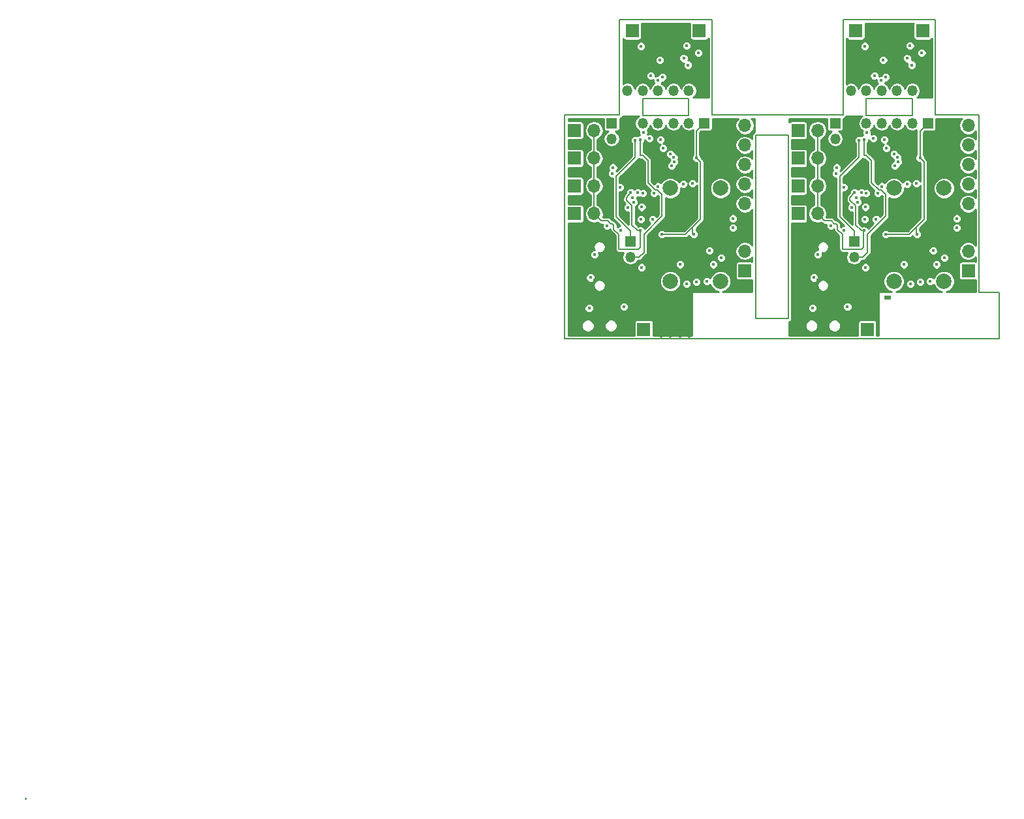
<source format=gbr>
%TF.GenerationSoftware,KiCad,Pcbnew,4.0.7*%
%TF.CreationDate,2019-06-15T20:20:24-05:00*%
%TF.ProjectId,GolfGloveMainBoardV1.0.0,476F6C66476C6F76654D61696E426F61,rev?*%
%TF.FileFunction,Copper,L2,Inr,Signal*%
%FSLAX46Y46*%
G04 Gerber Fmt 4.6, Leading zero omitted, Abs format (unit mm)*
G04 Created by KiCad (PCBNEW 4.0.7) date 06/15/19 20:20:24*
%MOMM*%
%LPD*%
G01*
G04 APERTURE LIST*
%ADD10C,0.100000*%
%ADD11C,0.150000*%
%ADD12R,1.350000X1.350000*%
%ADD13O,1.350000X1.350000*%
%ADD14C,2.000000*%
%ADD15R,1.700000X1.700000*%
%ADD16O,1.700000X1.700000*%
%ADD17O,2.000000X1.450000*%
%ADD18O,1.800000X1.150000*%
%ADD19C,0.500000*%
%ADD20R,0.900000X0.500000*%
%ADD21C,0.450000*%
%ADD22C,0.250000*%
%ADD23C,0.254000*%
G04 APERTURE END LIST*
D10*
D11*
X156650000Y-73250000D02*
X156650000Y-50250000D01*
X159250000Y-79300000D02*
X156650000Y-79300000D01*
X159250000Y-73250000D02*
X159250000Y-79300000D01*
X156650000Y-73250000D02*
X159250000Y-73250000D01*
X131900000Y-76625000D02*
X131900000Y-75525000D01*
X127650000Y-76625000D02*
X131900000Y-76625000D01*
X127650000Y-52875000D02*
X127650000Y-76625000D01*
X131900000Y-75525000D02*
X131900000Y-52875000D01*
X127650000Y-52875000D02*
X131900000Y-52875000D01*
X131900000Y-50250000D02*
X127650000Y-50250000D01*
X156650000Y-79300000D02*
X102900000Y-79300000D01*
X139000000Y-48100000D02*
X139000000Y-37900000D01*
X139000000Y-37900000D02*
X151000000Y-37900000D01*
X151000000Y-37900000D02*
X151000000Y-48100000D01*
X131900000Y-50250000D02*
X139000000Y-50250000D01*
X139000000Y-50250000D02*
X139000000Y-48100000D01*
X151000000Y-48100000D02*
X151000000Y-50250000D01*
X151000000Y-50250000D02*
X156650000Y-50250000D01*
X142000000Y-48100000D02*
X142000000Y-50275000D01*
X148000000Y-48100000D02*
X148000000Y-50250000D01*
X148000000Y-50275000D02*
X142000000Y-50275000D01*
X142000000Y-48100000D02*
X148000000Y-48100000D01*
X113000000Y-48100000D02*
X119000000Y-48100000D01*
X119000000Y-50275000D02*
X113000000Y-50275000D01*
X119000000Y-48100000D02*
X119000000Y-50250000D01*
X113000000Y-48100000D02*
X113000000Y-50275000D01*
X122000000Y-50250000D02*
X127650000Y-50250000D01*
X122000000Y-48100000D02*
X122000000Y-50250000D01*
X110000000Y-50250000D02*
X110000000Y-48100000D01*
X102900000Y-50250000D02*
X110000000Y-50250000D01*
X102900000Y-50250000D02*
X102900000Y-50350000D01*
X102900000Y-50350000D02*
X102900000Y-79300000D01*
X122000000Y-37900000D02*
X122000000Y-48100000D01*
X110000000Y-37900000D02*
X122000000Y-37900000D01*
X110000000Y-48100000D02*
X110000000Y-37900000D01*
D12*
X140425000Y-66675000D03*
D13*
X140425000Y-68675000D03*
D12*
X137975000Y-51325000D03*
D13*
X137975000Y-53325000D03*
D12*
X150000000Y-47100000D03*
D13*
X148000000Y-47100000D03*
X146000000Y-47100000D03*
X144000000Y-47100000D03*
X142000000Y-47100000D03*
X140000000Y-47100000D03*
D12*
X150000000Y-51300000D03*
D13*
X148000000Y-51300000D03*
X146000000Y-51300000D03*
X144000000Y-51300000D03*
X142000000Y-51300000D03*
X140000000Y-51300000D03*
D14*
X152100000Y-59750000D03*
X152100000Y-64250000D03*
X145600000Y-59750000D03*
X145600000Y-64250000D03*
X145600000Y-71800000D03*
X145600000Y-67300000D03*
X152100000Y-71800000D03*
X152100000Y-67300000D03*
D15*
X155250000Y-70450000D03*
D16*
X155250000Y-67910000D03*
D15*
X149350000Y-39300000D03*
D16*
X146810000Y-39300000D03*
D15*
X140650000Y-39300000D03*
D16*
X143190000Y-39300000D03*
D15*
X133150000Y-63050000D03*
D16*
X135690000Y-63050000D03*
D15*
X133150000Y-59450000D03*
D16*
X135690000Y-59450000D03*
D15*
X133150000Y-55850000D03*
D16*
X135690000Y-55850000D03*
D15*
X133150000Y-52250000D03*
D16*
X135690000Y-52250000D03*
D15*
X142150000Y-78050000D03*
D16*
X142150000Y-75510000D03*
D17*
X137450000Y-66125000D03*
X137450000Y-73575000D03*
D18*
X133650000Y-65975000D03*
X133650000Y-73725000D03*
D15*
X155250000Y-64300000D03*
D16*
X155250000Y-61760000D03*
X155250000Y-59220000D03*
X155250000Y-56680000D03*
X155250000Y-54140000D03*
X155250000Y-51600000D03*
D19*
X153225000Y-72900000D03*
X156025000Y-72700000D03*
X155025000Y-72700000D03*
X154025000Y-72700000D03*
X143225000Y-63000000D03*
X151125000Y-72900000D03*
X143225000Y-67000000D03*
X141925000Y-64600000D03*
X143225000Y-67900000D03*
X143225000Y-66100000D03*
X119025000Y-75500000D03*
X117025000Y-73900000D03*
X114225000Y-66100000D03*
X114225000Y-67900000D03*
X114225000Y-71100000D03*
X112925000Y-64600000D03*
X114225000Y-67000000D03*
X122125000Y-72900000D03*
X114225000Y-63000000D03*
X113025000Y-73300000D03*
X114225000Y-72200000D03*
X115425000Y-78900000D03*
X116625000Y-78900000D03*
X125025000Y-72700000D03*
X126025000Y-72700000D03*
X127025000Y-72700000D03*
X118425000Y-78100000D03*
X117825000Y-77300000D03*
X117825000Y-78900000D03*
X124225000Y-72900000D03*
X119025000Y-78900000D03*
X113825000Y-74100000D03*
X116225000Y-74700000D03*
X115425000Y-75700000D03*
X116025000Y-78100000D03*
X119025000Y-77300000D03*
X114625000Y-73100000D03*
X117025000Y-75500000D03*
X114825000Y-76500000D03*
X114825000Y-78100000D03*
X117225000Y-78100000D03*
X114625000Y-74900000D03*
X115425000Y-73900000D03*
X116025000Y-76500000D03*
X115425000Y-77300000D03*
X116625000Y-77300000D03*
D15*
X126250000Y-64300000D03*
D16*
X126250000Y-61760000D03*
X126250000Y-59220000D03*
X126250000Y-56680000D03*
X126250000Y-54140000D03*
X126250000Y-51600000D03*
D17*
X108450000Y-66125000D03*
X108450000Y-73575000D03*
D18*
X104650000Y-65975000D03*
X104650000Y-73725000D03*
D15*
X113150000Y-78050000D03*
D16*
X113150000Y-75510000D03*
D15*
X104150000Y-52250000D03*
D16*
X106690000Y-52250000D03*
D15*
X104150000Y-55850000D03*
D16*
X106690000Y-55850000D03*
D15*
X104150000Y-59450000D03*
D16*
X106690000Y-59450000D03*
D15*
X104150000Y-63050000D03*
D16*
X106690000Y-63050000D03*
D15*
X111650000Y-39300000D03*
D16*
X114190000Y-39300000D03*
D15*
X120350000Y-39300000D03*
D16*
X117810000Y-39300000D03*
D15*
X126250000Y-70450000D03*
D16*
X126250000Y-67910000D03*
D14*
X116600000Y-71800000D03*
X116600000Y-67300000D03*
X123100000Y-71800000D03*
X123100000Y-67300000D03*
X123100000Y-59750000D03*
X123100000Y-64250000D03*
X116600000Y-59750000D03*
X116600000Y-64250000D03*
D12*
X121000000Y-51300000D03*
D13*
X119000000Y-51300000D03*
X117000000Y-51300000D03*
X115000000Y-51300000D03*
X113000000Y-51300000D03*
X111000000Y-51300000D03*
D12*
X121000000Y-47100000D03*
D13*
X119000000Y-47100000D03*
X117000000Y-47100000D03*
X115000000Y-47100000D03*
X113000000Y-47100000D03*
X111000000Y-47100000D03*
D12*
X108975000Y-51325000D03*
D13*
X108975000Y-53325000D03*
D12*
X111425000Y-66675000D03*
D13*
X111425000Y-68675000D03*
D20*
X144800000Y-73900000D03*
D21*
X142000000Y-56300000D03*
X135750000Y-71675000D03*
X150075000Y-66825000D03*
X147325000Y-53800000D03*
X136715000Y-58480000D03*
X137015000Y-54560000D03*
X136735000Y-62090000D03*
X137735000Y-63470000D03*
X149585000Y-52720000D03*
X145925000Y-52710000D03*
X116925000Y-52710000D03*
X120585000Y-52720000D03*
X108735000Y-63470000D03*
X107735000Y-62090000D03*
X108015000Y-54560000D03*
X107715000Y-58480000D03*
X118815000Y-74070000D03*
X118325000Y-53800000D03*
X121075000Y-66825000D03*
X106750000Y-71675000D03*
X113000000Y-56300000D03*
X141600000Y-43200000D03*
X147200000Y-44875000D03*
X118200000Y-44875000D03*
X112600000Y-43200000D03*
X144550000Y-45350000D03*
X144225000Y-43100000D03*
X149225000Y-42200000D03*
X120225000Y-42200000D03*
X115225000Y-43100000D03*
X115550000Y-45350000D03*
X135225000Y-71350000D03*
X135750000Y-68350000D03*
X106750000Y-68350000D03*
X106225000Y-71350000D03*
X135050000Y-75275000D03*
X106050000Y-75275000D03*
X141875000Y-70000000D03*
X144500000Y-65725000D03*
X148975000Y-55805000D03*
X148600000Y-65700000D03*
X140465000Y-60280000D03*
X141725000Y-65250000D03*
X112725000Y-65250000D03*
X111465000Y-60280000D03*
X119600000Y-65700000D03*
X119975000Y-55805000D03*
X115500000Y-65725000D03*
X112875000Y-70000000D03*
X144350000Y-53450000D03*
X115350000Y-53450000D03*
X144625000Y-54575000D03*
X115625000Y-54575000D03*
X148500000Y-59100000D03*
X119500000Y-59100000D03*
X147300000Y-59200000D03*
X118300000Y-59200000D03*
X142000000Y-60400000D03*
X113000000Y-60400000D03*
X141900000Y-62200000D03*
X140700000Y-60950000D03*
X111700000Y-60950000D03*
X112900000Y-62200000D03*
X141395000Y-60330000D03*
X112395000Y-60330000D03*
X144000000Y-59500000D03*
X139100000Y-59600000D03*
X110100000Y-59600000D03*
X115000000Y-59500000D03*
X143500000Y-60400000D03*
X140850000Y-61550000D03*
X111850000Y-61550000D03*
X114500000Y-60400000D03*
X139575000Y-75150000D03*
X146875000Y-69650000D03*
X117875000Y-69650000D03*
X110575000Y-75150000D03*
X150675000Y-67825000D03*
X152175000Y-68775000D03*
X123175000Y-68775000D03*
X121675000Y-67825000D03*
X137400000Y-64625000D03*
X108400000Y-64625000D03*
X139125000Y-65225000D03*
X110125000Y-65225000D03*
X141050000Y-53500000D03*
X112050000Y-53500000D03*
X141700000Y-53450000D03*
X112700000Y-53450000D03*
X143950000Y-45750000D03*
X143050000Y-45150000D03*
X141800000Y-41300000D03*
X112800000Y-41300000D03*
X114050000Y-45150000D03*
X114950000Y-45750000D03*
X147700000Y-41250000D03*
X142100000Y-52500000D03*
X142900000Y-53300000D03*
X113900000Y-53300000D03*
X113100000Y-52500000D03*
X118700000Y-41250000D03*
X146050000Y-55700000D03*
X117050000Y-55700000D03*
X153725000Y-64875000D03*
X153725000Y-63650000D03*
X124725000Y-63650000D03*
X124725000Y-64875000D03*
X145750000Y-56800000D03*
X116750000Y-56800000D03*
X146125000Y-56300000D03*
X117125000Y-56300000D03*
X145600000Y-55300000D03*
X116600000Y-55300000D03*
X147900000Y-43750000D03*
X118900000Y-43750000D03*
X147325000Y-42900000D03*
X118325000Y-42900000D03*
X140125000Y-62225000D03*
X111125000Y-62225000D03*
X147725000Y-72125000D03*
X150300000Y-71825000D03*
X121300000Y-71825000D03*
X118725000Y-72125000D03*
X151150000Y-69650000D03*
X149000000Y-71875000D03*
X120000000Y-71875000D03*
X122150000Y-69650000D03*
X141800000Y-63800000D03*
X143300000Y-63800000D03*
X114300000Y-63800000D03*
X112800000Y-63800000D03*
X138175000Y-57050000D03*
X109175000Y-57050000D03*
X138075000Y-57825000D03*
X109075000Y-57825000D03*
D22*
X32925000Y-138900000D02*
X32925000Y-138925000D01*
D11*
X141600000Y-43200000D02*
X142050000Y-43200000D01*
X112600000Y-43200000D02*
X113050000Y-43200000D01*
X148975000Y-55800000D02*
X148975000Y-55805000D01*
X148975000Y-55800000D02*
X149500000Y-56325000D01*
X149500000Y-56325000D02*
X149500000Y-63800000D01*
X148500000Y-64800000D02*
X147575000Y-65725000D01*
X149500000Y-63800000D02*
X148500000Y-64800000D01*
X144500000Y-65725000D02*
X147575000Y-65725000D01*
X148500000Y-65600000D02*
X148600000Y-65700000D01*
X148500000Y-64800000D02*
X148500000Y-65600000D01*
X148975000Y-52325000D02*
X150000000Y-51300000D01*
X148975000Y-55805000D02*
X148975000Y-52325000D01*
X140465000Y-60280000D02*
X139900000Y-61000000D01*
X139900000Y-61000000D02*
X139900000Y-61275000D01*
X139900000Y-61275000D02*
X140625000Y-62000000D01*
X140625000Y-62000000D02*
X140625000Y-64500000D01*
X140625000Y-64500000D02*
X141375000Y-65250000D01*
X141375000Y-65250000D02*
X141725000Y-65250000D01*
X141685000Y-65290000D02*
X141725000Y-65250000D01*
X141685000Y-67410000D02*
X141685000Y-65290000D01*
X141425000Y-67670000D02*
X141685000Y-67410000D01*
X139005000Y-67670000D02*
X141425000Y-67670000D01*
X138905000Y-67570000D02*
X139005000Y-67670000D01*
X138905000Y-65730000D02*
X138905000Y-67570000D01*
X138265000Y-65090000D02*
X138905000Y-65730000D01*
X138265000Y-64540000D02*
X138265000Y-65090000D01*
X138075000Y-64350000D02*
X138265000Y-64540000D01*
X137855000Y-64350000D02*
X138075000Y-64350000D01*
X137465000Y-63960000D02*
X137855000Y-64350000D01*
X136600000Y-63960000D02*
X137465000Y-63960000D01*
X135690000Y-63050000D02*
X136600000Y-63960000D01*
X135690000Y-59450000D02*
X135690000Y-63050000D01*
X135690000Y-55850000D02*
X135690000Y-59450000D01*
X135690000Y-52250000D02*
X135690000Y-55850000D01*
X106690000Y-52250000D02*
X106690000Y-55850000D01*
X106690000Y-55850000D02*
X106690000Y-59450000D01*
X106690000Y-59450000D02*
X106690000Y-63050000D01*
X106690000Y-63050000D02*
X107600000Y-63960000D01*
X107600000Y-63960000D02*
X108465000Y-63960000D01*
X108465000Y-63960000D02*
X108855000Y-64350000D01*
X108855000Y-64350000D02*
X109075000Y-64350000D01*
X109075000Y-64350000D02*
X109265000Y-64540000D01*
X109265000Y-64540000D02*
X109265000Y-65090000D01*
X109265000Y-65090000D02*
X109905000Y-65730000D01*
X109905000Y-65730000D02*
X109905000Y-67570000D01*
X109905000Y-67570000D02*
X110005000Y-67670000D01*
X110005000Y-67670000D02*
X112425000Y-67670000D01*
X112425000Y-67670000D02*
X112685000Y-67410000D01*
X112685000Y-67410000D02*
X112685000Y-65290000D01*
X112685000Y-65290000D02*
X112725000Y-65250000D01*
X112375000Y-65250000D02*
X112725000Y-65250000D01*
X111625000Y-64500000D02*
X112375000Y-65250000D01*
X111625000Y-62000000D02*
X111625000Y-64500000D01*
X110900000Y-61275000D02*
X111625000Y-62000000D01*
X110900000Y-61000000D02*
X110900000Y-61275000D01*
X111465000Y-60280000D02*
X110900000Y-61000000D01*
X119975000Y-55805000D02*
X119975000Y-52325000D01*
X119975000Y-52325000D02*
X121000000Y-51300000D01*
X119500000Y-64800000D02*
X119500000Y-65600000D01*
X119500000Y-65600000D02*
X119600000Y-65700000D01*
X115500000Y-65725000D02*
X118575000Y-65725000D01*
X120500000Y-63800000D02*
X119500000Y-64800000D01*
X119500000Y-64800000D02*
X118575000Y-65725000D01*
X120500000Y-56325000D02*
X120500000Y-63800000D01*
X119975000Y-55800000D02*
X120500000Y-56325000D01*
X119975000Y-55800000D02*
X119975000Y-55805000D01*
X140625000Y-66475000D02*
X140425000Y-66675000D01*
X141050000Y-55725000D02*
X138575000Y-58200000D01*
X138575000Y-58200000D02*
X138575000Y-63475000D01*
X138575000Y-63475000D02*
X140425000Y-65325000D01*
X140425000Y-65325000D02*
X140425000Y-66675000D01*
X141050000Y-53500000D02*
X141050000Y-55725000D01*
X112050000Y-53500000D02*
X112050000Y-55725000D01*
X111425000Y-65325000D02*
X111425000Y-66675000D01*
X109575000Y-63475000D02*
X111425000Y-65325000D01*
X109575000Y-58200000D02*
X109575000Y-63475000D01*
X112050000Y-55725000D02*
X109575000Y-58200000D01*
X111625000Y-66475000D02*
X111425000Y-66675000D01*
X142175000Y-68050000D02*
X141550000Y-68675000D01*
X141550000Y-68675000D02*
X140425000Y-68675000D01*
X141700000Y-53450000D02*
X141700000Y-55500000D01*
X141550000Y-68675000D02*
X140425000Y-68675000D01*
X142175000Y-68050000D02*
X141550000Y-68675000D01*
X142025000Y-55500000D02*
X142700000Y-56175000D01*
X142700000Y-56175000D02*
X142700000Y-59025000D01*
X142700000Y-59025000D02*
X143650000Y-59975000D01*
X143650000Y-59975000D02*
X143925000Y-59975000D01*
X143925000Y-59975000D02*
X144525000Y-60575000D01*
X144525000Y-60575000D02*
X144525000Y-63350000D01*
X144525000Y-63350000D02*
X142175000Y-65700000D01*
X142175000Y-65700000D02*
X142175000Y-68050000D01*
X141700000Y-55500000D02*
X142025000Y-55500000D01*
X112700000Y-55500000D02*
X113025000Y-55500000D01*
X113175000Y-65700000D02*
X113175000Y-68050000D01*
X115525000Y-63350000D02*
X113175000Y-65700000D01*
X115525000Y-60575000D02*
X115525000Y-63350000D01*
X114925000Y-59975000D02*
X115525000Y-60575000D01*
X114650000Y-59975000D02*
X114925000Y-59975000D01*
X113700000Y-59025000D02*
X114650000Y-59975000D01*
X113700000Y-56175000D02*
X113700000Y-59025000D01*
X113025000Y-55500000D02*
X113700000Y-56175000D01*
X113175000Y-68050000D02*
X112550000Y-68675000D01*
X112550000Y-68675000D02*
X111425000Y-68675000D01*
X112700000Y-53450000D02*
X112700000Y-55500000D01*
X112550000Y-68675000D02*
X111425000Y-68675000D01*
X113175000Y-68050000D02*
X112550000Y-68675000D01*
D23*
G36*
X119115615Y-38450000D02*
X119115615Y-40150000D01*
X119141903Y-40289708D01*
X119224470Y-40418020D01*
X119350453Y-40504101D01*
X119500000Y-40534385D01*
X121200000Y-40534385D01*
X121339708Y-40508097D01*
X121468020Y-40425530D01*
X121548000Y-40308476D01*
X121548000Y-47973000D01*
X119581473Y-47973000D01*
X119743876Y-47864486D01*
X119971921Y-47523193D01*
X120052000Y-47120610D01*
X120052000Y-47079390D01*
X119971921Y-46676807D01*
X119743876Y-46335514D01*
X119402583Y-46107469D01*
X119000000Y-46027390D01*
X118597417Y-46107469D01*
X118256124Y-46335514D01*
X118028079Y-46676807D01*
X118000000Y-46817969D01*
X117971921Y-46676807D01*
X117743876Y-46335514D01*
X117402583Y-46107469D01*
X117000000Y-46027390D01*
X116597417Y-46107469D01*
X116256124Y-46335514D01*
X116028079Y-46676807D01*
X116000000Y-46817969D01*
X115971921Y-46676807D01*
X115743876Y-46335514D01*
X115427397Y-46124050D01*
X115460053Y-46091451D01*
X115517970Y-45951972D01*
X115669220Y-45952104D01*
X115890560Y-45860648D01*
X116060053Y-45691451D01*
X116151895Y-45470271D01*
X116152104Y-45230780D01*
X116060648Y-45009440D01*
X115891451Y-44839947D01*
X115670271Y-44748105D01*
X115430780Y-44747896D01*
X115209440Y-44839352D01*
X115039947Y-45008549D01*
X114982030Y-45148028D01*
X114830780Y-45147896D01*
X114651937Y-45221792D01*
X114652104Y-45030780D01*
X114560648Y-44809440D01*
X114391451Y-44639947D01*
X114170271Y-44548105D01*
X113930780Y-44547896D01*
X113709440Y-44639352D01*
X113539947Y-44808549D01*
X113448105Y-45029729D01*
X113447896Y-45269220D01*
X113539352Y-45490560D01*
X113708549Y-45660053D01*
X113929729Y-45751895D01*
X114169220Y-45752104D01*
X114348063Y-45678208D01*
X114347896Y-45869220D01*
X114439352Y-46090560D01*
X114512723Y-46164060D01*
X114256124Y-46335514D01*
X114028079Y-46676807D01*
X114000000Y-46817969D01*
X113971921Y-46676807D01*
X113743876Y-46335514D01*
X113402583Y-46107469D01*
X113000000Y-46027390D01*
X112597417Y-46107469D01*
X112256124Y-46335514D01*
X112028079Y-46676807D01*
X112000000Y-46817969D01*
X111971921Y-46676807D01*
X111743876Y-46335514D01*
X111402583Y-46107469D01*
X111000000Y-46027390D01*
X110597417Y-46107469D01*
X110452000Y-46204634D01*
X110452000Y-43219220D01*
X114622896Y-43219220D01*
X114714352Y-43440560D01*
X114883549Y-43610053D01*
X115104729Y-43701895D01*
X115344220Y-43702104D01*
X115565560Y-43610648D01*
X115735053Y-43441451D01*
X115826895Y-43220271D01*
X115827070Y-43019220D01*
X117722896Y-43019220D01*
X117814352Y-43240560D01*
X117983549Y-43410053D01*
X118204729Y-43501895D01*
X118351133Y-43502023D01*
X118298105Y-43629729D01*
X118297896Y-43869220D01*
X118389352Y-44090560D01*
X118558549Y-44260053D01*
X118779729Y-44351895D01*
X119019220Y-44352104D01*
X119240560Y-44260648D01*
X119410053Y-44091451D01*
X119501895Y-43870271D01*
X119502104Y-43630780D01*
X119410648Y-43409440D01*
X119241451Y-43239947D01*
X119020271Y-43148105D01*
X118873867Y-43147977D01*
X118926895Y-43020271D01*
X118927104Y-42780780D01*
X118835648Y-42559440D01*
X118666451Y-42389947D01*
X118496122Y-42319220D01*
X119622896Y-42319220D01*
X119714352Y-42540560D01*
X119883549Y-42710053D01*
X120104729Y-42801895D01*
X120344220Y-42802104D01*
X120565560Y-42710648D01*
X120735053Y-42541451D01*
X120826895Y-42320271D01*
X120827104Y-42080780D01*
X120735648Y-41859440D01*
X120566451Y-41689947D01*
X120345271Y-41598105D01*
X120105780Y-41597896D01*
X119884440Y-41689352D01*
X119714947Y-41858549D01*
X119623105Y-42079729D01*
X119622896Y-42319220D01*
X118496122Y-42319220D01*
X118445271Y-42298105D01*
X118205780Y-42297896D01*
X117984440Y-42389352D01*
X117814947Y-42558549D01*
X117723105Y-42779729D01*
X117722896Y-43019220D01*
X115827070Y-43019220D01*
X115827104Y-42980780D01*
X115735648Y-42759440D01*
X115566451Y-42589947D01*
X115345271Y-42498105D01*
X115105780Y-42497896D01*
X114884440Y-42589352D01*
X114714947Y-42758549D01*
X114623105Y-42979729D01*
X114622896Y-43219220D01*
X110452000Y-43219220D01*
X110452000Y-41419220D01*
X112197896Y-41419220D01*
X112289352Y-41640560D01*
X112458549Y-41810053D01*
X112679729Y-41901895D01*
X112919220Y-41902104D01*
X113140560Y-41810648D01*
X113310053Y-41641451D01*
X113401895Y-41420271D01*
X113401939Y-41369220D01*
X118097896Y-41369220D01*
X118189352Y-41590560D01*
X118358549Y-41760053D01*
X118579729Y-41851895D01*
X118819220Y-41852104D01*
X119040560Y-41760648D01*
X119210053Y-41591451D01*
X119301895Y-41370271D01*
X119302104Y-41130780D01*
X119210648Y-40909440D01*
X119041451Y-40739947D01*
X118820271Y-40648105D01*
X118580780Y-40647896D01*
X118359440Y-40739352D01*
X118189947Y-40908549D01*
X118098105Y-41129729D01*
X118097896Y-41369220D01*
X113401939Y-41369220D01*
X113402104Y-41180780D01*
X113310648Y-40959440D01*
X113141451Y-40789947D01*
X112920271Y-40698105D01*
X112680780Y-40697896D01*
X112459440Y-40789352D01*
X112289947Y-40958549D01*
X112198105Y-41179729D01*
X112197896Y-41419220D01*
X110452000Y-41419220D01*
X110452000Y-40305399D01*
X110524470Y-40418020D01*
X110650453Y-40504101D01*
X110800000Y-40534385D01*
X112500000Y-40534385D01*
X112639708Y-40508097D01*
X112768020Y-40425530D01*
X112854101Y-40299547D01*
X112884385Y-40150000D01*
X112884385Y-38450000D01*
X112865945Y-38352000D01*
X119135460Y-38352000D01*
X119115615Y-38450000D01*
X119115615Y-38450000D01*
G37*
X119115615Y-38450000D02*
X119115615Y-40150000D01*
X119141903Y-40289708D01*
X119224470Y-40418020D01*
X119350453Y-40504101D01*
X119500000Y-40534385D01*
X121200000Y-40534385D01*
X121339708Y-40508097D01*
X121468020Y-40425530D01*
X121548000Y-40308476D01*
X121548000Y-47973000D01*
X119581473Y-47973000D01*
X119743876Y-47864486D01*
X119971921Y-47523193D01*
X120052000Y-47120610D01*
X120052000Y-47079390D01*
X119971921Y-46676807D01*
X119743876Y-46335514D01*
X119402583Y-46107469D01*
X119000000Y-46027390D01*
X118597417Y-46107469D01*
X118256124Y-46335514D01*
X118028079Y-46676807D01*
X118000000Y-46817969D01*
X117971921Y-46676807D01*
X117743876Y-46335514D01*
X117402583Y-46107469D01*
X117000000Y-46027390D01*
X116597417Y-46107469D01*
X116256124Y-46335514D01*
X116028079Y-46676807D01*
X116000000Y-46817969D01*
X115971921Y-46676807D01*
X115743876Y-46335514D01*
X115427397Y-46124050D01*
X115460053Y-46091451D01*
X115517970Y-45951972D01*
X115669220Y-45952104D01*
X115890560Y-45860648D01*
X116060053Y-45691451D01*
X116151895Y-45470271D01*
X116152104Y-45230780D01*
X116060648Y-45009440D01*
X115891451Y-44839947D01*
X115670271Y-44748105D01*
X115430780Y-44747896D01*
X115209440Y-44839352D01*
X115039947Y-45008549D01*
X114982030Y-45148028D01*
X114830780Y-45147896D01*
X114651937Y-45221792D01*
X114652104Y-45030780D01*
X114560648Y-44809440D01*
X114391451Y-44639947D01*
X114170271Y-44548105D01*
X113930780Y-44547896D01*
X113709440Y-44639352D01*
X113539947Y-44808549D01*
X113448105Y-45029729D01*
X113447896Y-45269220D01*
X113539352Y-45490560D01*
X113708549Y-45660053D01*
X113929729Y-45751895D01*
X114169220Y-45752104D01*
X114348063Y-45678208D01*
X114347896Y-45869220D01*
X114439352Y-46090560D01*
X114512723Y-46164060D01*
X114256124Y-46335514D01*
X114028079Y-46676807D01*
X114000000Y-46817969D01*
X113971921Y-46676807D01*
X113743876Y-46335514D01*
X113402583Y-46107469D01*
X113000000Y-46027390D01*
X112597417Y-46107469D01*
X112256124Y-46335514D01*
X112028079Y-46676807D01*
X112000000Y-46817969D01*
X111971921Y-46676807D01*
X111743876Y-46335514D01*
X111402583Y-46107469D01*
X111000000Y-46027390D01*
X110597417Y-46107469D01*
X110452000Y-46204634D01*
X110452000Y-43219220D01*
X114622896Y-43219220D01*
X114714352Y-43440560D01*
X114883549Y-43610053D01*
X115104729Y-43701895D01*
X115344220Y-43702104D01*
X115565560Y-43610648D01*
X115735053Y-43441451D01*
X115826895Y-43220271D01*
X115827070Y-43019220D01*
X117722896Y-43019220D01*
X117814352Y-43240560D01*
X117983549Y-43410053D01*
X118204729Y-43501895D01*
X118351133Y-43502023D01*
X118298105Y-43629729D01*
X118297896Y-43869220D01*
X118389352Y-44090560D01*
X118558549Y-44260053D01*
X118779729Y-44351895D01*
X119019220Y-44352104D01*
X119240560Y-44260648D01*
X119410053Y-44091451D01*
X119501895Y-43870271D01*
X119502104Y-43630780D01*
X119410648Y-43409440D01*
X119241451Y-43239947D01*
X119020271Y-43148105D01*
X118873867Y-43147977D01*
X118926895Y-43020271D01*
X118927104Y-42780780D01*
X118835648Y-42559440D01*
X118666451Y-42389947D01*
X118496122Y-42319220D01*
X119622896Y-42319220D01*
X119714352Y-42540560D01*
X119883549Y-42710053D01*
X120104729Y-42801895D01*
X120344220Y-42802104D01*
X120565560Y-42710648D01*
X120735053Y-42541451D01*
X120826895Y-42320271D01*
X120827104Y-42080780D01*
X120735648Y-41859440D01*
X120566451Y-41689947D01*
X120345271Y-41598105D01*
X120105780Y-41597896D01*
X119884440Y-41689352D01*
X119714947Y-41858549D01*
X119623105Y-42079729D01*
X119622896Y-42319220D01*
X118496122Y-42319220D01*
X118445271Y-42298105D01*
X118205780Y-42297896D01*
X117984440Y-42389352D01*
X117814947Y-42558549D01*
X117723105Y-42779729D01*
X117722896Y-43019220D01*
X115827070Y-43019220D01*
X115827104Y-42980780D01*
X115735648Y-42759440D01*
X115566451Y-42589947D01*
X115345271Y-42498105D01*
X115105780Y-42497896D01*
X114884440Y-42589352D01*
X114714947Y-42758549D01*
X114623105Y-42979729D01*
X114622896Y-43219220D01*
X110452000Y-43219220D01*
X110452000Y-41419220D01*
X112197896Y-41419220D01*
X112289352Y-41640560D01*
X112458549Y-41810053D01*
X112679729Y-41901895D01*
X112919220Y-41902104D01*
X113140560Y-41810648D01*
X113310053Y-41641451D01*
X113401895Y-41420271D01*
X113401939Y-41369220D01*
X118097896Y-41369220D01*
X118189352Y-41590560D01*
X118358549Y-41760053D01*
X118579729Y-41851895D01*
X118819220Y-41852104D01*
X119040560Y-41760648D01*
X119210053Y-41591451D01*
X119301895Y-41370271D01*
X119302104Y-41130780D01*
X119210648Y-40909440D01*
X119041451Y-40739947D01*
X118820271Y-40648105D01*
X118580780Y-40647896D01*
X118359440Y-40739352D01*
X118189947Y-40908549D01*
X118098105Y-41129729D01*
X118097896Y-41369220D01*
X113401939Y-41369220D01*
X113402104Y-41180780D01*
X113310648Y-40959440D01*
X113141451Y-40789947D01*
X112920271Y-40698105D01*
X112680780Y-40697896D01*
X112459440Y-40789352D01*
X112289947Y-40958549D01*
X112198105Y-41179729D01*
X112197896Y-41419220D01*
X110452000Y-41419220D01*
X110452000Y-40305399D01*
X110524470Y-40418020D01*
X110650453Y-40504101D01*
X110800000Y-40534385D01*
X112500000Y-40534385D01*
X112639708Y-40508097D01*
X112768020Y-40425530D01*
X112854101Y-40299547D01*
X112884385Y-40150000D01*
X112884385Y-38450000D01*
X112865945Y-38352000D01*
X119135460Y-38352000D01*
X119115615Y-38450000D01*
G36*
X112256124Y-50535514D02*
X112028079Y-50876807D01*
X111948000Y-51279390D01*
X111948000Y-51320610D01*
X112028079Y-51723193D01*
X112256124Y-52064486D01*
X112548019Y-52259524D01*
X112498105Y-52379729D01*
X112497896Y-52619220D01*
X112589352Y-52840560D01*
X112596689Y-52847910D01*
X112580780Y-52847896D01*
X112359440Y-52939352D01*
X112333049Y-52965697D01*
X112170271Y-52898105D01*
X111930780Y-52897896D01*
X111709440Y-52989352D01*
X111539947Y-53158549D01*
X111448105Y-53379729D01*
X111447896Y-53619220D01*
X111539352Y-53840560D01*
X111598000Y-53899311D01*
X111598000Y-55537775D01*
X109604854Y-57530922D01*
X109587474Y-57488859D01*
X109685053Y-57391451D01*
X109776895Y-57170271D01*
X109777104Y-56930780D01*
X109685648Y-56709440D01*
X109516451Y-56539947D01*
X109295271Y-56448105D01*
X109055780Y-56447896D01*
X108834440Y-56539352D01*
X108664947Y-56708549D01*
X108573105Y-56929729D01*
X108572896Y-57169220D01*
X108662526Y-57386141D01*
X108564947Y-57483549D01*
X108473105Y-57704729D01*
X108472896Y-57944220D01*
X108564352Y-58165560D01*
X108733549Y-58335053D01*
X108954729Y-58426895D01*
X109123000Y-58427042D01*
X109123000Y-63475000D01*
X109157406Y-63647973D01*
X109255388Y-63794612D01*
X110083740Y-64622964D01*
X110005780Y-64622896D01*
X109784440Y-64714352D01*
X109717000Y-64781674D01*
X109717000Y-64540000D01*
X109682594Y-64367027D01*
X109671217Y-64350000D01*
X109584613Y-64220388D01*
X109394612Y-64030388D01*
X109247973Y-63932406D01*
X109075000Y-63898000D01*
X109042224Y-63898000D01*
X108784612Y-63640388D01*
X108637973Y-63542406D01*
X108465000Y-63508000D01*
X107830679Y-63508000D01*
X107917000Y-63074038D01*
X107917000Y-63025962D01*
X107823600Y-62556409D01*
X107557620Y-62158342D01*
X107159553Y-61892362D01*
X107142000Y-61888870D01*
X107142000Y-60611130D01*
X107159553Y-60607638D01*
X107557620Y-60341658D01*
X107823600Y-59943591D01*
X107917000Y-59474038D01*
X107917000Y-59425962D01*
X107823600Y-58956409D01*
X107557620Y-58558342D01*
X107159553Y-58292362D01*
X107142000Y-58288870D01*
X107142000Y-57011130D01*
X107159553Y-57007638D01*
X107557620Y-56741658D01*
X107823600Y-56343591D01*
X107917000Y-55874038D01*
X107917000Y-55825962D01*
X107823600Y-55356409D01*
X107557620Y-54958342D01*
X107159553Y-54692362D01*
X107142000Y-54688870D01*
X107142000Y-53411130D01*
X107159553Y-53407638D01*
X107557620Y-53141658D01*
X107823600Y-52743591D01*
X107917000Y-52274038D01*
X107917000Y-52225962D01*
X107823600Y-51756409D01*
X107557620Y-51358342D01*
X107159553Y-51092362D01*
X106690000Y-50998962D01*
X106220447Y-51092362D01*
X105822380Y-51358342D01*
X105556400Y-51756409D01*
X105463000Y-52225962D01*
X105463000Y-52274038D01*
X105556400Y-52743591D01*
X105822380Y-53141658D01*
X106220447Y-53407638D01*
X106238000Y-53411130D01*
X106238000Y-54688870D01*
X106220447Y-54692362D01*
X105822380Y-54958342D01*
X105556400Y-55356409D01*
X105463000Y-55825962D01*
X105463000Y-55874038D01*
X105556400Y-56343591D01*
X105822380Y-56741658D01*
X106220447Y-57007638D01*
X106238000Y-57011130D01*
X106238000Y-58288870D01*
X106220447Y-58292362D01*
X105822380Y-58558342D01*
X105556400Y-58956409D01*
X105463000Y-59425962D01*
X105463000Y-59474038D01*
X105556400Y-59943591D01*
X105822380Y-60341658D01*
X106220447Y-60607638D01*
X106238000Y-60611130D01*
X106238000Y-61888870D01*
X106220447Y-61892362D01*
X105822380Y-62158342D01*
X105556400Y-62556409D01*
X105463000Y-63025962D01*
X105463000Y-63074038D01*
X105556400Y-63543591D01*
X105822380Y-63941658D01*
X106220447Y-64207638D01*
X106690000Y-64301038D01*
X107159553Y-64207638D01*
X107188842Y-64188067D01*
X107280387Y-64279612D01*
X107427027Y-64377594D01*
X107600000Y-64412000D01*
X107836609Y-64412000D01*
X107798105Y-64504729D01*
X107797896Y-64744220D01*
X107889352Y-64965560D01*
X108058549Y-65135053D01*
X108279729Y-65226895D01*
X108519220Y-65227104D01*
X108740560Y-65135648D01*
X108813000Y-65063335D01*
X108813000Y-65090000D01*
X108847406Y-65262973D01*
X108945388Y-65409612D01*
X109453000Y-65917224D01*
X109453000Y-67570000D01*
X109487406Y-67742973D01*
X109585388Y-67889612D01*
X109685387Y-67989612D01*
X109775764Y-68050000D01*
X109832027Y-68087594D01*
X110005000Y-68122000D01*
X110532975Y-68122000D01*
X110432469Y-68272417D01*
X110352390Y-68675000D01*
X110432469Y-69077583D01*
X110660514Y-69418876D01*
X111001807Y-69646921D01*
X111404390Y-69727000D01*
X111445610Y-69727000D01*
X111848193Y-69646921D01*
X112189486Y-69418876D01*
X112384512Y-69127000D01*
X112550000Y-69127000D01*
X112722973Y-69092594D01*
X112869612Y-68994612D01*
X112970004Y-68894220D01*
X122572896Y-68894220D01*
X122664352Y-69115560D01*
X122833549Y-69285053D01*
X123054729Y-69376895D01*
X123294220Y-69377104D01*
X123515560Y-69285648D01*
X123685053Y-69116451D01*
X123776895Y-68895271D01*
X123777104Y-68655780D01*
X123685648Y-68434440D01*
X123516451Y-68264947D01*
X123295271Y-68173105D01*
X123055780Y-68172896D01*
X122834440Y-68264352D01*
X122664947Y-68433549D01*
X122573105Y-68654729D01*
X122572896Y-68894220D01*
X112970004Y-68894220D01*
X113494612Y-68369613D01*
X113592594Y-68222974D01*
X113608656Y-68142222D01*
X113627000Y-68050000D01*
X113627000Y-67944220D01*
X121072896Y-67944220D01*
X121164352Y-68165560D01*
X121333549Y-68335053D01*
X121554729Y-68426895D01*
X121794220Y-68427104D01*
X122015560Y-68335648D01*
X122185053Y-68166451D01*
X122276895Y-67945271D01*
X122277104Y-67705780D01*
X122185648Y-67484440D01*
X122016451Y-67314947D01*
X121795271Y-67223105D01*
X121555780Y-67222896D01*
X121334440Y-67314352D01*
X121164947Y-67483549D01*
X121073105Y-67704729D01*
X121072896Y-67944220D01*
X113627000Y-67944220D01*
X113627000Y-65887224D01*
X115844612Y-63669612D01*
X115942594Y-63522973D01*
X115977000Y-63350000D01*
X115977000Y-60982301D01*
X116324896Y-61126760D01*
X116872701Y-61127238D01*
X117378989Y-60918044D01*
X117766683Y-60531026D01*
X117976760Y-60025104D01*
X117977028Y-59717726D01*
X118179729Y-59801895D01*
X118419220Y-59802104D01*
X118640560Y-59710648D01*
X118810053Y-59541451D01*
X118901895Y-59320271D01*
X118901975Y-59229091D01*
X118989352Y-59440560D01*
X119158549Y-59610053D01*
X119379729Y-59701895D01*
X119619220Y-59702104D01*
X119840560Y-59610648D01*
X120010053Y-59441451D01*
X120048000Y-59350065D01*
X120048000Y-63612775D01*
X119180391Y-64480385D01*
X119180388Y-64480387D01*
X118387776Y-65273000D01*
X115899403Y-65273000D01*
X115841451Y-65214947D01*
X115620271Y-65123105D01*
X115380780Y-65122896D01*
X115159440Y-65214352D01*
X114989947Y-65383549D01*
X114898105Y-65604729D01*
X114897896Y-65844220D01*
X114989352Y-66065560D01*
X115158549Y-66235053D01*
X115379729Y-66326895D01*
X115619220Y-66327104D01*
X115840560Y-66235648D01*
X115899311Y-66177000D01*
X118575000Y-66177000D01*
X118747973Y-66142594D01*
X118894612Y-66044612D01*
X119033598Y-65905626D01*
X119089352Y-66040560D01*
X119258549Y-66210053D01*
X119479729Y-66301895D01*
X119719220Y-66302104D01*
X119940560Y-66210648D01*
X120110053Y-66041451D01*
X120201895Y-65820271D01*
X120202104Y-65580780D01*
X120110648Y-65359440D01*
X119952000Y-65200514D01*
X119952000Y-64994220D01*
X124122896Y-64994220D01*
X124214352Y-65215560D01*
X124383549Y-65385053D01*
X124604729Y-65476895D01*
X124844220Y-65477104D01*
X125065560Y-65385648D01*
X125235053Y-65216451D01*
X125326895Y-64995271D01*
X125327104Y-64755780D01*
X125235648Y-64534440D01*
X125066451Y-64364947D01*
X124845271Y-64273105D01*
X124605780Y-64272896D01*
X124384440Y-64364352D01*
X124214947Y-64533549D01*
X124123105Y-64754729D01*
X124122896Y-64994220D01*
X119952000Y-64994220D01*
X119952000Y-64987224D01*
X120819613Y-64119612D01*
X120917594Y-63972973D01*
X120952000Y-63800000D01*
X120952000Y-63769220D01*
X124122896Y-63769220D01*
X124214352Y-63990560D01*
X124383549Y-64160053D01*
X124604729Y-64251895D01*
X124844220Y-64252104D01*
X125065560Y-64160648D01*
X125235053Y-63991451D01*
X125326895Y-63770271D01*
X125327104Y-63530780D01*
X125235648Y-63309440D01*
X125066451Y-63139947D01*
X124845271Y-63048105D01*
X124605780Y-63047896D01*
X124384440Y-63139352D01*
X124214947Y-63308549D01*
X124123105Y-63529729D01*
X124122896Y-63769220D01*
X120952000Y-63769220D01*
X120952000Y-60022701D01*
X121722762Y-60022701D01*
X121931956Y-60528989D01*
X122318974Y-60916683D01*
X122824896Y-61126760D01*
X123372701Y-61127238D01*
X123878989Y-60918044D01*
X124266683Y-60531026D01*
X124476760Y-60025104D01*
X124477238Y-59477299D01*
X124268044Y-58971011D01*
X123881026Y-58583317D01*
X123375104Y-58373240D01*
X122827299Y-58372762D01*
X122321011Y-58581956D01*
X121933317Y-58968974D01*
X121723240Y-59474896D01*
X121722762Y-60022701D01*
X120952000Y-60022701D01*
X120952000Y-56325000D01*
X120917594Y-56152027D01*
X120819612Y-56005388D01*
X120577037Y-55762813D01*
X120577104Y-55685780D01*
X120485648Y-55464440D01*
X120427000Y-55405689D01*
X120427000Y-52512224D01*
X120579839Y-52359385D01*
X121675000Y-52359385D01*
X121814708Y-52333097D01*
X121943020Y-52250530D01*
X122029101Y-52124547D01*
X122059385Y-51975000D01*
X122059385Y-50702000D01*
X125403809Y-50702000D01*
X125358342Y-50732380D01*
X125092362Y-51130447D01*
X124998962Y-51600000D01*
X125092362Y-52069553D01*
X125358342Y-52467620D01*
X125756409Y-52733600D01*
X126225962Y-52827000D01*
X126274038Y-52827000D01*
X126743591Y-52733600D01*
X127141658Y-52467620D01*
X127407638Y-52069553D01*
X127501038Y-51600000D01*
X127407638Y-51130447D01*
X127141658Y-50732380D01*
X127096191Y-50702000D01*
X127523000Y-50702000D01*
X127523000Y-52448262D01*
X127477027Y-52457406D01*
X127330388Y-52555388D01*
X127232406Y-52702027D01*
X127198000Y-52875000D01*
X127198000Y-53356702D01*
X127141658Y-53272380D01*
X126743591Y-53006400D01*
X126274038Y-52913000D01*
X126225962Y-52913000D01*
X125756409Y-53006400D01*
X125358342Y-53272380D01*
X125092362Y-53670447D01*
X124998962Y-54140000D01*
X125092362Y-54609553D01*
X125358342Y-55007620D01*
X125756409Y-55273600D01*
X126225962Y-55367000D01*
X126274038Y-55367000D01*
X126743591Y-55273600D01*
X127141658Y-55007620D01*
X127198000Y-54923298D01*
X127198000Y-55896702D01*
X127141658Y-55812380D01*
X126743591Y-55546400D01*
X126274038Y-55453000D01*
X126225962Y-55453000D01*
X125756409Y-55546400D01*
X125358342Y-55812380D01*
X125092362Y-56210447D01*
X124998962Y-56680000D01*
X125092362Y-57149553D01*
X125358342Y-57547620D01*
X125756409Y-57813600D01*
X126225962Y-57907000D01*
X126274038Y-57907000D01*
X126743591Y-57813600D01*
X127141658Y-57547620D01*
X127198000Y-57463298D01*
X127198000Y-58436702D01*
X127141658Y-58352380D01*
X126743591Y-58086400D01*
X126274038Y-57993000D01*
X126225962Y-57993000D01*
X125756409Y-58086400D01*
X125358342Y-58352380D01*
X125092362Y-58750447D01*
X124998962Y-59220000D01*
X125092362Y-59689553D01*
X125358342Y-60087620D01*
X125756409Y-60353600D01*
X126225962Y-60447000D01*
X126274038Y-60447000D01*
X126743591Y-60353600D01*
X127141658Y-60087620D01*
X127198000Y-60003298D01*
X127198000Y-60976702D01*
X127141658Y-60892380D01*
X126743591Y-60626400D01*
X126274038Y-60533000D01*
X126225962Y-60533000D01*
X125756409Y-60626400D01*
X125358342Y-60892380D01*
X125092362Y-61290447D01*
X124998962Y-61760000D01*
X125092362Y-62229553D01*
X125358342Y-62627620D01*
X125756409Y-62893600D01*
X126225962Y-62987000D01*
X126274038Y-62987000D01*
X126743591Y-62893600D01*
X127141658Y-62627620D01*
X127198000Y-62543298D01*
X127198000Y-67126702D01*
X127141658Y-67042380D01*
X126743591Y-66776400D01*
X126274038Y-66683000D01*
X126225962Y-66683000D01*
X125756409Y-66776400D01*
X125358342Y-67042380D01*
X125092362Y-67440447D01*
X124998962Y-67910000D01*
X125092362Y-68379553D01*
X125358342Y-68777620D01*
X125756409Y-69043600D01*
X126225962Y-69137000D01*
X126274038Y-69137000D01*
X126743591Y-69043600D01*
X127141658Y-68777620D01*
X127198000Y-68693298D01*
X127198000Y-69235460D01*
X127100000Y-69215615D01*
X125400000Y-69215615D01*
X125260292Y-69241903D01*
X125131980Y-69324470D01*
X125045899Y-69450453D01*
X125015615Y-69600000D01*
X125015615Y-71300000D01*
X125041903Y-71439708D01*
X125124470Y-71568020D01*
X125250453Y-71654101D01*
X125400000Y-71684385D01*
X127100000Y-71684385D01*
X127198000Y-71665945D01*
X127198000Y-73173000D01*
X123382958Y-73173000D01*
X123878989Y-72968044D01*
X124266683Y-72581026D01*
X124476760Y-72075104D01*
X124477238Y-71527299D01*
X124268044Y-71021011D01*
X123881026Y-70633317D01*
X123375104Y-70423240D01*
X122827299Y-70422762D01*
X122321011Y-70631956D01*
X121933317Y-71018974D01*
X121760781Y-71434486D01*
X121641451Y-71314947D01*
X121420271Y-71223105D01*
X121180780Y-71222896D01*
X120959440Y-71314352D01*
X120789947Y-71483549D01*
X120698105Y-71704729D01*
X120697896Y-71944220D01*
X120789352Y-72165560D01*
X120958549Y-72335053D01*
X121179729Y-72426895D01*
X121419220Y-72427104D01*
X121640560Y-72335648D01*
X121775678Y-72200766D01*
X121931956Y-72578989D01*
X122318974Y-72966683D01*
X122815841Y-73173000D01*
X119475000Y-73173000D01*
X119425590Y-73183006D01*
X119383965Y-73211447D01*
X119356685Y-73253841D01*
X119348000Y-73300000D01*
X119348000Y-78848000D01*
X114384385Y-78848000D01*
X114384385Y-77200000D01*
X114358097Y-77060292D01*
X114275530Y-76931980D01*
X114149547Y-76845899D01*
X114000000Y-76815615D01*
X112300000Y-76815615D01*
X112160292Y-76841903D01*
X112031980Y-76924470D01*
X111945899Y-77050453D01*
X111915615Y-77200000D01*
X111915615Y-78848000D01*
X103352000Y-78848000D01*
X103352000Y-77743779D01*
X105072857Y-77743779D01*
X105198495Y-78047846D01*
X105430930Y-78280688D01*
X105734778Y-78406856D01*
X106063779Y-78407143D01*
X106367846Y-78281505D01*
X106600688Y-78049070D01*
X106726856Y-77745222D01*
X106726857Y-77743779D01*
X108072857Y-77743779D01*
X108198495Y-78047846D01*
X108430930Y-78280688D01*
X108734778Y-78406856D01*
X109063779Y-78407143D01*
X109367846Y-78281505D01*
X109600688Y-78049070D01*
X109726856Y-77745222D01*
X109727143Y-77416221D01*
X109601505Y-77112154D01*
X109369070Y-76879312D01*
X109065222Y-76753144D01*
X108736221Y-76752857D01*
X108432154Y-76878495D01*
X108199312Y-77110930D01*
X108073144Y-77414778D01*
X108072857Y-77743779D01*
X106726857Y-77743779D01*
X106727143Y-77416221D01*
X106601505Y-77112154D01*
X106369070Y-76879312D01*
X106065222Y-76753144D01*
X105736221Y-76752857D01*
X105432154Y-76878495D01*
X105199312Y-77110930D01*
X105073144Y-77414778D01*
X105072857Y-77743779D01*
X103352000Y-77743779D01*
X103352000Y-75394220D01*
X105447896Y-75394220D01*
X105539352Y-75615560D01*
X105708549Y-75785053D01*
X105929729Y-75876895D01*
X106169220Y-75877104D01*
X106390560Y-75785648D01*
X106560053Y-75616451D01*
X106651895Y-75395271D01*
X106652005Y-75269220D01*
X109972896Y-75269220D01*
X110064352Y-75490560D01*
X110233549Y-75660053D01*
X110454729Y-75751895D01*
X110694220Y-75752104D01*
X110915560Y-75660648D01*
X111085053Y-75491451D01*
X111176895Y-75270271D01*
X111177104Y-75030780D01*
X111085648Y-74809440D01*
X110916451Y-74639947D01*
X110695271Y-74548105D01*
X110455780Y-74547896D01*
X110234440Y-74639352D01*
X110064947Y-74808549D01*
X109973105Y-75029729D01*
X109972896Y-75269220D01*
X106652005Y-75269220D01*
X106652104Y-75155780D01*
X106560648Y-74934440D01*
X106391451Y-74764947D01*
X106170271Y-74673105D01*
X105930780Y-74672896D01*
X105709440Y-74764352D01*
X105539947Y-74933549D01*
X105448105Y-75154729D01*
X105447896Y-75394220D01*
X103352000Y-75394220D01*
X103352000Y-72334778D01*
X106623000Y-72334778D01*
X106623000Y-72365222D01*
X106682146Y-72662567D01*
X106850578Y-72914644D01*
X107102655Y-73083076D01*
X107400000Y-73142222D01*
X107697345Y-73083076D01*
X107949422Y-72914644D01*
X108117854Y-72662567D01*
X108177000Y-72365222D01*
X108177000Y-72334778D01*
X108124870Y-72072701D01*
X115222762Y-72072701D01*
X115431956Y-72578989D01*
X115818974Y-72966683D01*
X116324896Y-73176760D01*
X116872701Y-73177238D01*
X117378989Y-72968044D01*
X117766683Y-72581026D01*
X117906536Y-72244220D01*
X118122896Y-72244220D01*
X118214352Y-72465560D01*
X118383549Y-72635053D01*
X118604729Y-72726895D01*
X118844220Y-72727104D01*
X119065560Y-72635648D01*
X119235053Y-72466451D01*
X119326895Y-72245271D01*
X119327104Y-72005780D01*
X119322328Y-71994220D01*
X119397896Y-71994220D01*
X119489352Y-72215560D01*
X119658549Y-72385053D01*
X119879729Y-72476895D01*
X120119220Y-72477104D01*
X120340560Y-72385648D01*
X120510053Y-72216451D01*
X120601895Y-71995271D01*
X120602104Y-71755780D01*
X120510648Y-71534440D01*
X120341451Y-71364947D01*
X120120271Y-71273105D01*
X119880780Y-71272896D01*
X119659440Y-71364352D01*
X119489947Y-71533549D01*
X119398105Y-71754729D01*
X119397896Y-71994220D01*
X119322328Y-71994220D01*
X119235648Y-71784440D01*
X119066451Y-71614947D01*
X118845271Y-71523105D01*
X118605780Y-71522896D01*
X118384440Y-71614352D01*
X118214947Y-71783549D01*
X118123105Y-72004729D01*
X118122896Y-72244220D01*
X117906536Y-72244220D01*
X117976760Y-72075104D01*
X117977238Y-71527299D01*
X117768044Y-71021011D01*
X117381026Y-70633317D01*
X116875104Y-70423240D01*
X116327299Y-70422762D01*
X115821011Y-70631956D01*
X115433317Y-71018974D01*
X115223240Y-71524896D01*
X115222762Y-72072701D01*
X108124870Y-72072701D01*
X108117854Y-72037433D01*
X107949422Y-71785356D01*
X107697345Y-71616924D01*
X107400000Y-71557778D01*
X107102655Y-71616924D01*
X106850578Y-71785356D01*
X106682146Y-72037433D01*
X106623000Y-72334778D01*
X103352000Y-72334778D01*
X103352000Y-71469220D01*
X105622896Y-71469220D01*
X105714352Y-71690560D01*
X105883549Y-71860053D01*
X106104729Y-71951895D01*
X106344220Y-71952104D01*
X106565560Y-71860648D01*
X106735053Y-71691451D01*
X106826895Y-71470271D01*
X106827104Y-71230780D01*
X106735648Y-71009440D01*
X106566451Y-70839947D01*
X106345271Y-70748105D01*
X106105780Y-70747896D01*
X105884440Y-70839352D01*
X105714947Y-71008549D01*
X105623105Y-71229729D01*
X105622896Y-71469220D01*
X103352000Y-71469220D01*
X103352000Y-70119220D01*
X112272896Y-70119220D01*
X112364352Y-70340560D01*
X112533549Y-70510053D01*
X112754729Y-70601895D01*
X112994220Y-70602104D01*
X113215560Y-70510648D01*
X113385053Y-70341451D01*
X113476895Y-70120271D01*
X113477104Y-69880780D01*
X113431009Y-69769220D01*
X117272896Y-69769220D01*
X117364352Y-69990560D01*
X117533549Y-70160053D01*
X117754729Y-70251895D01*
X117994220Y-70252104D01*
X118215560Y-70160648D01*
X118385053Y-69991451D01*
X118476895Y-69770271D01*
X118476895Y-69769220D01*
X121547896Y-69769220D01*
X121639352Y-69990560D01*
X121808549Y-70160053D01*
X122029729Y-70251895D01*
X122269220Y-70252104D01*
X122490560Y-70160648D01*
X122660053Y-69991451D01*
X122751895Y-69770271D01*
X122752104Y-69530780D01*
X122660648Y-69309440D01*
X122491451Y-69139947D01*
X122270271Y-69048105D01*
X122030780Y-69047896D01*
X121809440Y-69139352D01*
X121639947Y-69308549D01*
X121548105Y-69529729D01*
X121547896Y-69769220D01*
X118476895Y-69769220D01*
X118477104Y-69530780D01*
X118385648Y-69309440D01*
X118216451Y-69139947D01*
X117995271Y-69048105D01*
X117755780Y-69047896D01*
X117534440Y-69139352D01*
X117364947Y-69308549D01*
X117273105Y-69529729D01*
X117272896Y-69769220D01*
X113431009Y-69769220D01*
X113385648Y-69659440D01*
X113216451Y-69489947D01*
X112995271Y-69398105D01*
X112755780Y-69397896D01*
X112534440Y-69489352D01*
X112364947Y-69658549D01*
X112273105Y-69879729D01*
X112272896Y-70119220D01*
X103352000Y-70119220D01*
X103352000Y-68469220D01*
X106147896Y-68469220D01*
X106239352Y-68690560D01*
X106408549Y-68860053D01*
X106629729Y-68951895D01*
X106869220Y-68952104D01*
X107090560Y-68860648D01*
X107260053Y-68691451D01*
X107351895Y-68470271D01*
X107352104Y-68230780D01*
X107307947Y-68123911D01*
X107400000Y-68142222D01*
X107697345Y-68083076D01*
X107949422Y-67914644D01*
X108117854Y-67662567D01*
X108177000Y-67365222D01*
X108177000Y-67334778D01*
X108117854Y-67037433D01*
X107949422Y-66785356D01*
X107697345Y-66616924D01*
X107400000Y-66557778D01*
X107102655Y-66616924D01*
X106850578Y-66785356D01*
X106682146Y-67037433D01*
X106623000Y-67334778D01*
X106623000Y-67365222D01*
X106682146Y-67662567D01*
X106739224Y-67747991D01*
X106630780Y-67747896D01*
X106409440Y-67839352D01*
X106239947Y-68008549D01*
X106148105Y-68229729D01*
X106147896Y-68469220D01*
X103352000Y-68469220D01*
X103352000Y-64284385D01*
X105000000Y-64284385D01*
X105139708Y-64258097D01*
X105268020Y-64175530D01*
X105354101Y-64049547D01*
X105384385Y-63900000D01*
X105384385Y-62200000D01*
X105358097Y-62060292D01*
X105275530Y-61931980D01*
X105149547Y-61845899D01*
X105000000Y-61815615D01*
X103352000Y-61815615D01*
X103352000Y-60684385D01*
X105000000Y-60684385D01*
X105139708Y-60658097D01*
X105268020Y-60575530D01*
X105354101Y-60449547D01*
X105384385Y-60300000D01*
X105384385Y-58600000D01*
X105358097Y-58460292D01*
X105275530Y-58331980D01*
X105149547Y-58245899D01*
X105000000Y-58215615D01*
X103352000Y-58215615D01*
X103352000Y-57084385D01*
X105000000Y-57084385D01*
X105139708Y-57058097D01*
X105268020Y-56975530D01*
X105354101Y-56849547D01*
X105384385Y-56700000D01*
X105384385Y-55000000D01*
X105358097Y-54860292D01*
X105275530Y-54731980D01*
X105149547Y-54645899D01*
X105000000Y-54615615D01*
X103352000Y-54615615D01*
X103352000Y-53484385D01*
X105000000Y-53484385D01*
X105139708Y-53458097D01*
X105268020Y-53375530D01*
X105354101Y-53249547D01*
X105384385Y-53100000D01*
X105384385Y-51400000D01*
X105358097Y-51260292D01*
X105275530Y-51131980D01*
X105149547Y-51045899D01*
X105000000Y-51015615D01*
X103352000Y-51015615D01*
X103352000Y-50702000D01*
X107915615Y-50702000D01*
X107915615Y-52000000D01*
X107941903Y-52139708D01*
X108024470Y-52268020D01*
X108150453Y-52354101D01*
X108300000Y-52384385D01*
X108504954Y-52384385D01*
X108210514Y-52581124D01*
X107982469Y-52922417D01*
X107902390Y-53325000D01*
X107982469Y-53727583D01*
X108210514Y-54068876D01*
X108551807Y-54296921D01*
X108954390Y-54377000D01*
X108995610Y-54377000D01*
X109398193Y-54296921D01*
X109739486Y-54068876D01*
X109967531Y-53727583D01*
X110047610Y-53325000D01*
X109967531Y-52922417D01*
X109739486Y-52581124D01*
X109445046Y-52384385D01*
X109650000Y-52384385D01*
X109789708Y-52358097D01*
X109918020Y-52275530D01*
X110004101Y-52149547D01*
X110034385Y-52000000D01*
X110034385Y-50695160D01*
X110172973Y-50667594D01*
X110319612Y-50569612D01*
X110417594Y-50422973D01*
X110426738Y-50377000D01*
X112493357Y-50377000D01*
X112256124Y-50535514D01*
X112256124Y-50535514D01*
G37*
X112256124Y-50535514D02*
X112028079Y-50876807D01*
X111948000Y-51279390D01*
X111948000Y-51320610D01*
X112028079Y-51723193D01*
X112256124Y-52064486D01*
X112548019Y-52259524D01*
X112498105Y-52379729D01*
X112497896Y-52619220D01*
X112589352Y-52840560D01*
X112596689Y-52847910D01*
X112580780Y-52847896D01*
X112359440Y-52939352D01*
X112333049Y-52965697D01*
X112170271Y-52898105D01*
X111930780Y-52897896D01*
X111709440Y-52989352D01*
X111539947Y-53158549D01*
X111448105Y-53379729D01*
X111447896Y-53619220D01*
X111539352Y-53840560D01*
X111598000Y-53899311D01*
X111598000Y-55537775D01*
X109604854Y-57530922D01*
X109587474Y-57488859D01*
X109685053Y-57391451D01*
X109776895Y-57170271D01*
X109777104Y-56930780D01*
X109685648Y-56709440D01*
X109516451Y-56539947D01*
X109295271Y-56448105D01*
X109055780Y-56447896D01*
X108834440Y-56539352D01*
X108664947Y-56708549D01*
X108573105Y-56929729D01*
X108572896Y-57169220D01*
X108662526Y-57386141D01*
X108564947Y-57483549D01*
X108473105Y-57704729D01*
X108472896Y-57944220D01*
X108564352Y-58165560D01*
X108733549Y-58335053D01*
X108954729Y-58426895D01*
X109123000Y-58427042D01*
X109123000Y-63475000D01*
X109157406Y-63647973D01*
X109255388Y-63794612D01*
X110083740Y-64622964D01*
X110005780Y-64622896D01*
X109784440Y-64714352D01*
X109717000Y-64781674D01*
X109717000Y-64540000D01*
X109682594Y-64367027D01*
X109671217Y-64350000D01*
X109584613Y-64220388D01*
X109394612Y-64030388D01*
X109247973Y-63932406D01*
X109075000Y-63898000D01*
X109042224Y-63898000D01*
X108784612Y-63640388D01*
X108637973Y-63542406D01*
X108465000Y-63508000D01*
X107830679Y-63508000D01*
X107917000Y-63074038D01*
X107917000Y-63025962D01*
X107823600Y-62556409D01*
X107557620Y-62158342D01*
X107159553Y-61892362D01*
X107142000Y-61888870D01*
X107142000Y-60611130D01*
X107159553Y-60607638D01*
X107557620Y-60341658D01*
X107823600Y-59943591D01*
X107917000Y-59474038D01*
X107917000Y-59425962D01*
X107823600Y-58956409D01*
X107557620Y-58558342D01*
X107159553Y-58292362D01*
X107142000Y-58288870D01*
X107142000Y-57011130D01*
X107159553Y-57007638D01*
X107557620Y-56741658D01*
X107823600Y-56343591D01*
X107917000Y-55874038D01*
X107917000Y-55825962D01*
X107823600Y-55356409D01*
X107557620Y-54958342D01*
X107159553Y-54692362D01*
X107142000Y-54688870D01*
X107142000Y-53411130D01*
X107159553Y-53407638D01*
X107557620Y-53141658D01*
X107823600Y-52743591D01*
X107917000Y-52274038D01*
X107917000Y-52225962D01*
X107823600Y-51756409D01*
X107557620Y-51358342D01*
X107159553Y-51092362D01*
X106690000Y-50998962D01*
X106220447Y-51092362D01*
X105822380Y-51358342D01*
X105556400Y-51756409D01*
X105463000Y-52225962D01*
X105463000Y-52274038D01*
X105556400Y-52743591D01*
X105822380Y-53141658D01*
X106220447Y-53407638D01*
X106238000Y-53411130D01*
X106238000Y-54688870D01*
X106220447Y-54692362D01*
X105822380Y-54958342D01*
X105556400Y-55356409D01*
X105463000Y-55825962D01*
X105463000Y-55874038D01*
X105556400Y-56343591D01*
X105822380Y-56741658D01*
X106220447Y-57007638D01*
X106238000Y-57011130D01*
X106238000Y-58288870D01*
X106220447Y-58292362D01*
X105822380Y-58558342D01*
X105556400Y-58956409D01*
X105463000Y-59425962D01*
X105463000Y-59474038D01*
X105556400Y-59943591D01*
X105822380Y-60341658D01*
X106220447Y-60607638D01*
X106238000Y-60611130D01*
X106238000Y-61888870D01*
X106220447Y-61892362D01*
X105822380Y-62158342D01*
X105556400Y-62556409D01*
X105463000Y-63025962D01*
X105463000Y-63074038D01*
X105556400Y-63543591D01*
X105822380Y-63941658D01*
X106220447Y-64207638D01*
X106690000Y-64301038D01*
X107159553Y-64207638D01*
X107188842Y-64188067D01*
X107280387Y-64279612D01*
X107427027Y-64377594D01*
X107600000Y-64412000D01*
X107836609Y-64412000D01*
X107798105Y-64504729D01*
X107797896Y-64744220D01*
X107889352Y-64965560D01*
X108058549Y-65135053D01*
X108279729Y-65226895D01*
X108519220Y-65227104D01*
X108740560Y-65135648D01*
X108813000Y-65063335D01*
X108813000Y-65090000D01*
X108847406Y-65262973D01*
X108945388Y-65409612D01*
X109453000Y-65917224D01*
X109453000Y-67570000D01*
X109487406Y-67742973D01*
X109585388Y-67889612D01*
X109685387Y-67989612D01*
X109775764Y-68050000D01*
X109832027Y-68087594D01*
X110005000Y-68122000D01*
X110532975Y-68122000D01*
X110432469Y-68272417D01*
X110352390Y-68675000D01*
X110432469Y-69077583D01*
X110660514Y-69418876D01*
X111001807Y-69646921D01*
X111404390Y-69727000D01*
X111445610Y-69727000D01*
X111848193Y-69646921D01*
X112189486Y-69418876D01*
X112384512Y-69127000D01*
X112550000Y-69127000D01*
X112722973Y-69092594D01*
X112869612Y-68994612D01*
X112970004Y-68894220D01*
X122572896Y-68894220D01*
X122664352Y-69115560D01*
X122833549Y-69285053D01*
X123054729Y-69376895D01*
X123294220Y-69377104D01*
X123515560Y-69285648D01*
X123685053Y-69116451D01*
X123776895Y-68895271D01*
X123777104Y-68655780D01*
X123685648Y-68434440D01*
X123516451Y-68264947D01*
X123295271Y-68173105D01*
X123055780Y-68172896D01*
X122834440Y-68264352D01*
X122664947Y-68433549D01*
X122573105Y-68654729D01*
X122572896Y-68894220D01*
X112970004Y-68894220D01*
X113494612Y-68369613D01*
X113592594Y-68222974D01*
X113608656Y-68142222D01*
X113627000Y-68050000D01*
X113627000Y-67944220D01*
X121072896Y-67944220D01*
X121164352Y-68165560D01*
X121333549Y-68335053D01*
X121554729Y-68426895D01*
X121794220Y-68427104D01*
X122015560Y-68335648D01*
X122185053Y-68166451D01*
X122276895Y-67945271D01*
X122277104Y-67705780D01*
X122185648Y-67484440D01*
X122016451Y-67314947D01*
X121795271Y-67223105D01*
X121555780Y-67222896D01*
X121334440Y-67314352D01*
X121164947Y-67483549D01*
X121073105Y-67704729D01*
X121072896Y-67944220D01*
X113627000Y-67944220D01*
X113627000Y-65887224D01*
X115844612Y-63669612D01*
X115942594Y-63522973D01*
X115977000Y-63350000D01*
X115977000Y-60982301D01*
X116324896Y-61126760D01*
X116872701Y-61127238D01*
X117378989Y-60918044D01*
X117766683Y-60531026D01*
X117976760Y-60025104D01*
X117977028Y-59717726D01*
X118179729Y-59801895D01*
X118419220Y-59802104D01*
X118640560Y-59710648D01*
X118810053Y-59541451D01*
X118901895Y-59320271D01*
X118901975Y-59229091D01*
X118989352Y-59440560D01*
X119158549Y-59610053D01*
X119379729Y-59701895D01*
X119619220Y-59702104D01*
X119840560Y-59610648D01*
X120010053Y-59441451D01*
X120048000Y-59350065D01*
X120048000Y-63612775D01*
X119180391Y-64480385D01*
X119180388Y-64480387D01*
X118387776Y-65273000D01*
X115899403Y-65273000D01*
X115841451Y-65214947D01*
X115620271Y-65123105D01*
X115380780Y-65122896D01*
X115159440Y-65214352D01*
X114989947Y-65383549D01*
X114898105Y-65604729D01*
X114897896Y-65844220D01*
X114989352Y-66065560D01*
X115158549Y-66235053D01*
X115379729Y-66326895D01*
X115619220Y-66327104D01*
X115840560Y-66235648D01*
X115899311Y-66177000D01*
X118575000Y-66177000D01*
X118747973Y-66142594D01*
X118894612Y-66044612D01*
X119033598Y-65905626D01*
X119089352Y-66040560D01*
X119258549Y-66210053D01*
X119479729Y-66301895D01*
X119719220Y-66302104D01*
X119940560Y-66210648D01*
X120110053Y-66041451D01*
X120201895Y-65820271D01*
X120202104Y-65580780D01*
X120110648Y-65359440D01*
X119952000Y-65200514D01*
X119952000Y-64994220D01*
X124122896Y-64994220D01*
X124214352Y-65215560D01*
X124383549Y-65385053D01*
X124604729Y-65476895D01*
X124844220Y-65477104D01*
X125065560Y-65385648D01*
X125235053Y-65216451D01*
X125326895Y-64995271D01*
X125327104Y-64755780D01*
X125235648Y-64534440D01*
X125066451Y-64364947D01*
X124845271Y-64273105D01*
X124605780Y-64272896D01*
X124384440Y-64364352D01*
X124214947Y-64533549D01*
X124123105Y-64754729D01*
X124122896Y-64994220D01*
X119952000Y-64994220D01*
X119952000Y-64987224D01*
X120819613Y-64119612D01*
X120917594Y-63972973D01*
X120952000Y-63800000D01*
X120952000Y-63769220D01*
X124122896Y-63769220D01*
X124214352Y-63990560D01*
X124383549Y-64160053D01*
X124604729Y-64251895D01*
X124844220Y-64252104D01*
X125065560Y-64160648D01*
X125235053Y-63991451D01*
X125326895Y-63770271D01*
X125327104Y-63530780D01*
X125235648Y-63309440D01*
X125066451Y-63139947D01*
X124845271Y-63048105D01*
X124605780Y-63047896D01*
X124384440Y-63139352D01*
X124214947Y-63308549D01*
X124123105Y-63529729D01*
X124122896Y-63769220D01*
X120952000Y-63769220D01*
X120952000Y-60022701D01*
X121722762Y-60022701D01*
X121931956Y-60528989D01*
X122318974Y-60916683D01*
X122824896Y-61126760D01*
X123372701Y-61127238D01*
X123878989Y-60918044D01*
X124266683Y-60531026D01*
X124476760Y-60025104D01*
X124477238Y-59477299D01*
X124268044Y-58971011D01*
X123881026Y-58583317D01*
X123375104Y-58373240D01*
X122827299Y-58372762D01*
X122321011Y-58581956D01*
X121933317Y-58968974D01*
X121723240Y-59474896D01*
X121722762Y-60022701D01*
X120952000Y-60022701D01*
X120952000Y-56325000D01*
X120917594Y-56152027D01*
X120819612Y-56005388D01*
X120577037Y-55762813D01*
X120577104Y-55685780D01*
X120485648Y-55464440D01*
X120427000Y-55405689D01*
X120427000Y-52512224D01*
X120579839Y-52359385D01*
X121675000Y-52359385D01*
X121814708Y-52333097D01*
X121943020Y-52250530D01*
X122029101Y-52124547D01*
X122059385Y-51975000D01*
X122059385Y-50702000D01*
X125403809Y-50702000D01*
X125358342Y-50732380D01*
X125092362Y-51130447D01*
X124998962Y-51600000D01*
X125092362Y-52069553D01*
X125358342Y-52467620D01*
X125756409Y-52733600D01*
X126225962Y-52827000D01*
X126274038Y-52827000D01*
X126743591Y-52733600D01*
X127141658Y-52467620D01*
X127407638Y-52069553D01*
X127501038Y-51600000D01*
X127407638Y-51130447D01*
X127141658Y-50732380D01*
X127096191Y-50702000D01*
X127523000Y-50702000D01*
X127523000Y-52448262D01*
X127477027Y-52457406D01*
X127330388Y-52555388D01*
X127232406Y-52702027D01*
X127198000Y-52875000D01*
X127198000Y-53356702D01*
X127141658Y-53272380D01*
X126743591Y-53006400D01*
X126274038Y-52913000D01*
X126225962Y-52913000D01*
X125756409Y-53006400D01*
X125358342Y-53272380D01*
X125092362Y-53670447D01*
X124998962Y-54140000D01*
X125092362Y-54609553D01*
X125358342Y-55007620D01*
X125756409Y-55273600D01*
X126225962Y-55367000D01*
X126274038Y-55367000D01*
X126743591Y-55273600D01*
X127141658Y-55007620D01*
X127198000Y-54923298D01*
X127198000Y-55896702D01*
X127141658Y-55812380D01*
X126743591Y-55546400D01*
X126274038Y-55453000D01*
X126225962Y-55453000D01*
X125756409Y-55546400D01*
X125358342Y-55812380D01*
X125092362Y-56210447D01*
X124998962Y-56680000D01*
X125092362Y-57149553D01*
X125358342Y-57547620D01*
X125756409Y-57813600D01*
X126225962Y-57907000D01*
X126274038Y-57907000D01*
X126743591Y-57813600D01*
X127141658Y-57547620D01*
X127198000Y-57463298D01*
X127198000Y-58436702D01*
X127141658Y-58352380D01*
X126743591Y-58086400D01*
X126274038Y-57993000D01*
X126225962Y-57993000D01*
X125756409Y-58086400D01*
X125358342Y-58352380D01*
X125092362Y-58750447D01*
X124998962Y-59220000D01*
X125092362Y-59689553D01*
X125358342Y-60087620D01*
X125756409Y-60353600D01*
X126225962Y-60447000D01*
X126274038Y-60447000D01*
X126743591Y-60353600D01*
X127141658Y-60087620D01*
X127198000Y-60003298D01*
X127198000Y-60976702D01*
X127141658Y-60892380D01*
X126743591Y-60626400D01*
X126274038Y-60533000D01*
X126225962Y-60533000D01*
X125756409Y-60626400D01*
X125358342Y-60892380D01*
X125092362Y-61290447D01*
X124998962Y-61760000D01*
X125092362Y-62229553D01*
X125358342Y-62627620D01*
X125756409Y-62893600D01*
X126225962Y-62987000D01*
X126274038Y-62987000D01*
X126743591Y-62893600D01*
X127141658Y-62627620D01*
X127198000Y-62543298D01*
X127198000Y-67126702D01*
X127141658Y-67042380D01*
X126743591Y-66776400D01*
X126274038Y-66683000D01*
X126225962Y-66683000D01*
X125756409Y-66776400D01*
X125358342Y-67042380D01*
X125092362Y-67440447D01*
X124998962Y-67910000D01*
X125092362Y-68379553D01*
X125358342Y-68777620D01*
X125756409Y-69043600D01*
X126225962Y-69137000D01*
X126274038Y-69137000D01*
X126743591Y-69043600D01*
X127141658Y-68777620D01*
X127198000Y-68693298D01*
X127198000Y-69235460D01*
X127100000Y-69215615D01*
X125400000Y-69215615D01*
X125260292Y-69241903D01*
X125131980Y-69324470D01*
X125045899Y-69450453D01*
X125015615Y-69600000D01*
X125015615Y-71300000D01*
X125041903Y-71439708D01*
X125124470Y-71568020D01*
X125250453Y-71654101D01*
X125400000Y-71684385D01*
X127100000Y-71684385D01*
X127198000Y-71665945D01*
X127198000Y-73173000D01*
X123382958Y-73173000D01*
X123878989Y-72968044D01*
X124266683Y-72581026D01*
X124476760Y-72075104D01*
X124477238Y-71527299D01*
X124268044Y-71021011D01*
X123881026Y-70633317D01*
X123375104Y-70423240D01*
X122827299Y-70422762D01*
X122321011Y-70631956D01*
X121933317Y-71018974D01*
X121760781Y-71434486D01*
X121641451Y-71314947D01*
X121420271Y-71223105D01*
X121180780Y-71222896D01*
X120959440Y-71314352D01*
X120789947Y-71483549D01*
X120698105Y-71704729D01*
X120697896Y-71944220D01*
X120789352Y-72165560D01*
X120958549Y-72335053D01*
X121179729Y-72426895D01*
X121419220Y-72427104D01*
X121640560Y-72335648D01*
X121775678Y-72200766D01*
X121931956Y-72578989D01*
X122318974Y-72966683D01*
X122815841Y-73173000D01*
X119475000Y-73173000D01*
X119425590Y-73183006D01*
X119383965Y-73211447D01*
X119356685Y-73253841D01*
X119348000Y-73300000D01*
X119348000Y-78848000D01*
X114384385Y-78848000D01*
X114384385Y-77200000D01*
X114358097Y-77060292D01*
X114275530Y-76931980D01*
X114149547Y-76845899D01*
X114000000Y-76815615D01*
X112300000Y-76815615D01*
X112160292Y-76841903D01*
X112031980Y-76924470D01*
X111945899Y-77050453D01*
X111915615Y-77200000D01*
X111915615Y-78848000D01*
X103352000Y-78848000D01*
X103352000Y-77743779D01*
X105072857Y-77743779D01*
X105198495Y-78047846D01*
X105430930Y-78280688D01*
X105734778Y-78406856D01*
X106063779Y-78407143D01*
X106367846Y-78281505D01*
X106600688Y-78049070D01*
X106726856Y-77745222D01*
X106726857Y-77743779D01*
X108072857Y-77743779D01*
X108198495Y-78047846D01*
X108430930Y-78280688D01*
X108734778Y-78406856D01*
X109063779Y-78407143D01*
X109367846Y-78281505D01*
X109600688Y-78049070D01*
X109726856Y-77745222D01*
X109727143Y-77416221D01*
X109601505Y-77112154D01*
X109369070Y-76879312D01*
X109065222Y-76753144D01*
X108736221Y-76752857D01*
X108432154Y-76878495D01*
X108199312Y-77110930D01*
X108073144Y-77414778D01*
X108072857Y-77743779D01*
X106726857Y-77743779D01*
X106727143Y-77416221D01*
X106601505Y-77112154D01*
X106369070Y-76879312D01*
X106065222Y-76753144D01*
X105736221Y-76752857D01*
X105432154Y-76878495D01*
X105199312Y-77110930D01*
X105073144Y-77414778D01*
X105072857Y-77743779D01*
X103352000Y-77743779D01*
X103352000Y-75394220D01*
X105447896Y-75394220D01*
X105539352Y-75615560D01*
X105708549Y-75785053D01*
X105929729Y-75876895D01*
X106169220Y-75877104D01*
X106390560Y-75785648D01*
X106560053Y-75616451D01*
X106651895Y-75395271D01*
X106652005Y-75269220D01*
X109972896Y-75269220D01*
X110064352Y-75490560D01*
X110233549Y-75660053D01*
X110454729Y-75751895D01*
X110694220Y-75752104D01*
X110915560Y-75660648D01*
X111085053Y-75491451D01*
X111176895Y-75270271D01*
X111177104Y-75030780D01*
X111085648Y-74809440D01*
X110916451Y-74639947D01*
X110695271Y-74548105D01*
X110455780Y-74547896D01*
X110234440Y-74639352D01*
X110064947Y-74808549D01*
X109973105Y-75029729D01*
X109972896Y-75269220D01*
X106652005Y-75269220D01*
X106652104Y-75155780D01*
X106560648Y-74934440D01*
X106391451Y-74764947D01*
X106170271Y-74673105D01*
X105930780Y-74672896D01*
X105709440Y-74764352D01*
X105539947Y-74933549D01*
X105448105Y-75154729D01*
X105447896Y-75394220D01*
X103352000Y-75394220D01*
X103352000Y-72334778D01*
X106623000Y-72334778D01*
X106623000Y-72365222D01*
X106682146Y-72662567D01*
X106850578Y-72914644D01*
X107102655Y-73083076D01*
X107400000Y-73142222D01*
X107697345Y-73083076D01*
X107949422Y-72914644D01*
X108117854Y-72662567D01*
X108177000Y-72365222D01*
X108177000Y-72334778D01*
X108124870Y-72072701D01*
X115222762Y-72072701D01*
X115431956Y-72578989D01*
X115818974Y-72966683D01*
X116324896Y-73176760D01*
X116872701Y-73177238D01*
X117378989Y-72968044D01*
X117766683Y-72581026D01*
X117906536Y-72244220D01*
X118122896Y-72244220D01*
X118214352Y-72465560D01*
X118383549Y-72635053D01*
X118604729Y-72726895D01*
X118844220Y-72727104D01*
X119065560Y-72635648D01*
X119235053Y-72466451D01*
X119326895Y-72245271D01*
X119327104Y-72005780D01*
X119322328Y-71994220D01*
X119397896Y-71994220D01*
X119489352Y-72215560D01*
X119658549Y-72385053D01*
X119879729Y-72476895D01*
X120119220Y-72477104D01*
X120340560Y-72385648D01*
X120510053Y-72216451D01*
X120601895Y-71995271D01*
X120602104Y-71755780D01*
X120510648Y-71534440D01*
X120341451Y-71364947D01*
X120120271Y-71273105D01*
X119880780Y-71272896D01*
X119659440Y-71364352D01*
X119489947Y-71533549D01*
X119398105Y-71754729D01*
X119397896Y-71994220D01*
X119322328Y-71994220D01*
X119235648Y-71784440D01*
X119066451Y-71614947D01*
X118845271Y-71523105D01*
X118605780Y-71522896D01*
X118384440Y-71614352D01*
X118214947Y-71783549D01*
X118123105Y-72004729D01*
X118122896Y-72244220D01*
X117906536Y-72244220D01*
X117976760Y-72075104D01*
X117977238Y-71527299D01*
X117768044Y-71021011D01*
X117381026Y-70633317D01*
X116875104Y-70423240D01*
X116327299Y-70422762D01*
X115821011Y-70631956D01*
X115433317Y-71018974D01*
X115223240Y-71524896D01*
X115222762Y-72072701D01*
X108124870Y-72072701D01*
X108117854Y-72037433D01*
X107949422Y-71785356D01*
X107697345Y-71616924D01*
X107400000Y-71557778D01*
X107102655Y-71616924D01*
X106850578Y-71785356D01*
X106682146Y-72037433D01*
X106623000Y-72334778D01*
X103352000Y-72334778D01*
X103352000Y-71469220D01*
X105622896Y-71469220D01*
X105714352Y-71690560D01*
X105883549Y-71860053D01*
X106104729Y-71951895D01*
X106344220Y-71952104D01*
X106565560Y-71860648D01*
X106735053Y-71691451D01*
X106826895Y-71470271D01*
X106827104Y-71230780D01*
X106735648Y-71009440D01*
X106566451Y-70839947D01*
X106345271Y-70748105D01*
X106105780Y-70747896D01*
X105884440Y-70839352D01*
X105714947Y-71008549D01*
X105623105Y-71229729D01*
X105622896Y-71469220D01*
X103352000Y-71469220D01*
X103352000Y-70119220D01*
X112272896Y-70119220D01*
X112364352Y-70340560D01*
X112533549Y-70510053D01*
X112754729Y-70601895D01*
X112994220Y-70602104D01*
X113215560Y-70510648D01*
X113385053Y-70341451D01*
X113476895Y-70120271D01*
X113477104Y-69880780D01*
X113431009Y-69769220D01*
X117272896Y-69769220D01*
X117364352Y-69990560D01*
X117533549Y-70160053D01*
X117754729Y-70251895D01*
X117994220Y-70252104D01*
X118215560Y-70160648D01*
X118385053Y-69991451D01*
X118476895Y-69770271D01*
X118476895Y-69769220D01*
X121547896Y-69769220D01*
X121639352Y-69990560D01*
X121808549Y-70160053D01*
X122029729Y-70251895D01*
X122269220Y-70252104D01*
X122490560Y-70160648D01*
X122660053Y-69991451D01*
X122751895Y-69770271D01*
X122752104Y-69530780D01*
X122660648Y-69309440D01*
X122491451Y-69139947D01*
X122270271Y-69048105D01*
X122030780Y-69047896D01*
X121809440Y-69139352D01*
X121639947Y-69308549D01*
X121548105Y-69529729D01*
X121547896Y-69769220D01*
X118476895Y-69769220D01*
X118477104Y-69530780D01*
X118385648Y-69309440D01*
X118216451Y-69139947D01*
X117995271Y-69048105D01*
X117755780Y-69047896D01*
X117534440Y-69139352D01*
X117364947Y-69308549D01*
X117273105Y-69529729D01*
X117272896Y-69769220D01*
X113431009Y-69769220D01*
X113385648Y-69659440D01*
X113216451Y-69489947D01*
X112995271Y-69398105D01*
X112755780Y-69397896D01*
X112534440Y-69489352D01*
X112364947Y-69658549D01*
X112273105Y-69879729D01*
X112272896Y-70119220D01*
X103352000Y-70119220D01*
X103352000Y-68469220D01*
X106147896Y-68469220D01*
X106239352Y-68690560D01*
X106408549Y-68860053D01*
X106629729Y-68951895D01*
X106869220Y-68952104D01*
X107090560Y-68860648D01*
X107260053Y-68691451D01*
X107351895Y-68470271D01*
X107352104Y-68230780D01*
X107307947Y-68123911D01*
X107400000Y-68142222D01*
X107697345Y-68083076D01*
X107949422Y-67914644D01*
X108117854Y-67662567D01*
X108177000Y-67365222D01*
X108177000Y-67334778D01*
X108117854Y-67037433D01*
X107949422Y-66785356D01*
X107697345Y-66616924D01*
X107400000Y-66557778D01*
X107102655Y-66616924D01*
X106850578Y-66785356D01*
X106682146Y-67037433D01*
X106623000Y-67334778D01*
X106623000Y-67365222D01*
X106682146Y-67662567D01*
X106739224Y-67747991D01*
X106630780Y-67747896D01*
X106409440Y-67839352D01*
X106239947Y-68008549D01*
X106148105Y-68229729D01*
X106147896Y-68469220D01*
X103352000Y-68469220D01*
X103352000Y-64284385D01*
X105000000Y-64284385D01*
X105139708Y-64258097D01*
X105268020Y-64175530D01*
X105354101Y-64049547D01*
X105384385Y-63900000D01*
X105384385Y-62200000D01*
X105358097Y-62060292D01*
X105275530Y-61931980D01*
X105149547Y-61845899D01*
X105000000Y-61815615D01*
X103352000Y-61815615D01*
X103352000Y-60684385D01*
X105000000Y-60684385D01*
X105139708Y-60658097D01*
X105268020Y-60575530D01*
X105354101Y-60449547D01*
X105384385Y-60300000D01*
X105384385Y-58600000D01*
X105358097Y-58460292D01*
X105275530Y-58331980D01*
X105149547Y-58245899D01*
X105000000Y-58215615D01*
X103352000Y-58215615D01*
X103352000Y-57084385D01*
X105000000Y-57084385D01*
X105139708Y-57058097D01*
X105268020Y-56975530D01*
X105354101Y-56849547D01*
X105384385Y-56700000D01*
X105384385Y-55000000D01*
X105358097Y-54860292D01*
X105275530Y-54731980D01*
X105149547Y-54645899D01*
X105000000Y-54615615D01*
X103352000Y-54615615D01*
X103352000Y-53484385D01*
X105000000Y-53484385D01*
X105139708Y-53458097D01*
X105268020Y-53375530D01*
X105354101Y-53249547D01*
X105384385Y-53100000D01*
X105384385Y-51400000D01*
X105358097Y-51260292D01*
X105275530Y-51131980D01*
X105149547Y-51045899D01*
X105000000Y-51015615D01*
X103352000Y-51015615D01*
X103352000Y-50702000D01*
X107915615Y-50702000D01*
X107915615Y-52000000D01*
X107941903Y-52139708D01*
X108024470Y-52268020D01*
X108150453Y-52354101D01*
X108300000Y-52384385D01*
X108504954Y-52384385D01*
X108210514Y-52581124D01*
X107982469Y-52922417D01*
X107902390Y-53325000D01*
X107982469Y-53727583D01*
X108210514Y-54068876D01*
X108551807Y-54296921D01*
X108954390Y-54377000D01*
X108995610Y-54377000D01*
X109398193Y-54296921D01*
X109739486Y-54068876D01*
X109967531Y-53727583D01*
X110047610Y-53325000D01*
X109967531Y-52922417D01*
X109739486Y-52581124D01*
X109445046Y-52384385D01*
X109650000Y-52384385D01*
X109789708Y-52358097D01*
X109918020Y-52275530D01*
X110004101Y-52149547D01*
X110034385Y-52000000D01*
X110034385Y-50695160D01*
X110172973Y-50667594D01*
X110319612Y-50569612D01*
X110417594Y-50422973D01*
X110426738Y-50377000D01*
X112493357Y-50377000D01*
X112256124Y-50535514D01*
G36*
X112527027Y-55917594D02*
X112700000Y-55952000D01*
X112837776Y-55952000D01*
X113248000Y-56362224D01*
X113248000Y-59025000D01*
X113282406Y-59197973D01*
X113380388Y-59344612D01*
X114042182Y-60006406D01*
X113989947Y-60058549D01*
X113898105Y-60279729D01*
X113897896Y-60519220D01*
X113989352Y-60740560D01*
X114158549Y-60910053D01*
X114379729Y-61001895D01*
X114619220Y-61002104D01*
X114840560Y-60910648D01*
X115010053Y-60741451D01*
X115022427Y-60711651D01*
X115073000Y-60762224D01*
X115073000Y-63162776D01*
X114793507Y-63442269D01*
X114641451Y-63289947D01*
X114420271Y-63198105D01*
X114180780Y-63197896D01*
X113959440Y-63289352D01*
X113789947Y-63458549D01*
X113698105Y-63679729D01*
X113697896Y-63919220D01*
X113789352Y-64140560D01*
X113942150Y-64293626D01*
X113262164Y-64973612D01*
X113235648Y-64909440D01*
X113066451Y-64739947D01*
X112845271Y-64648105D01*
X112605780Y-64647896D01*
X112468743Y-64704519D01*
X112077000Y-64312776D01*
X112077000Y-63919220D01*
X112197896Y-63919220D01*
X112289352Y-64140560D01*
X112458549Y-64310053D01*
X112679729Y-64401895D01*
X112919220Y-64402104D01*
X113140560Y-64310648D01*
X113310053Y-64141451D01*
X113401895Y-63920271D01*
X113402104Y-63680780D01*
X113310648Y-63459440D01*
X113141451Y-63289947D01*
X112920271Y-63198105D01*
X112680780Y-63197896D01*
X112459440Y-63289352D01*
X112289947Y-63458549D01*
X112198105Y-63679729D01*
X112197896Y-63919220D01*
X112077000Y-63919220D01*
X112077000Y-62319220D01*
X112297896Y-62319220D01*
X112389352Y-62540560D01*
X112558549Y-62710053D01*
X112779729Y-62801895D01*
X113019220Y-62802104D01*
X113240560Y-62710648D01*
X113410053Y-62541451D01*
X113501895Y-62320271D01*
X113502104Y-62080780D01*
X113410648Y-61859440D01*
X113241451Y-61689947D01*
X113020271Y-61598105D01*
X112780780Y-61597896D01*
X112559440Y-61689352D01*
X112389947Y-61858549D01*
X112298105Y-62079729D01*
X112297896Y-62319220D01*
X112077000Y-62319220D01*
X112077000Y-62107570D01*
X112190560Y-62060648D01*
X112360053Y-61891451D01*
X112451895Y-61670271D01*
X112452104Y-61430780D01*
X112360648Y-61209440D01*
X112278343Y-61126991D01*
X112301895Y-61070271D01*
X112302016Y-60931919D01*
X112514220Y-60932104D01*
X112631986Y-60883444D01*
X112658549Y-60910053D01*
X112879729Y-61001895D01*
X113119220Y-61002104D01*
X113340560Y-60910648D01*
X113510053Y-60741451D01*
X113601895Y-60520271D01*
X113602104Y-60280780D01*
X113510648Y-60059440D01*
X113341451Y-59889947D01*
X113120271Y-59798105D01*
X112880780Y-59797896D01*
X112763014Y-59846556D01*
X112736451Y-59819947D01*
X112515271Y-59728105D01*
X112275780Y-59727896D01*
X112054440Y-59819352D01*
X111954931Y-59918687D01*
X111806451Y-59769947D01*
X111585271Y-59678105D01*
X111345780Y-59677896D01*
X111124440Y-59769352D01*
X110954947Y-59938549D01*
X110863105Y-60159729D01*
X110862969Y-60315014D01*
X110544413Y-60720963D01*
X110516597Y-60775857D01*
X110482406Y-60827027D01*
X110477067Y-60853868D01*
X110464697Y-60878280D01*
X110460006Y-60939642D01*
X110448000Y-61000000D01*
X110448000Y-61275000D01*
X110482406Y-61447973D01*
X110580388Y-61594612D01*
X110742247Y-61756471D01*
X110614947Y-61883549D01*
X110523105Y-62104729D01*
X110522896Y-62344220D01*
X110614352Y-62565560D01*
X110783549Y-62735053D01*
X111004729Y-62826895D01*
X111173000Y-62827042D01*
X111173000Y-64433776D01*
X110027000Y-63287776D01*
X110027000Y-60201936D01*
X110219220Y-60202104D01*
X110440560Y-60110648D01*
X110610053Y-59941451D01*
X110701895Y-59720271D01*
X110702104Y-59480780D01*
X110610648Y-59259440D01*
X110441451Y-59089947D01*
X110220271Y-58998105D01*
X110027000Y-58997936D01*
X110027000Y-58387224D01*
X112369613Y-56044612D01*
X112467594Y-55897973D01*
X112471122Y-55880239D01*
X112527027Y-55917594D01*
X112527027Y-55917594D01*
G37*
X112527027Y-55917594D02*
X112700000Y-55952000D01*
X112837776Y-55952000D01*
X113248000Y-56362224D01*
X113248000Y-59025000D01*
X113282406Y-59197973D01*
X113380388Y-59344612D01*
X114042182Y-60006406D01*
X113989947Y-60058549D01*
X113898105Y-60279729D01*
X113897896Y-60519220D01*
X113989352Y-60740560D01*
X114158549Y-60910053D01*
X114379729Y-61001895D01*
X114619220Y-61002104D01*
X114840560Y-60910648D01*
X115010053Y-60741451D01*
X115022427Y-60711651D01*
X115073000Y-60762224D01*
X115073000Y-63162776D01*
X114793507Y-63442269D01*
X114641451Y-63289947D01*
X114420271Y-63198105D01*
X114180780Y-63197896D01*
X113959440Y-63289352D01*
X113789947Y-63458549D01*
X113698105Y-63679729D01*
X113697896Y-63919220D01*
X113789352Y-64140560D01*
X113942150Y-64293626D01*
X113262164Y-64973612D01*
X113235648Y-64909440D01*
X113066451Y-64739947D01*
X112845271Y-64648105D01*
X112605780Y-64647896D01*
X112468743Y-64704519D01*
X112077000Y-64312776D01*
X112077000Y-63919220D01*
X112197896Y-63919220D01*
X112289352Y-64140560D01*
X112458549Y-64310053D01*
X112679729Y-64401895D01*
X112919220Y-64402104D01*
X113140560Y-64310648D01*
X113310053Y-64141451D01*
X113401895Y-63920271D01*
X113402104Y-63680780D01*
X113310648Y-63459440D01*
X113141451Y-63289947D01*
X112920271Y-63198105D01*
X112680780Y-63197896D01*
X112459440Y-63289352D01*
X112289947Y-63458549D01*
X112198105Y-63679729D01*
X112197896Y-63919220D01*
X112077000Y-63919220D01*
X112077000Y-62319220D01*
X112297896Y-62319220D01*
X112389352Y-62540560D01*
X112558549Y-62710053D01*
X112779729Y-62801895D01*
X113019220Y-62802104D01*
X113240560Y-62710648D01*
X113410053Y-62541451D01*
X113501895Y-62320271D01*
X113502104Y-62080780D01*
X113410648Y-61859440D01*
X113241451Y-61689947D01*
X113020271Y-61598105D01*
X112780780Y-61597896D01*
X112559440Y-61689352D01*
X112389947Y-61858549D01*
X112298105Y-62079729D01*
X112297896Y-62319220D01*
X112077000Y-62319220D01*
X112077000Y-62107570D01*
X112190560Y-62060648D01*
X112360053Y-61891451D01*
X112451895Y-61670271D01*
X112452104Y-61430780D01*
X112360648Y-61209440D01*
X112278343Y-61126991D01*
X112301895Y-61070271D01*
X112302016Y-60931919D01*
X112514220Y-60932104D01*
X112631986Y-60883444D01*
X112658549Y-60910053D01*
X112879729Y-61001895D01*
X113119220Y-61002104D01*
X113340560Y-60910648D01*
X113510053Y-60741451D01*
X113601895Y-60520271D01*
X113602104Y-60280780D01*
X113510648Y-60059440D01*
X113341451Y-59889947D01*
X113120271Y-59798105D01*
X112880780Y-59797896D01*
X112763014Y-59846556D01*
X112736451Y-59819947D01*
X112515271Y-59728105D01*
X112275780Y-59727896D01*
X112054440Y-59819352D01*
X111954931Y-59918687D01*
X111806451Y-59769947D01*
X111585271Y-59678105D01*
X111345780Y-59677896D01*
X111124440Y-59769352D01*
X110954947Y-59938549D01*
X110863105Y-60159729D01*
X110862969Y-60315014D01*
X110544413Y-60720963D01*
X110516597Y-60775857D01*
X110482406Y-60827027D01*
X110477067Y-60853868D01*
X110464697Y-60878280D01*
X110460006Y-60939642D01*
X110448000Y-61000000D01*
X110448000Y-61275000D01*
X110482406Y-61447973D01*
X110580388Y-61594612D01*
X110742247Y-61756471D01*
X110614947Y-61883549D01*
X110523105Y-62104729D01*
X110522896Y-62344220D01*
X110614352Y-62565560D01*
X110783549Y-62735053D01*
X111004729Y-62826895D01*
X111173000Y-62827042D01*
X111173000Y-64433776D01*
X110027000Y-63287776D01*
X110027000Y-60201936D01*
X110219220Y-60202104D01*
X110440560Y-60110648D01*
X110610053Y-59941451D01*
X110701895Y-59720271D01*
X110702104Y-59480780D01*
X110610648Y-59259440D01*
X110441451Y-59089947D01*
X110220271Y-58998105D01*
X110027000Y-58997936D01*
X110027000Y-58387224D01*
X112369613Y-56044612D01*
X112467594Y-55897973D01*
X112471122Y-55880239D01*
X112527027Y-55917594D01*
G36*
X118028079Y-51723193D02*
X118256124Y-52064486D01*
X118597417Y-52292531D01*
X119000000Y-52372610D01*
X119402583Y-52292531D01*
X119548906Y-52194761D01*
X119523000Y-52325000D01*
X119523000Y-55405597D01*
X119464947Y-55463549D01*
X119373105Y-55684729D01*
X119372896Y-55924220D01*
X119464352Y-56145560D01*
X119633549Y-56315053D01*
X119854729Y-56406895D01*
X119942748Y-56406972D01*
X120048000Y-56512224D01*
X120048000Y-58849839D01*
X120010648Y-58759440D01*
X119841451Y-58589947D01*
X119620271Y-58498105D01*
X119380780Y-58497896D01*
X119159440Y-58589352D01*
X118989947Y-58758549D01*
X118898105Y-58979729D01*
X118898025Y-59070909D01*
X118810648Y-58859440D01*
X118641451Y-58689947D01*
X118420271Y-58598105D01*
X118180780Y-58597896D01*
X117959440Y-58689352D01*
X117789947Y-58858549D01*
X117750533Y-58953469D01*
X117381026Y-58583317D01*
X116875104Y-58373240D01*
X116327299Y-58372762D01*
X115821011Y-58581956D01*
X115433317Y-58968974D01*
X115400179Y-59048778D01*
X115341451Y-58989947D01*
X115120271Y-58898105D01*
X114880780Y-58897896D01*
X114659440Y-58989352D01*
X114489947Y-59158549D01*
X114484908Y-59170684D01*
X114152000Y-58837776D01*
X114152000Y-56175000D01*
X114117594Y-56002027D01*
X114019612Y-55855388D01*
X113344612Y-55180388D01*
X113197973Y-55082406D01*
X113152000Y-55073262D01*
X113152000Y-53849403D01*
X113210053Y-53791451D01*
X113301895Y-53570271D01*
X113302018Y-53429196D01*
X113389352Y-53640560D01*
X113558549Y-53810053D01*
X113779729Y-53901895D01*
X114019220Y-53902104D01*
X114240560Y-53810648D01*
X114410053Y-53641451D01*
X114440045Y-53569220D01*
X114747896Y-53569220D01*
X114839352Y-53790560D01*
X115008549Y-53960053D01*
X115229729Y-54051895D01*
X115314409Y-54051969D01*
X115284440Y-54064352D01*
X115114947Y-54233549D01*
X115023105Y-54454729D01*
X115022896Y-54694220D01*
X115114352Y-54915560D01*
X115283549Y-55085053D01*
X115504729Y-55176895D01*
X115744220Y-55177104D01*
X115965560Y-55085648D01*
X116087870Y-54963552D01*
X115998105Y-55179729D01*
X115997896Y-55419220D01*
X116089352Y-55640560D01*
X116258549Y-55810053D01*
X116479729Y-55901895D01*
X116482058Y-55901897D01*
X116539352Y-56040560D01*
X116568690Y-56069949D01*
X116523105Y-56179729D01*
X116523050Y-56242409D01*
X116409440Y-56289352D01*
X116239947Y-56458549D01*
X116148105Y-56679729D01*
X116147896Y-56919220D01*
X116239352Y-57140560D01*
X116408549Y-57310053D01*
X116629729Y-57401895D01*
X116869220Y-57402104D01*
X117090560Y-57310648D01*
X117260053Y-57141451D01*
X117351895Y-56920271D01*
X117351950Y-56857591D01*
X117465560Y-56810648D01*
X117635053Y-56641451D01*
X117726895Y-56420271D01*
X117727104Y-56180780D01*
X117635648Y-55959440D01*
X117606310Y-55930051D01*
X117651895Y-55820271D01*
X117652104Y-55580780D01*
X117560648Y-55359440D01*
X117391451Y-55189947D01*
X117170271Y-55098105D01*
X117167942Y-55098103D01*
X117110648Y-54959440D01*
X116941451Y-54789947D01*
X116720271Y-54698105D01*
X116480780Y-54697896D01*
X116259440Y-54789352D01*
X116137130Y-54911448D01*
X116226895Y-54695271D01*
X116227104Y-54455780D01*
X116135648Y-54234440D01*
X115966451Y-54064947D01*
X115745271Y-53973105D01*
X115660591Y-53973031D01*
X115690560Y-53960648D01*
X115860053Y-53791451D01*
X115951895Y-53570271D01*
X115952104Y-53330780D01*
X115860648Y-53109440D01*
X115691451Y-52939947D01*
X115470271Y-52848105D01*
X115230780Y-52847896D01*
X115009440Y-52939352D01*
X114839947Y-53108549D01*
X114748105Y-53329729D01*
X114747896Y-53569220D01*
X114440045Y-53569220D01*
X114501895Y-53420271D01*
X114502104Y-53180780D01*
X114410648Y-52959440D01*
X114241451Y-52789947D01*
X114020271Y-52698105D01*
X113780780Y-52697896D01*
X113646649Y-52753318D01*
X113701895Y-52620271D01*
X113702104Y-52380780D01*
X113610648Y-52159440D01*
X113607095Y-52155880D01*
X113743876Y-52064486D01*
X113971921Y-51723193D01*
X114000000Y-51582031D01*
X114028079Y-51723193D01*
X114256124Y-52064486D01*
X114597417Y-52292531D01*
X115000000Y-52372610D01*
X115402583Y-52292531D01*
X115743876Y-52064486D01*
X115971921Y-51723193D01*
X116000000Y-51582031D01*
X116028079Y-51723193D01*
X116256124Y-52064486D01*
X116597417Y-52292531D01*
X117000000Y-52372610D01*
X117402583Y-52292531D01*
X117743876Y-52064486D01*
X117971921Y-51723193D01*
X118000000Y-51582031D01*
X118028079Y-51723193D01*
X118028079Y-51723193D01*
G37*
X118028079Y-51723193D02*
X118256124Y-52064486D01*
X118597417Y-52292531D01*
X119000000Y-52372610D01*
X119402583Y-52292531D01*
X119548906Y-52194761D01*
X119523000Y-52325000D01*
X119523000Y-55405597D01*
X119464947Y-55463549D01*
X119373105Y-55684729D01*
X119372896Y-55924220D01*
X119464352Y-56145560D01*
X119633549Y-56315053D01*
X119854729Y-56406895D01*
X119942748Y-56406972D01*
X120048000Y-56512224D01*
X120048000Y-58849839D01*
X120010648Y-58759440D01*
X119841451Y-58589947D01*
X119620271Y-58498105D01*
X119380780Y-58497896D01*
X119159440Y-58589352D01*
X118989947Y-58758549D01*
X118898105Y-58979729D01*
X118898025Y-59070909D01*
X118810648Y-58859440D01*
X118641451Y-58689947D01*
X118420271Y-58598105D01*
X118180780Y-58597896D01*
X117959440Y-58689352D01*
X117789947Y-58858549D01*
X117750533Y-58953469D01*
X117381026Y-58583317D01*
X116875104Y-58373240D01*
X116327299Y-58372762D01*
X115821011Y-58581956D01*
X115433317Y-58968974D01*
X115400179Y-59048778D01*
X115341451Y-58989947D01*
X115120271Y-58898105D01*
X114880780Y-58897896D01*
X114659440Y-58989352D01*
X114489947Y-59158549D01*
X114484908Y-59170684D01*
X114152000Y-58837776D01*
X114152000Y-56175000D01*
X114117594Y-56002027D01*
X114019612Y-55855388D01*
X113344612Y-55180388D01*
X113197973Y-55082406D01*
X113152000Y-55073262D01*
X113152000Y-53849403D01*
X113210053Y-53791451D01*
X113301895Y-53570271D01*
X113302018Y-53429196D01*
X113389352Y-53640560D01*
X113558549Y-53810053D01*
X113779729Y-53901895D01*
X114019220Y-53902104D01*
X114240560Y-53810648D01*
X114410053Y-53641451D01*
X114440045Y-53569220D01*
X114747896Y-53569220D01*
X114839352Y-53790560D01*
X115008549Y-53960053D01*
X115229729Y-54051895D01*
X115314409Y-54051969D01*
X115284440Y-54064352D01*
X115114947Y-54233549D01*
X115023105Y-54454729D01*
X115022896Y-54694220D01*
X115114352Y-54915560D01*
X115283549Y-55085053D01*
X115504729Y-55176895D01*
X115744220Y-55177104D01*
X115965560Y-55085648D01*
X116087870Y-54963552D01*
X115998105Y-55179729D01*
X115997896Y-55419220D01*
X116089352Y-55640560D01*
X116258549Y-55810053D01*
X116479729Y-55901895D01*
X116482058Y-55901897D01*
X116539352Y-56040560D01*
X116568690Y-56069949D01*
X116523105Y-56179729D01*
X116523050Y-56242409D01*
X116409440Y-56289352D01*
X116239947Y-56458549D01*
X116148105Y-56679729D01*
X116147896Y-56919220D01*
X116239352Y-57140560D01*
X116408549Y-57310053D01*
X116629729Y-57401895D01*
X116869220Y-57402104D01*
X117090560Y-57310648D01*
X117260053Y-57141451D01*
X117351895Y-56920271D01*
X117351950Y-56857591D01*
X117465560Y-56810648D01*
X117635053Y-56641451D01*
X117726895Y-56420271D01*
X117727104Y-56180780D01*
X117635648Y-55959440D01*
X117606310Y-55930051D01*
X117651895Y-55820271D01*
X117652104Y-55580780D01*
X117560648Y-55359440D01*
X117391451Y-55189947D01*
X117170271Y-55098105D01*
X117167942Y-55098103D01*
X117110648Y-54959440D01*
X116941451Y-54789947D01*
X116720271Y-54698105D01*
X116480780Y-54697896D01*
X116259440Y-54789352D01*
X116137130Y-54911448D01*
X116226895Y-54695271D01*
X116227104Y-54455780D01*
X116135648Y-54234440D01*
X115966451Y-54064947D01*
X115745271Y-53973105D01*
X115660591Y-53973031D01*
X115690560Y-53960648D01*
X115860053Y-53791451D01*
X115951895Y-53570271D01*
X115952104Y-53330780D01*
X115860648Y-53109440D01*
X115691451Y-52939947D01*
X115470271Y-52848105D01*
X115230780Y-52847896D01*
X115009440Y-52939352D01*
X114839947Y-53108549D01*
X114748105Y-53329729D01*
X114747896Y-53569220D01*
X114440045Y-53569220D01*
X114501895Y-53420271D01*
X114502104Y-53180780D01*
X114410648Y-52959440D01*
X114241451Y-52789947D01*
X114020271Y-52698105D01*
X113780780Y-52697896D01*
X113646649Y-52753318D01*
X113701895Y-52620271D01*
X113702104Y-52380780D01*
X113610648Y-52159440D01*
X113607095Y-52155880D01*
X113743876Y-52064486D01*
X113971921Y-51723193D01*
X114000000Y-51582031D01*
X114028079Y-51723193D01*
X114256124Y-52064486D01*
X114597417Y-52292531D01*
X115000000Y-52372610D01*
X115402583Y-52292531D01*
X115743876Y-52064486D01*
X115971921Y-51723193D01*
X116000000Y-51582031D01*
X116028079Y-51723193D01*
X116256124Y-52064486D01*
X116597417Y-52292531D01*
X117000000Y-52372610D01*
X117402583Y-52292531D01*
X117743876Y-52064486D01*
X117971921Y-51723193D01*
X118000000Y-51582031D01*
X118028079Y-51723193D01*
G36*
X148115615Y-38450000D02*
X148115615Y-40150000D01*
X148141903Y-40289708D01*
X148224470Y-40418020D01*
X148350453Y-40504101D01*
X148500000Y-40534385D01*
X150200000Y-40534385D01*
X150339708Y-40508097D01*
X150468020Y-40425530D01*
X150548000Y-40308476D01*
X150548000Y-47973000D01*
X148581473Y-47973000D01*
X148743876Y-47864486D01*
X148971921Y-47523193D01*
X149052000Y-47120610D01*
X149052000Y-47079390D01*
X148971921Y-46676807D01*
X148743876Y-46335514D01*
X148402583Y-46107469D01*
X148000000Y-46027390D01*
X147597417Y-46107469D01*
X147256124Y-46335514D01*
X147028079Y-46676807D01*
X147000000Y-46817969D01*
X146971921Y-46676807D01*
X146743876Y-46335514D01*
X146402583Y-46107469D01*
X146000000Y-46027390D01*
X145597417Y-46107469D01*
X145256124Y-46335514D01*
X145028079Y-46676807D01*
X145000000Y-46817969D01*
X144971921Y-46676807D01*
X144743876Y-46335514D01*
X144427397Y-46124050D01*
X144460053Y-46091451D01*
X144517970Y-45951972D01*
X144669220Y-45952104D01*
X144890560Y-45860648D01*
X145060053Y-45691451D01*
X145151895Y-45470271D01*
X145152104Y-45230780D01*
X145060648Y-45009440D01*
X144891451Y-44839947D01*
X144670271Y-44748105D01*
X144430780Y-44747896D01*
X144209440Y-44839352D01*
X144039947Y-45008549D01*
X143982030Y-45148028D01*
X143830780Y-45147896D01*
X143651937Y-45221792D01*
X143652104Y-45030780D01*
X143560648Y-44809440D01*
X143391451Y-44639947D01*
X143170271Y-44548105D01*
X142930780Y-44547896D01*
X142709440Y-44639352D01*
X142539947Y-44808549D01*
X142448105Y-45029729D01*
X142447896Y-45269220D01*
X142539352Y-45490560D01*
X142708549Y-45660053D01*
X142929729Y-45751895D01*
X143169220Y-45752104D01*
X143348063Y-45678208D01*
X143347896Y-45869220D01*
X143439352Y-46090560D01*
X143512723Y-46164060D01*
X143256124Y-46335514D01*
X143028079Y-46676807D01*
X143000000Y-46817969D01*
X142971921Y-46676807D01*
X142743876Y-46335514D01*
X142402583Y-46107469D01*
X142000000Y-46027390D01*
X141597417Y-46107469D01*
X141256124Y-46335514D01*
X141028079Y-46676807D01*
X141000000Y-46817969D01*
X140971921Y-46676807D01*
X140743876Y-46335514D01*
X140402583Y-46107469D01*
X140000000Y-46027390D01*
X139597417Y-46107469D01*
X139452000Y-46204634D01*
X139452000Y-43219220D01*
X143622896Y-43219220D01*
X143714352Y-43440560D01*
X143883549Y-43610053D01*
X144104729Y-43701895D01*
X144344220Y-43702104D01*
X144565560Y-43610648D01*
X144735053Y-43441451D01*
X144826895Y-43220271D01*
X144827070Y-43019220D01*
X146722896Y-43019220D01*
X146814352Y-43240560D01*
X146983549Y-43410053D01*
X147204729Y-43501895D01*
X147351133Y-43502023D01*
X147298105Y-43629729D01*
X147297896Y-43869220D01*
X147389352Y-44090560D01*
X147558549Y-44260053D01*
X147779729Y-44351895D01*
X148019220Y-44352104D01*
X148240560Y-44260648D01*
X148410053Y-44091451D01*
X148501895Y-43870271D01*
X148502104Y-43630780D01*
X148410648Y-43409440D01*
X148241451Y-43239947D01*
X148020271Y-43148105D01*
X147873867Y-43147977D01*
X147926895Y-43020271D01*
X147927104Y-42780780D01*
X147835648Y-42559440D01*
X147666451Y-42389947D01*
X147496122Y-42319220D01*
X148622896Y-42319220D01*
X148714352Y-42540560D01*
X148883549Y-42710053D01*
X149104729Y-42801895D01*
X149344220Y-42802104D01*
X149565560Y-42710648D01*
X149735053Y-42541451D01*
X149826895Y-42320271D01*
X149827104Y-42080780D01*
X149735648Y-41859440D01*
X149566451Y-41689947D01*
X149345271Y-41598105D01*
X149105780Y-41597896D01*
X148884440Y-41689352D01*
X148714947Y-41858549D01*
X148623105Y-42079729D01*
X148622896Y-42319220D01*
X147496122Y-42319220D01*
X147445271Y-42298105D01*
X147205780Y-42297896D01*
X146984440Y-42389352D01*
X146814947Y-42558549D01*
X146723105Y-42779729D01*
X146722896Y-43019220D01*
X144827070Y-43019220D01*
X144827104Y-42980780D01*
X144735648Y-42759440D01*
X144566451Y-42589947D01*
X144345271Y-42498105D01*
X144105780Y-42497896D01*
X143884440Y-42589352D01*
X143714947Y-42758549D01*
X143623105Y-42979729D01*
X143622896Y-43219220D01*
X139452000Y-43219220D01*
X139452000Y-41419220D01*
X141197896Y-41419220D01*
X141289352Y-41640560D01*
X141458549Y-41810053D01*
X141679729Y-41901895D01*
X141919220Y-41902104D01*
X142140560Y-41810648D01*
X142310053Y-41641451D01*
X142401895Y-41420271D01*
X142401939Y-41369220D01*
X147097896Y-41369220D01*
X147189352Y-41590560D01*
X147358549Y-41760053D01*
X147579729Y-41851895D01*
X147819220Y-41852104D01*
X148040560Y-41760648D01*
X148210053Y-41591451D01*
X148301895Y-41370271D01*
X148302104Y-41130780D01*
X148210648Y-40909440D01*
X148041451Y-40739947D01*
X147820271Y-40648105D01*
X147580780Y-40647896D01*
X147359440Y-40739352D01*
X147189947Y-40908549D01*
X147098105Y-41129729D01*
X147097896Y-41369220D01*
X142401939Y-41369220D01*
X142402104Y-41180780D01*
X142310648Y-40959440D01*
X142141451Y-40789947D01*
X141920271Y-40698105D01*
X141680780Y-40697896D01*
X141459440Y-40789352D01*
X141289947Y-40958549D01*
X141198105Y-41179729D01*
X141197896Y-41419220D01*
X139452000Y-41419220D01*
X139452000Y-40305399D01*
X139524470Y-40418020D01*
X139650453Y-40504101D01*
X139800000Y-40534385D01*
X141500000Y-40534385D01*
X141639708Y-40508097D01*
X141768020Y-40425530D01*
X141854101Y-40299547D01*
X141884385Y-40150000D01*
X141884385Y-38450000D01*
X141865945Y-38352000D01*
X148135460Y-38352000D01*
X148115615Y-38450000D01*
X148115615Y-38450000D01*
G37*
X148115615Y-38450000D02*
X148115615Y-40150000D01*
X148141903Y-40289708D01*
X148224470Y-40418020D01*
X148350453Y-40504101D01*
X148500000Y-40534385D01*
X150200000Y-40534385D01*
X150339708Y-40508097D01*
X150468020Y-40425530D01*
X150548000Y-40308476D01*
X150548000Y-47973000D01*
X148581473Y-47973000D01*
X148743876Y-47864486D01*
X148971921Y-47523193D01*
X149052000Y-47120610D01*
X149052000Y-47079390D01*
X148971921Y-46676807D01*
X148743876Y-46335514D01*
X148402583Y-46107469D01*
X148000000Y-46027390D01*
X147597417Y-46107469D01*
X147256124Y-46335514D01*
X147028079Y-46676807D01*
X147000000Y-46817969D01*
X146971921Y-46676807D01*
X146743876Y-46335514D01*
X146402583Y-46107469D01*
X146000000Y-46027390D01*
X145597417Y-46107469D01*
X145256124Y-46335514D01*
X145028079Y-46676807D01*
X145000000Y-46817969D01*
X144971921Y-46676807D01*
X144743876Y-46335514D01*
X144427397Y-46124050D01*
X144460053Y-46091451D01*
X144517970Y-45951972D01*
X144669220Y-45952104D01*
X144890560Y-45860648D01*
X145060053Y-45691451D01*
X145151895Y-45470271D01*
X145152104Y-45230780D01*
X145060648Y-45009440D01*
X144891451Y-44839947D01*
X144670271Y-44748105D01*
X144430780Y-44747896D01*
X144209440Y-44839352D01*
X144039947Y-45008549D01*
X143982030Y-45148028D01*
X143830780Y-45147896D01*
X143651937Y-45221792D01*
X143652104Y-45030780D01*
X143560648Y-44809440D01*
X143391451Y-44639947D01*
X143170271Y-44548105D01*
X142930780Y-44547896D01*
X142709440Y-44639352D01*
X142539947Y-44808549D01*
X142448105Y-45029729D01*
X142447896Y-45269220D01*
X142539352Y-45490560D01*
X142708549Y-45660053D01*
X142929729Y-45751895D01*
X143169220Y-45752104D01*
X143348063Y-45678208D01*
X143347896Y-45869220D01*
X143439352Y-46090560D01*
X143512723Y-46164060D01*
X143256124Y-46335514D01*
X143028079Y-46676807D01*
X143000000Y-46817969D01*
X142971921Y-46676807D01*
X142743876Y-46335514D01*
X142402583Y-46107469D01*
X142000000Y-46027390D01*
X141597417Y-46107469D01*
X141256124Y-46335514D01*
X141028079Y-46676807D01*
X141000000Y-46817969D01*
X140971921Y-46676807D01*
X140743876Y-46335514D01*
X140402583Y-46107469D01*
X140000000Y-46027390D01*
X139597417Y-46107469D01*
X139452000Y-46204634D01*
X139452000Y-43219220D01*
X143622896Y-43219220D01*
X143714352Y-43440560D01*
X143883549Y-43610053D01*
X144104729Y-43701895D01*
X144344220Y-43702104D01*
X144565560Y-43610648D01*
X144735053Y-43441451D01*
X144826895Y-43220271D01*
X144827070Y-43019220D01*
X146722896Y-43019220D01*
X146814352Y-43240560D01*
X146983549Y-43410053D01*
X147204729Y-43501895D01*
X147351133Y-43502023D01*
X147298105Y-43629729D01*
X147297896Y-43869220D01*
X147389352Y-44090560D01*
X147558549Y-44260053D01*
X147779729Y-44351895D01*
X148019220Y-44352104D01*
X148240560Y-44260648D01*
X148410053Y-44091451D01*
X148501895Y-43870271D01*
X148502104Y-43630780D01*
X148410648Y-43409440D01*
X148241451Y-43239947D01*
X148020271Y-43148105D01*
X147873867Y-43147977D01*
X147926895Y-43020271D01*
X147927104Y-42780780D01*
X147835648Y-42559440D01*
X147666451Y-42389947D01*
X147496122Y-42319220D01*
X148622896Y-42319220D01*
X148714352Y-42540560D01*
X148883549Y-42710053D01*
X149104729Y-42801895D01*
X149344220Y-42802104D01*
X149565560Y-42710648D01*
X149735053Y-42541451D01*
X149826895Y-42320271D01*
X149827104Y-42080780D01*
X149735648Y-41859440D01*
X149566451Y-41689947D01*
X149345271Y-41598105D01*
X149105780Y-41597896D01*
X148884440Y-41689352D01*
X148714947Y-41858549D01*
X148623105Y-42079729D01*
X148622896Y-42319220D01*
X147496122Y-42319220D01*
X147445271Y-42298105D01*
X147205780Y-42297896D01*
X146984440Y-42389352D01*
X146814947Y-42558549D01*
X146723105Y-42779729D01*
X146722896Y-43019220D01*
X144827070Y-43019220D01*
X144827104Y-42980780D01*
X144735648Y-42759440D01*
X144566451Y-42589947D01*
X144345271Y-42498105D01*
X144105780Y-42497896D01*
X143884440Y-42589352D01*
X143714947Y-42758549D01*
X143623105Y-42979729D01*
X143622896Y-43219220D01*
X139452000Y-43219220D01*
X139452000Y-41419220D01*
X141197896Y-41419220D01*
X141289352Y-41640560D01*
X141458549Y-41810053D01*
X141679729Y-41901895D01*
X141919220Y-41902104D01*
X142140560Y-41810648D01*
X142310053Y-41641451D01*
X142401895Y-41420271D01*
X142401939Y-41369220D01*
X147097896Y-41369220D01*
X147189352Y-41590560D01*
X147358549Y-41760053D01*
X147579729Y-41851895D01*
X147819220Y-41852104D01*
X148040560Y-41760648D01*
X148210053Y-41591451D01*
X148301895Y-41370271D01*
X148302104Y-41130780D01*
X148210648Y-40909440D01*
X148041451Y-40739947D01*
X147820271Y-40648105D01*
X147580780Y-40647896D01*
X147359440Y-40739352D01*
X147189947Y-40908549D01*
X147098105Y-41129729D01*
X147097896Y-41369220D01*
X142401939Y-41369220D01*
X142402104Y-41180780D01*
X142310648Y-40959440D01*
X142141451Y-40789947D01*
X141920271Y-40698105D01*
X141680780Y-40697896D01*
X141459440Y-40789352D01*
X141289947Y-40958549D01*
X141198105Y-41179729D01*
X141197896Y-41419220D01*
X139452000Y-41419220D01*
X139452000Y-40305399D01*
X139524470Y-40418020D01*
X139650453Y-40504101D01*
X139800000Y-40534385D01*
X141500000Y-40534385D01*
X141639708Y-40508097D01*
X141768020Y-40425530D01*
X141854101Y-40299547D01*
X141884385Y-40150000D01*
X141884385Y-38450000D01*
X141865945Y-38352000D01*
X148135460Y-38352000D01*
X148115615Y-38450000D01*
G36*
X141256124Y-50535514D02*
X141028079Y-50876807D01*
X140948000Y-51279390D01*
X140948000Y-51320610D01*
X141028079Y-51723193D01*
X141256124Y-52064486D01*
X141548019Y-52259524D01*
X141498105Y-52379729D01*
X141497896Y-52619220D01*
X141589352Y-52840560D01*
X141596689Y-52847910D01*
X141580780Y-52847896D01*
X141359440Y-52939352D01*
X141333049Y-52965697D01*
X141170271Y-52898105D01*
X140930780Y-52897896D01*
X140709440Y-52989352D01*
X140539947Y-53158549D01*
X140448105Y-53379729D01*
X140447896Y-53619220D01*
X140539352Y-53840560D01*
X140598000Y-53899311D01*
X140598000Y-55537775D01*
X138604854Y-57530922D01*
X138587474Y-57488859D01*
X138685053Y-57391451D01*
X138776895Y-57170271D01*
X138777104Y-56930780D01*
X138685648Y-56709440D01*
X138516451Y-56539947D01*
X138295271Y-56448105D01*
X138055780Y-56447896D01*
X137834440Y-56539352D01*
X137664947Y-56708549D01*
X137573105Y-56929729D01*
X137572896Y-57169220D01*
X137662526Y-57386141D01*
X137564947Y-57483549D01*
X137473105Y-57704729D01*
X137472896Y-57944220D01*
X137564352Y-58165560D01*
X137733549Y-58335053D01*
X137954729Y-58426895D01*
X138123000Y-58427042D01*
X138123000Y-63475000D01*
X138157406Y-63647973D01*
X138255388Y-63794612D01*
X139083740Y-64622964D01*
X139005780Y-64622896D01*
X138784440Y-64714352D01*
X138717000Y-64781674D01*
X138717000Y-64540000D01*
X138682594Y-64367027D01*
X138671217Y-64350000D01*
X138584613Y-64220388D01*
X138394612Y-64030388D01*
X138247973Y-63932406D01*
X138075000Y-63898000D01*
X138042224Y-63898000D01*
X137784612Y-63640388D01*
X137637973Y-63542406D01*
X137465000Y-63508000D01*
X136830679Y-63508000D01*
X136917000Y-63074038D01*
X136917000Y-63025962D01*
X136823600Y-62556409D01*
X136557620Y-62158342D01*
X136159553Y-61892362D01*
X136142000Y-61888870D01*
X136142000Y-60611130D01*
X136159553Y-60607638D01*
X136557620Y-60341658D01*
X136823600Y-59943591D01*
X136917000Y-59474038D01*
X136917000Y-59425962D01*
X136823600Y-58956409D01*
X136557620Y-58558342D01*
X136159553Y-58292362D01*
X136142000Y-58288870D01*
X136142000Y-57011130D01*
X136159553Y-57007638D01*
X136557620Y-56741658D01*
X136823600Y-56343591D01*
X136917000Y-55874038D01*
X136917000Y-55825962D01*
X136823600Y-55356409D01*
X136557620Y-54958342D01*
X136159553Y-54692362D01*
X136142000Y-54688870D01*
X136142000Y-53411130D01*
X136159553Y-53407638D01*
X136557620Y-53141658D01*
X136823600Y-52743591D01*
X136917000Y-52274038D01*
X136917000Y-52225962D01*
X136823600Y-51756409D01*
X136557620Y-51358342D01*
X136159553Y-51092362D01*
X135690000Y-50998962D01*
X135220447Y-51092362D01*
X134822380Y-51358342D01*
X134556400Y-51756409D01*
X134463000Y-52225962D01*
X134463000Y-52274038D01*
X134556400Y-52743591D01*
X134822380Y-53141658D01*
X135220447Y-53407638D01*
X135238000Y-53411130D01*
X135238000Y-54688870D01*
X135220447Y-54692362D01*
X134822380Y-54958342D01*
X134556400Y-55356409D01*
X134463000Y-55825962D01*
X134463000Y-55874038D01*
X134556400Y-56343591D01*
X134822380Y-56741658D01*
X135220447Y-57007638D01*
X135238000Y-57011130D01*
X135238000Y-58288870D01*
X135220447Y-58292362D01*
X134822380Y-58558342D01*
X134556400Y-58956409D01*
X134463000Y-59425962D01*
X134463000Y-59474038D01*
X134556400Y-59943591D01*
X134822380Y-60341658D01*
X135220447Y-60607638D01*
X135238000Y-60611130D01*
X135238000Y-61888870D01*
X135220447Y-61892362D01*
X134822380Y-62158342D01*
X134556400Y-62556409D01*
X134463000Y-63025962D01*
X134463000Y-63074038D01*
X134556400Y-63543591D01*
X134822380Y-63941658D01*
X135220447Y-64207638D01*
X135690000Y-64301038D01*
X136159553Y-64207638D01*
X136188842Y-64188067D01*
X136280387Y-64279612D01*
X136427027Y-64377594D01*
X136600000Y-64412000D01*
X136836609Y-64412000D01*
X136798105Y-64504729D01*
X136797896Y-64744220D01*
X136889352Y-64965560D01*
X137058549Y-65135053D01*
X137279729Y-65226895D01*
X137519220Y-65227104D01*
X137740560Y-65135648D01*
X137813000Y-65063335D01*
X137813000Y-65090000D01*
X137847406Y-65262973D01*
X137945388Y-65409612D01*
X138453000Y-65917224D01*
X138453000Y-67570000D01*
X138487406Y-67742973D01*
X138585388Y-67889612D01*
X138685387Y-67989612D01*
X138775764Y-68050000D01*
X138832027Y-68087594D01*
X139005000Y-68122000D01*
X139532975Y-68122000D01*
X139432469Y-68272417D01*
X139352390Y-68675000D01*
X139432469Y-69077583D01*
X139660514Y-69418876D01*
X140001807Y-69646921D01*
X140404390Y-69727000D01*
X140445610Y-69727000D01*
X140848193Y-69646921D01*
X141189486Y-69418876D01*
X141384512Y-69127000D01*
X141550000Y-69127000D01*
X141722973Y-69092594D01*
X141869612Y-68994612D01*
X141970004Y-68894220D01*
X151572896Y-68894220D01*
X151664352Y-69115560D01*
X151833549Y-69285053D01*
X152054729Y-69376895D01*
X152294220Y-69377104D01*
X152515560Y-69285648D01*
X152685053Y-69116451D01*
X152776895Y-68895271D01*
X152777104Y-68655780D01*
X152685648Y-68434440D01*
X152516451Y-68264947D01*
X152295271Y-68173105D01*
X152055780Y-68172896D01*
X151834440Y-68264352D01*
X151664947Y-68433549D01*
X151573105Y-68654729D01*
X151572896Y-68894220D01*
X141970004Y-68894220D01*
X142494612Y-68369613D01*
X142592594Y-68222974D01*
X142608656Y-68142222D01*
X142627000Y-68050000D01*
X142627000Y-67944220D01*
X150072896Y-67944220D01*
X150164352Y-68165560D01*
X150333549Y-68335053D01*
X150554729Y-68426895D01*
X150794220Y-68427104D01*
X151015560Y-68335648D01*
X151185053Y-68166451D01*
X151276895Y-67945271D01*
X151277104Y-67705780D01*
X151185648Y-67484440D01*
X151016451Y-67314947D01*
X150795271Y-67223105D01*
X150555780Y-67222896D01*
X150334440Y-67314352D01*
X150164947Y-67483549D01*
X150073105Y-67704729D01*
X150072896Y-67944220D01*
X142627000Y-67944220D01*
X142627000Y-65887224D01*
X144844612Y-63669612D01*
X144942594Y-63522973D01*
X144977000Y-63350000D01*
X144977000Y-60982301D01*
X145324896Y-61126760D01*
X145872701Y-61127238D01*
X146378989Y-60918044D01*
X146766683Y-60531026D01*
X146976760Y-60025104D01*
X146977028Y-59717726D01*
X147179729Y-59801895D01*
X147419220Y-59802104D01*
X147640560Y-59710648D01*
X147810053Y-59541451D01*
X147901895Y-59320271D01*
X147901975Y-59229091D01*
X147989352Y-59440560D01*
X148158549Y-59610053D01*
X148379729Y-59701895D01*
X148619220Y-59702104D01*
X148840560Y-59610648D01*
X149010053Y-59441451D01*
X149048000Y-59350065D01*
X149048000Y-63612775D01*
X148180391Y-64480385D01*
X148180388Y-64480387D01*
X147387776Y-65273000D01*
X144899403Y-65273000D01*
X144841451Y-65214947D01*
X144620271Y-65123105D01*
X144380780Y-65122896D01*
X144159440Y-65214352D01*
X143989947Y-65383549D01*
X143898105Y-65604729D01*
X143897896Y-65844220D01*
X143989352Y-66065560D01*
X144158549Y-66235053D01*
X144379729Y-66326895D01*
X144619220Y-66327104D01*
X144840560Y-66235648D01*
X144899311Y-66177000D01*
X147575000Y-66177000D01*
X147747973Y-66142594D01*
X147894612Y-66044612D01*
X148033598Y-65905626D01*
X148089352Y-66040560D01*
X148258549Y-66210053D01*
X148479729Y-66301895D01*
X148719220Y-66302104D01*
X148940560Y-66210648D01*
X149110053Y-66041451D01*
X149201895Y-65820271D01*
X149202104Y-65580780D01*
X149110648Y-65359440D01*
X148952000Y-65200514D01*
X148952000Y-64994220D01*
X153122896Y-64994220D01*
X153214352Y-65215560D01*
X153383549Y-65385053D01*
X153604729Y-65476895D01*
X153844220Y-65477104D01*
X154065560Y-65385648D01*
X154235053Y-65216451D01*
X154326895Y-64995271D01*
X154327104Y-64755780D01*
X154235648Y-64534440D01*
X154066451Y-64364947D01*
X153845271Y-64273105D01*
X153605780Y-64272896D01*
X153384440Y-64364352D01*
X153214947Y-64533549D01*
X153123105Y-64754729D01*
X153122896Y-64994220D01*
X148952000Y-64994220D01*
X148952000Y-64987224D01*
X149819613Y-64119612D01*
X149917594Y-63972973D01*
X149952000Y-63800000D01*
X149952000Y-63769220D01*
X153122896Y-63769220D01*
X153214352Y-63990560D01*
X153383549Y-64160053D01*
X153604729Y-64251895D01*
X153844220Y-64252104D01*
X154065560Y-64160648D01*
X154235053Y-63991451D01*
X154326895Y-63770271D01*
X154327104Y-63530780D01*
X154235648Y-63309440D01*
X154066451Y-63139947D01*
X153845271Y-63048105D01*
X153605780Y-63047896D01*
X153384440Y-63139352D01*
X153214947Y-63308549D01*
X153123105Y-63529729D01*
X153122896Y-63769220D01*
X149952000Y-63769220D01*
X149952000Y-60022701D01*
X150722762Y-60022701D01*
X150931956Y-60528989D01*
X151318974Y-60916683D01*
X151824896Y-61126760D01*
X152372701Y-61127238D01*
X152878989Y-60918044D01*
X153266683Y-60531026D01*
X153476760Y-60025104D01*
X153477238Y-59477299D01*
X153268044Y-58971011D01*
X152881026Y-58583317D01*
X152375104Y-58373240D01*
X151827299Y-58372762D01*
X151321011Y-58581956D01*
X150933317Y-58968974D01*
X150723240Y-59474896D01*
X150722762Y-60022701D01*
X149952000Y-60022701D01*
X149952000Y-56325000D01*
X149917594Y-56152027D01*
X149819612Y-56005388D01*
X149577037Y-55762813D01*
X149577104Y-55685780D01*
X149485648Y-55464440D01*
X149427000Y-55405689D01*
X149427000Y-52512224D01*
X149579839Y-52359385D01*
X150675000Y-52359385D01*
X150814708Y-52333097D01*
X150943020Y-52250530D01*
X151029101Y-52124547D01*
X151059385Y-51975000D01*
X151059385Y-50702000D01*
X154403809Y-50702000D01*
X154358342Y-50732380D01*
X154092362Y-51130447D01*
X153998962Y-51600000D01*
X154092362Y-52069553D01*
X154358342Y-52467620D01*
X154756409Y-52733600D01*
X155225962Y-52827000D01*
X155274038Y-52827000D01*
X155743591Y-52733600D01*
X156141658Y-52467620D01*
X156198000Y-52383298D01*
X156198000Y-53356702D01*
X156141658Y-53272380D01*
X155743591Y-53006400D01*
X155274038Y-52913000D01*
X155225962Y-52913000D01*
X154756409Y-53006400D01*
X154358342Y-53272380D01*
X154092362Y-53670447D01*
X153998962Y-54140000D01*
X154092362Y-54609553D01*
X154358342Y-55007620D01*
X154756409Y-55273600D01*
X155225962Y-55367000D01*
X155274038Y-55367000D01*
X155743591Y-55273600D01*
X156141658Y-55007620D01*
X156198000Y-54923298D01*
X156198000Y-55896702D01*
X156141658Y-55812380D01*
X155743591Y-55546400D01*
X155274038Y-55453000D01*
X155225962Y-55453000D01*
X154756409Y-55546400D01*
X154358342Y-55812380D01*
X154092362Y-56210447D01*
X153998962Y-56680000D01*
X154092362Y-57149553D01*
X154358342Y-57547620D01*
X154756409Y-57813600D01*
X155225962Y-57907000D01*
X155274038Y-57907000D01*
X155743591Y-57813600D01*
X156141658Y-57547620D01*
X156198000Y-57463298D01*
X156198000Y-58436702D01*
X156141658Y-58352380D01*
X155743591Y-58086400D01*
X155274038Y-57993000D01*
X155225962Y-57993000D01*
X154756409Y-58086400D01*
X154358342Y-58352380D01*
X154092362Y-58750447D01*
X153998962Y-59220000D01*
X154092362Y-59689553D01*
X154358342Y-60087620D01*
X154756409Y-60353600D01*
X155225962Y-60447000D01*
X155274038Y-60447000D01*
X155743591Y-60353600D01*
X156141658Y-60087620D01*
X156198000Y-60003298D01*
X156198000Y-60976702D01*
X156141658Y-60892380D01*
X155743591Y-60626400D01*
X155274038Y-60533000D01*
X155225962Y-60533000D01*
X154756409Y-60626400D01*
X154358342Y-60892380D01*
X154092362Y-61290447D01*
X153998962Y-61760000D01*
X154092362Y-62229553D01*
X154358342Y-62627620D01*
X154756409Y-62893600D01*
X155225962Y-62987000D01*
X155274038Y-62987000D01*
X155743591Y-62893600D01*
X156141658Y-62627620D01*
X156198000Y-62543298D01*
X156198000Y-67126702D01*
X156141658Y-67042380D01*
X155743591Y-66776400D01*
X155274038Y-66683000D01*
X155225962Y-66683000D01*
X154756409Y-66776400D01*
X154358342Y-67042380D01*
X154092362Y-67440447D01*
X153998962Y-67910000D01*
X154092362Y-68379553D01*
X154358342Y-68777620D01*
X154756409Y-69043600D01*
X155225962Y-69137000D01*
X155274038Y-69137000D01*
X155743591Y-69043600D01*
X156141658Y-68777620D01*
X156198000Y-68693298D01*
X156198000Y-69235460D01*
X156100000Y-69215615D01*
X154400000Y-69215615D01*
X154260292Y-69241903D01*
X154131980Y-69324470D01*
X154045899Y-69450453D01*
X154015615Y-69600000D01*
X154015615Y-71300000D01*
X154041903Y-71439708D01*
X154124470Y-71568020D01*
X154250453Y-71654101D01*
X154400000Y-71684385D01*
X156100000Y-71684385D01*
X156198000Y-71665945D01*
X156198000Y-73173000D01*
X152382958Y-73173000D01*
X152878989Y-72968044D01*
X153266683Y-72581026D01*
X153476760Y-72075104D01*
X153477238Y-71527299D01*
X153268044Y-71021011D01*
X152881026Y-70633317D01*
X152375104Y-70423240D01*
X151827299Y-70422762D01*
X151321011Y-70631956D01*
X150933317Y-71018974D01*
X150760781Y-71434486D01*
X150641451Y-71314947D01*
X150420271Y-71223105D01*
X150180780Y-71222896D01*
X149959440Y-71314352D01*
X149789947Y-71483549D01*
X149698105Y-71704729D01*
X149697896Y-71944220D01*
X149789352Y-72165560D01*
X149958549Y-72335053D01*
X150179729Y-72426895D01*
X150419220Y-72427104D01*
X150640560Y-72335648D01*
X150775678Y-72200766D01*
X150931956Y-72578989D01*
X151318974Y-72966683D01*
X151815841Y-73173000D01*
X145882958Y-73173000D01*
X146378989Y-72968044D01*
X146766683Y-72581026D01*
X146906536Y-72244220D01*
X147122896Y-72244220D01*
X147214352Y-72465560D01*
X147383549Y-72635053D01*
X147604729Y-72726895D01*
X147844220Y-72727104D01*
X148065560Y-72635648D01*
X148235053Y-72466451D01*
X148326895Y-72245271D01*
X148327104Y-72005780D01*
X148322328Y-71994220D01*
X148397896Y-71994220D01*
X148489352Y-72215560D01*
X148658549Y-72385053D01*
X148879729Y-72476895D01*
X149119220Y-72477104D01*
X149340560Y-72385648D01*
X149510053Y-72216451D01*
X149601895Y-71995271D01*
X149602104Y-71755780D01*
X149510648Y-71534440D01*
X149341451Y-71364947D01*
X149120271Y-71273105D01*
X148880780Y-71272896D01*
X148659440Y-71364352D01*
X148489947Y-71533549D01*
X148398105Y-71754729D01*
X148397896Y-71994220D01*
X148322328Y-71994220D01*
X148235648Y-71784440D01*
X148066451Y-71614947D01*
X147845271Y-71523105D01*
X147605780Y-71522896D01*
X147384440Y-71614352D01*
X147214947Y-71783549D01*
X147123105Y-72004729D01*
X147122896Y-72244220D01*
X146906536Y-72244220D01*
X146976760Y-72075104D01*
X146977238Y-71527299D01*
X146768044Y-71021011D01*
X146381026Y-70633317D01*
X145875104Y-70423240D01*
X145327299Y-70422762D01*
X144821011Y-70631956D01*
X144433317Y-71018974D01*
X144223240Y-71524896D01*
X144222762Y-72072701D01*
X144431956Y-72578989D01*
X144818974Y-72966683D01*
X145315841Y-73173000D01*
X143750000Y-73173000D01*
X143700590Y-73183006D01*
X143658965Y-73211447D01*
X143631685Y-73253841D01*
X143623000Y-73300000D01*
X143623000Y-78848000D01*
X143384385Y-78848000D01*
X143384385Y-77200000D01*
X143358097Y-77060292D01*
X143275530Y-76931980D01*
X143149547Y-76845899D01*
X143000000Y-76815615D01*
X141300000Y-76815615D01*
X141160292Y-76841903D01*
X141031980Y-76924470D01*
X140945899Y-77050453D01*
X140915615Y-77200000D01*
X140915615Y-78848000D01*
X132027000Y-78848000D01*
X132027000Y-77743779D01*
X134072857Y-77743779D01*
X134198495Y-78047846D01*
X134430930Y-78280688D01*
X134734778Y-78406856D01*
X135063779Y-78407143D01*
X135367846Y-78281505D01*
X135600688Y-78049070D01*
X135726856Y-77745222D01*
X135726857Y-77743779D01*
X137072857Y-77743779D01*
X137198495Y-78047846D01*
X137430930Y-78280688D01*
X137734778Y-78406856D01*
X138063779Y-78407143D01*
X138367846Y-78281505D01*
X138600688Y-78049070D01*
X138726856Y-77745222D01*
X138727143Y-77416221D01*
X138601505Y-77112154D01*
X138369070Y-76879312D01*
X138065222Y-76753144D01*
X137736221Y-76752857D01*
X137432154Y-76878495D01*
X137199312Y-77110930D01*
X137073144Y-77414778D01*
X137072857Y-77743779D01*
X135726857Y-77743779D01*
X135727143Y-77416221D01*
X135601505Y-77112154D01*
X135369070Y-76879312D01*
X135065222Y-76753144D01*
X134736221Y-76752857D01*
X134432154Y-76878495D01*
X134199312Y-77110930D01*
X134073144Y-77414778D01*
X134072857Y-77743779D01*
X132027000Y-77743779D01*
X132027000Y-77051738D01*
X132072973Y-77042594D01*
X132219612Y-76944612D01*
X132317594Y-76797973D01*
X132352000Y-76625000D01*
X132352000Y-75394220D01*
X134447896Y-75394220D01*
X134539352Y-75615560D01*
X134708549Y-75785053D01*
X134929729Y-75876895D01*
X135169220Y-75877104D01*
X135390560Y-75785648D01*
X135560053Y-75616451D01*
X135651895Y-75395271D01*
X135652005Y-75269220D01*
X138972896Y-75269220D01*
X139064352Y-75490560D01*
X139233549Y-75660053D01*
X139454729Y-75751895D01*
X139694220Y-75752104D01*
X139915560Y-75660648D01*
X140085053Y-75491451D01*
X140176895Y-75270271D01*
X140177104Y-75030780D01*
X140085648Y-74809440D01*
X139916451Y-74639947D01*
X139695271Y-74548105D01*
X139455780Y-74547896D01*
X139234440Y-74639352D01*
X139064947Y-74808549D01*
X138973105Y-75029729D01*
X138972896Y-75269220D01*
X135652005Y-75269220D01*
X135652104Y-75155780D01*
X135560648Y-74934440D01*
X135391451Y-74764947D01*
X135170271Y-74673105D01*
X134930780Y-74672896D01*
X134709440Y-74764352D01*
X134539947Y-74933549D01*
X134448105Y-75154729D01*
X134447896Y-75394220D01*
X132352000Y-75394220D01*
X132352000Y-72334778D01*
X135623000Y-72334778D01*
X135623000Y-72365222D01*
X135682146Y-72662567D01*
X135850578Y-72914644D01*
X136102655Y-73083076D01*
X136400000Y-73142222D01*
X136697345Y-73083076D01*
X136949422Y-72914644D01*
X137117854Y-72662567D01*
X137177000Y-72365222D01*
X137177000Y-72334778D01*
X137117854Y-72037433D01*
X136949422Y-71785356D01*
X136697345Y-71616924D01*
X136400000Y-71557778D01*
X136102655Y-71616924D01*
X135850578Y-71785356D01*
X135682146Y-72037433D01*
X135623000Y-72334778D01*
X132352000Y-72334778D01*
X132352000Y-71469220D01*
X134622896Y-71469220D01*
X134714352Y-71690560D01*
X134883549Y-71860053D01*
X135104729Y-71951895D01*
X135344220Y-71952104D01*
X135565560Y-71860648D01*
X135735053Y-71691451D01*
X135826895Y-71470271D01*
X135827104Y-71230780D01*
X135735648Y-71009440D01*
X135566451Y-70839947D01*
X135345271Y-70748105D01*
X135105780Y-70747896D01*
X134884440Y-70839352D01*
X134714947Y-71008549D01*
X134623105Y-71229729D01*
X134622896Y-71469220D01*
X132352000Y-71469220D01*
X132352000Y-70119220D01*
X141272896Y-70119220D01*
X141364352Y-70340560D01*
X141533549Y-70510053D01*
X141754729Y-70601895D01*
X141994220Y-70602104D01*
X142215560Y-70510648D01*
X142385053Y-70341451D01*
X142476895Y-70120271D01*
X142477104Y-69880780D01*
X142431009Y-69769220D01*
X146272896Y-69769220D01*
X146364352Y-69990560D01*
X146533549Y-70160053D01*
X146754729Y-70251895D01*
X146994220Y-70252104D01*
X147215560Y-70160648D01*
X147385053Y-69991451D01*
X147476895Y-69770271D01*
X147476895Y-69769220D01*
X150547896Y-69769220D01*
X150639352Y-69990560D01*
X150808549Y-70160053D01*
X151029729Y-70251895D01*
X151269220Y-70252104D01*
X151490560Y-70160648D01*
X151660053Y-69991451D01*
X151751895Y-69770271D01*
X151752104Y-69530780D01*
X151660648Y-69309440D01*
X151491451Y-69139947D01*
X151270271Y-69048105D01*
X151030780Y-69047896D01*
X150809440Y-69139352D01*
X150639947Y-69308549D01*
X150548105Y-69529729D01*
X150547896Y-69769220D01*
X147476895Y-69769220D01*
X147477104Y-69530780D01*
X147385648Y-69309440D01*
X147216451Y-69139947D01*
X146995271Y-69048105D01*
X146755780Y-69047896D01*
X146534440Y-69139352D01*
X146364947Y-69308549D01*
X146273105Y-69529729D01*
X146272896Y-69769220D01*
X142431009Y-69769220D01*
X142385648Y-69659440D01*
X142216451Y-69489947D01*
X141995271Y-69398105D01*
X141755780Y-69397896D01*
X141534440Y-69489352D01*
X141364947Y-69658549D01*
X141273105Y-69879729D01*
X141272896Y-70119220D01*
X132352000Y-70119220D01*
X132352000Y-68469220D01*
X135147896Y-68469220D01*
X135239352Y-68690560D01*
X135408549Y-68860053D01*
X135629729Y-68951895D01*
X135869220Y-68952104D01*
X136090560Y-68860648D01*
X136260053Y-68691451D01*
X136351895Y-68470271D01*
X136352104Y-68230780D01*
X136307947Y-68123911D01*
X136400000Y-68142222D01*
X136697345Y-68083076D01*
X136949422Y-67914644D01*
X137117854Y-67662567D01*
X137177000Y-67365222D01*
X137177000Y-67334778D01*
X137117854Y-67037433D01*
X136949422Y-66785356D01*
X136697345Y-66616924D01*
X136400000Y-66557778D01*
X136102655Y-66616924D01*
X135850578Y-66785356D01*
X135682146Y-67037433D01*
X135623000Y-67334778D01*
X135623000Y-67365222D01*
X135682146Y-67662567D01*
X135739224Y-67747991D01*
X135630780Y-67747896D01*
X135409440Y-67839352D01*
X135239947Y-68008549D01*
X135148105Y-68229729D01*
X135147896Y-68469220D01*
X132352000Y-68469220D01*
X132352000Y-64284385D01*
X134000000Y-64284385D01*
X134139708Y-64258097D01*
X134268020Y-64175530D01*
X134354101Y-64049547D01*
X134384385Y-63900000D01*
X134384385Y-62200000D01*
X134358097Y-62060292D01*
X134275530Y-61931980D01*
X134149547Y-61845899D01*
X134000000Y-61815615D01*
X132352000Y-61815615D01*
X132352000Y-60684385D01*
X134000000Y-60684385D01*
X134139708Y-60658097D01*
X134268020Y-60575530D01*
X134354101Y-60449547D01*
X134384385Y-60300000D01*
X134384385Y-58600000D01*
X134358097Y-58460292D01*
X134275530Y-58331980D01*
X134149547Y-58245899D01*
X134000000Y-58215615D01*
X132352000Y-58215615D01*
X132352000Y-57084385D01*
X134000000Y-57084385D01*
X134139708Y-57058097D01*
X134268020Y-56975530D01*
X134354101Y-56849547D01*
X134384385Y-56700000D01*
X134384385Y-55000000D01*
X134358097Y-54860292D01*
X134275530Y-54731980D01*
X134149547Y-54645899D01*
X134000000Y-54615615D01*
X132352000Y-54615615D01*
X132352000Y-53484385D01*
X134000000Y-53484385D01*
X134139708Y-53458097D01*
X134268020Y-53375530D01*
X134354101Y-53249547D01*
X134384385Y-53100000D01*
X134384385Y-51400000D01*
X134358097Y-51260292D01*
X134275530Y-51131980D01*
X134149547Y-51045899D01*
X134000000Y-51015615D01*
X132300000Y-51015615D01*
X132160292Y-51041903D01*
X132031980Y-51124470D01*
X132027000Y-51131758D01*
X132027000Y-50702000D01*
X136915615Y-50702000D01*
X136915615Y-52000000D01*
X136941903Y-52139708D01*
X137024470Y-52268020D01*
X137150453Y-52354101D01*
X137300000Y-52384385D01*
X137504954Y-52384385D01*
X137210514Y-52581124D01*
X136982469Y-52922417D01*
X136902390Y-53325000D01*
X136982469Y-53727583D01*
X137210514Y-54068876D01*
X137551807Y-54296921D01*
X137954390Y-54377000D01*
X137995610Y-54377000D01*
X138398193Y-54296921D01*
X138739486Y-54068876D01*
X138967531Y-53727583D01*
X139047610Y-53325000D01*
X138967531Y-52922417D01*
X138739486Y-52581124D01*
X138445046Y-52384385D01*
X138650000Y-52384385D01*
X138789708Y-52358097D01*
X138918020Y-52275530D01*
X139004101Y-52149547D01*
X139034385Y-52000000D01*
X139034385Y-50695160D01*
X139172973Y-50667594D01*
X139319612Y-50569612D01*
X139417594Y-50422973D01*
X139426738Y-50377000D01*
X141493357Y-50377000D01*
X141256124Y-50535514D01*
X141256124Y-50535514D01*
G37*
X141256124Y-50535514D02*
X141028079Y-50876807D01*
X140948000Y-51279390D01*
X140948000Y-51320610D01*
X141028079Y-51723193D01*
X141256124Y-52064486D01*
X141548019Y-52259524D01*
X141498105Y-52379729D01*
X141497896Y-52619220D01*
X141589352Y-52840560D01*
X141596689Y-52847910D01*
X141580780Y-52847896D01*
X141359440Y-52939352D01*
X141333049Y-52965697D01*
X141170271Y-52898105D01*
X140930780Y-52897896D01*
X140709440Y-52989352D01*
X140539947Y-53158549D01*
X140448105Y-53379729D01*
X140447896Y-53619220D01*
X140539352Y-53840560D01*
X140598000Y-53899311D01*
X140598000Y-55537775D01*
X138604854Y-57530922D01*
X138587474Y-57488859D01*
X138685053Y-57391451D01*
X138776895Y-57170271D01*
X138777104Y-56930780D01*
X138685648Y-56709440D01*
X138516451Y-56539947D01*
X138295271Y-56448105D01*
X138055780Y-56447896D01*
X137834440Y-56539352D01*
X137664947Y-56708549D01*
X137573105Y-56929729D01*
X137572896Y-57169220D01*
X137662526Y-57386141D01*
X137564947Y-57483549D01*
X137473105Y-57704729D01*
X137472896Y-57944220D01*
X137564352Y-58165560D01*
X137733549Y-58335053D01*
X137954729Y-58426895D01*
X138123000Y-58427042D01*
X138123000Y-63475000D01*
X138157406Y-63647973D01*
X138255388Y-63794612D01*
X139083740Y-64622964D01*
X139005780Y-64622896D01*
X138784440Y-64714352D01*
X138717000Y-64781674D01*
X138717000Y-64540000D01*
X138682594Y-64367027D01*
X138671217Y-64350000D01*
X138584613Y-64220388D01*
X138394612Y-64030388D01*
X138247973Y-63932406D01*
X138075000Y-63898000D01*
X138042224Y-63898000D01*
X137784612Y-63640388D01*
X137637973Y-63542406D01*
X137465000Y-63508000D01*
X136830679Y-63508000D01*
X136917000Y-63074038D01*
X136917000Y-63025962D01*
X136823600Y-62556409D01*
X136557620Y-62158342D01*
X136159553Y-61892362D01*
X136142000Y-61888870D01*
X136142000Y-60611130D01*
X136159553Y-60607638D01*
X136557620Y-60341658D01*
X136823600Y-59943591D01*
X136917000Y-59474038D01*
X136917000Y-59425962D01*
X136823600Y-58956409D01*
X136557620Y-58558342D01*
X136159553Y-58292362D01*
X136142000Y-58288870D01*
X136142000Y-57011130D01*
X136159553Y-57007638D01*
X136557620Y-56741658D01*
X136823600Y-56343591D01*
X136917000Y-55874038D01*
X136917000Y-55825962D01*
X136823600Y-55356409D01*
X136557620Y-54958342D01*
X136159553Y-54692362D01*
X136142000Y-54688870D01*
X136142000Y-53411130D01*
X136159553Y-53407638D01*
X136557620Y-53141658D01*
X136823600Y-52743591D01*
X136917000Y-52274038D01*
X136917000Y-52225962D01*
X136823600Y-51756409D01*
X136557620Y-51358342D01*
X136159553Y-51092362D01*
X135690000Y-50998962D01*
X135220447Y-51092362D01*
X134822380Y-51358342D01*
X134556400Y-51756409D01*
X134463000Y-52225962D01*
X134463000Y-52274038D01*
X134556400Y-52743591D01*
X134822380Y-53141658D01*
X135220447Y-53407638D01*
X135238000Y-53411130D01*
X135238000Y-54688870D01*
X135220447Y-54692362D01*
X134822380Y-54958342D01*
X134556400Y-55356409D01*
X134463000Y-55825962D01*
X134463000Y-55874038D01*
X134556400Y-56343591D01*
X134822380Y-56741658D01*
X135220447Y-57007638D01*
X135238000Y-57011130D01*
X135238000Y-58288870D01*
X135220447Y-58292362D01*
X134822380Y-58558342D01*
X134556400Y-58956409D01*
X134463000Y-59425962D01*
X134463000Y-59474038D01*
X134556400Y-59943591D01*
X134822380Y-60341658D01*
X135220447Y-60607638D01*
X135238000Y-60611130D01*
X135238000Y-61888870D01*
X135220447Y-61892362D01*
X134822380Y-62158342D01*
X134556400Y-62556409D01*
X134463000Y-63025962D01*
X134463000Y-63074038D01*
X134556400Y-63543591D01*
X134822380Y-63941658D01*
X135220447Y-64207638D01*
X135690000Y-64301038D01*
X136159553Y-64207638D01*
X136188842Y-64188067D01*
X136280387Y-64279612D01*
X136427027Y-64377594D01*
X136600000Y-64412000D01*
X136836609Y-64412000D01*
X136798105Y-64504729D01*
X136797896Y-64744220D01*
X136889352Y-64965560D01*
X137058549Y-65135053D01*
X137279729Y-65226895D01*
X137519220Y-65227104D01*
X137740560Y-65135648D01*
X137813000Y-65063335D01*
X137813000Y-65090000D01*
X137847406Y-65262973D01*
X137945388Y-65409612D01*
X138453000Y-65917224D01*
X138453000Y-67570000D01*
X138487406Y-67742973D01*
X138585388Y-67889612D01*
X138685387Y-67989612D01*
X138775764Y-68050000D01*
X138832027Y-68087594D01*
X139005000Y-68122000D01*
X139532975Y-68122000D01*
X139432469Y-68272417D01*
X139352390Y-68675000D01*
X139432469Y-69077583D01*
X139660514Y-69418876D01*
X140001807Y-69646921D01*
X140404390Y-69727000D01*
X140445610Y-69727000D01*
X140848193Y-69646921D01*
X141189486Y-69418876D01*
X141384512Y-69127000D01*
X141550000Y-69127000D01*
X141722973Y-69092594D01*
X141869612Y-68994612D01*
X141970004Y-68894220D01*
X151572896Y-68894220D01*
X151664352Y-69115560D01*
X151833549Y-69285053D01*
X152054729Y-69376895D01*
X152294220Y-69377104D01*
X152515560Y-69285648D01*
X152685053Y-69116451D01*
X152776895Y-68895271D01*
X152777104Y-68655780D01*
X152685648Y-68434440D01*
X152516451Y-68264947D01*
X152295271Y-68173105D01*
X152055780Y-68172896D01*
X151834440Y-68264352D01*
X151664947Y-68433549D01*
X151573105Y-68654729D01*
X151572896Y-68894220D01*
X141970004Y-68894220D01*
X142494612Y-68369613D01*
X142592594Y-68222974D01*
X142608656Y-68142222D01*
X142627000Y-68050000D01*
X142627000Y-67944220D01*
X150072896Y-67944220D01*
X150164352Y-68165560D01*
X150333549Y-68335053D01*
X150554729Y-68426895D01*
X150794220Y-68427104D01*
X151015560Y-68335648D01*
X151185053Y-68166451D01*
X151276895Y-67945271D01*
X151277104Y-67705780D01*
X151185648Y-67484440D01*
X151016451Y-67314947D01*
X150795271Y-67223105D01*
X150555780Y-67222896D01*
X150334440Y-67314352D01*
X150164947Y-67483549D01*
X150073105Y-67704729D01*
X150072896Y-67944220D01*
X142627000Y-67944220D01*
X142627000Y-65887224D01*
X144844612Y-63669612D01*
X144942594Y-63522973D01*
X144977000Y-63350000D01*
X144977000Y-60982301D01*
X145324896Y-61126760D01*
X145872701Y-61127238D01*
X146378989Y-60918044D01*
X146766683Y-60531026D01*
X146976760Y-60025104D01*
X146977028Y-59717726D01*
X147179729Y-59801895D01*
X147419220Y-59802104D01*
X147640560Y-59710648D01*
X147810053Y-59541451D01*
X147901895Y-59320271D01*
X147901975Y-59229091D01*
X147989352Y-59440560D01*
X148158549Y-59610053D01*
X148379729Y-59701895D01*
X148619220Y-59702104D01*
X148840560Y-59610648D01*
X149010053Y-59441451D01*
X149048000Y-59350065D01*
X149048000Y-63612775D01*
X148180391Y-64480385D01*
X148180388Y-64480387D01*
X147387776Y-65273000D01*
X144899403Y-65273000D01*
X144841451Y-65214947D01*
X144620271Y-65123105D01*
X144380780Y-65122896D01*
X144159440Y-65214352D01*
X143989947Y-65383549D01*
X143898105Y-65604729D01*
X143897896Y-65844220D01*
X143989352Y-66065560D01*
X144158549Y-66235053D01*
X144379729Y-66326895D01*
X144619220Y-66327104D01*
X144840560Y-66235648D01*
X144899311Y-66177000D01*
X147575000Y-66177000D01*
X147747973Y-66142594D01*
X147894612Y-66044612D01*
X148033598Y-65905626D01*
X148089352Y-66040560D01*
X148258549Y-66210053D01*
X148479729Y-66301895D01*
X148719220Y-66302104D01*
X148940560Y-66210648D01*
X149110053Y-66041451D01*
X149201895Y-65820271D01*
X149202104Y-65580780D01*
X149110648Y-65359440D01*
X148952000Y-65200514D01*
X148952000Y-64994220D01*
X153122896Y-64994220D01*
X153214352Y-65215560D01*
X153383549Y-65385053D01*
X153604729Y-65476895D01*
X153844220Y-65477104D01*
X154065560Y-65385648D01*
X154235053Y-65216451D01*
X154326895Y-64995271D01*
X154327104Y-64755780D01*
X154235648Y-64534440D01*
X154066451Y-64364947D01*
X153845271Y-64273105D01*
X153605780Y-64272896D01*
X153384440Y-64364352D01*
X153214947Y-64533549D01*
X153123105Y-64754729D01*
X153122896Y-64994220D01*
X148952000Y-64994220D01*
X148952000Y-64987224D01*
X149819613Y-64119612D01*
X149917594Y-63972973D01*
X149952000Y-63800000D01*
X149952000Y-63769220D01*
X153122896Y-63769220D01*
X153214352Y-63990560D01*
X153383549Y-64160053D01*
X153604729Y-64251895D01*
X153844220Y-64252104D01*
X154065560Y-64160648D01*
X154235053Y-63991451D01*
X154326895Y-63770271D01*
X154327104Y-63530780D01*
X154235648Y-63309440D01*
X154066451Y-63139947D01*
X153845271Y-63048105D01*
X153605780Y-63047896D01*
X153384440Y-63139352D01*
X153214947Y-63308549D01*
X153123105Y-63529729D01*
X153122896Y-63769220D01*
X149952000Y-63769220D01*
X149952000Y-60022701D01*
X150722762Y-60022701D01*
X150931956Y-60528989D01*
X151318974Y-60916683D01*
X151824896Y-61126760D01*
X152372701Y-61127238D01*
X152878989Y-60918044D01*
X153266683Y-60531026D01*
X153476760Y-60025104D01*
X153477238Y-59477299D01*
X153268044Y-58971011D01*
X152881026Y-58583317D01*
X152375104Y-58373240D01*
X151827299Y-58372762D01*
X151321011Y-58581956D01*
X150933317Y-58968974D01*
X150723240Y-59474896D01*
X150722762Y-60022701D01*
X149952000Y-60022701D01*
X149952000Y-56325000D01*
X149917594Y-56152027D01*
X149819612Y-56005388D01*
X149577037Y-55762813D01*
X149577104Y-55685780D01*
X149485648Y-55464440D01*
X149427000Y-55405689D01*
X149427000Y-52512224D01*
X149579839Y-52359385D01*
X150675000Y-52359385D01*
X150814708Y-52333097D01*
X150943020Y-52250530D01*
X151029101Y-52124547D01*
X151059385Y-51975000D01*
X151059385Y-50702000D01*
X154403809Y-50702000D01*
X154358342Y-50732380D01*
X154092362Y-51130447D01*
X153998962Y-51600000D01*
X154092362Y-52069553D01*
X154358342Y-52467620D01*
X154756409Y-52733600D01*
X155225962Y-52827000D01*
X155274038Y-52827000D01*
X155743591Y-52733600D01*
X156141658Y-52467620D01*
X156198000Y-52383298D01*
X156198000Y-53356702D01*
X156141658Y-53272380D01*
X155743591Y-53006400D01*
X155274038Y-52913000D01*
X155225962Y-52913000D01*
X154756409Y-53006400D01*
X154358342Y-53272380D01*
X154092362Y-53670447D01*
X153998962Y-54140000D01*
X154092362Y-54609553D01*
X154358342Y-55007620D01*
X154756409Y-55273600D01*
X155225962Y-55367000D01*
X155274038Y-55367000D01*
X155743591Y-55273600D01*
X156141658Y-55007620D01*
X156198000Y-54923298D01*
X156198000Y-55896702D01*
X156141658Y-55812380D01*
X155743591Y-55546400D01*
X155274038Y-55453000D01*
X155225962Y-55453000D01*
X154756409Y-55546400D01*
X154358342Y-55812380D01*
X154092362Y-56210447D01*
X153998962Y-56680000D01*
X154092362Y-57149553D01*
X154358342Y-57547620D01*
X154756409Y-57813600D01*
X155225962Y-57907000D01*
X155274038Y-57907000D01*
X155743591Y-57813600D01*
X156141658Y-57547620D01*
X156198000Y-57463298D01*
X156198000Y-58436702D01*
X156141658Y-58352380D01*
X155743591Y-58086400D01*
X155274038Y-57993000D01*
X155225962Y-57993000D01*
X154756409Y-58086400D01*
X154358342Y-58352380D01*
X154092362Y-58750447D01*
X153998962Y-59220000D01*
X154092362Y-59689553D01*
X154358342Y-60087620D01*
X154756409Y-60353600D01*
X155225962Y-60447000D01*
X155274038Y-60447000D01*
X155743591Y-60353600D01*
X156141658Y-60087620D01*
X156198000Y-60003298D01*
X156198000Y-60976702D01*
X156141658Y-60892380D01*
X155743591Y-60626400D01*
X155274038Y-60533000D01*
X155225962Y-60533000D01*
X154756409Y-60626400D01*
X154358342Y-60892380D01*
X154092362Y-61290447D01*
X153998962Y-61760000D01*
X154092362Y-62229553D01*
X154358342Y-62627620D01*
X154756409Y-62893600D01*
X155225962Y-62987000D01*
X155274038Y-62987000D01*
X155743591Y-62893600D01*
X156141658Y-62627620D01*
X156198000Y-62543298D01*
X156198000Y-67126702D01*
X156141658Y-67042380D01*
X155743591Y-66776400D01*
X155274038Y-66683000D01*
X155225962Y-66683000D01*
X154756409Y-66776400D01*
X154358342Y-67042380D01*
X154092362Y-67440447D01*
X153998962Y-67910000D01*
X154092362Y-68379553D01*
X154358342Y-68777620D01*
X154756409Y-69043600D01*
X155225962Y-69137000D01*
X155274038Y-69137000D01*
X155743591Y-69043600D01*
X156141658Y-68777620D01*
X156198000Y-68693298D01*
X156198000Y-69235460D01*
X156100000Y-69215615D01*
X154400000Y-69215615D01*
X154260292Y-69241903D01*
X154131980Y-69324470D01*
X154045899Y-69450453D01*
X154015615Y-69600000D01*
X154015615Y-71300000D01*
X154041903Y-71439708D01*
X154124470Y-71568020D01*
X154250453Y-71654101D01*
X154400000Y-71684385D01*
X156100000Y-71684385D01*
X156198000Y-71665945D01*
X156198000Y-73173000D01*
X152382958Y-73173000D01*
X152878989Y-72968044D01*
X153266683Y-72581026D01*
X153476760Y-72075104D01*
X153477238Y-71527299D01*
X153268044Y-71021011D01*
X152881026Y-70633317D01*
X152375104Y-70423240D01*
X151827299Y-70422762D01*
X151321011Y-70631956D01*
X150933317Y-71018974D01*
X150760781Y-71434486D01*
X150641451Y-71314947D01*
X150420271Y-71223105D01*
X150180780Y-71222896D01*
X149959440Y-71314352D01*
X149789947Y-71483549D01*
X149698105Y-71704729D01*
X149697896Y-71944220D01*
X149789352Y-72165560D01*
X149958549Y-72335053D01*
X150179729Y-72426895D01*
X150419220Y-72427104D01*
X150640560Y-72335648D01*
X150775678Y-72200766D01*
X150931956Y-72578989D01*
X151318974Y-72966683D01*
X151815841Y-73173000D01*
X145882958Y-73173000D01*
X146378989Y-72968044D01*
X146766683Y-72581026D01*
X146906536Y-72244220D01*
X147122896Y-72244220D01*
X147214352Y-72465560D01*
X147383549Y-72635053D01*
X147604729Y-72726895D01*
X147844220Y-72727104D01*
X148065560Y-72635648D01*
X148235053Y-72466451D01*
X148326895Y-72245271D01*
X148327104Y-72005780D01*
X148322328Y-71994220D01*
X148397896Y-71994220D01*
X148489352Y-72215560D01*
X148658549Y-72385053D01*
X148879729Y-72476895D01*
X149119220Y-72477104D01*
X149340560Y-72385648D01*
X149510053Y-72216451D01*
X149601895Y-71995271D01*
X149602104Y-71755780D01*
X149510648Y-71534440D01*
X149341451Y-71364947D01*
X149120271Y-71273105D01*
X148880780Y-71272896D01*
X148659440Y-71364352D01*
X148489947Y-71533549D01*
X148398105Y-71754729D01*
X148397896Y-71994220D01*
X148322328Y-71994220D01*
X148235648Y-71784440D01*
X148066451Y-71614947D01*
X147845271Y-71523105D01*
X147605780Y-71522896D01*
X147384440Y-71614352D01*
X147214947Y-71783549D01*
X147123105Y-72004729D01*
X147122896Y-72244220D01*
X146906536Y-72244220D01*
X146976760Y-72075104D01*
X146977238Y-71527299D01*
X146768044Y-71021011D01*
X146381026Y-70633317D01*
X145875104Y-70423240D01*
X145327299Y-70422762D01*
X144821011Y-70631956D01*
X144433317Y-71018974D01*
X144223240Y-71524896D01*
X144222762Y-72072701D01*
X144431956Y-72578989D01*
X144818974Y-72966683D01*
X145315841Y-73173000D01*
X143750000Y-73173000D01*
X143700590Y-73183006D01*
X143658965Y-73211447D01*
X143631685Y-73253841D01*
X143623000Y-73300000D01*
X143623000Y-78848000D01*
X143384385Y-78848000D01*
X143384385Y-77200000D01*
X143358097Y-77060292D01*
X143275530Y-76931980D01*
X143149547Y-76845899D01*
X143000000Y-76815615D01*
X141300000Y-76815615D01*
X141160292Y-76841903D01*
X141031980Y-76924470D01*
X140945899Y-77050453D01*
X140915615Y-77200000D01*
X140915615Y-78848000D01*
X132027000Y-78848000D01*
X132027000Y-77743779D01*
X134072857Y-77743779D01*
X134198495Y-78047846D01*
X134430930Y-78280688D01*
X134734778Y-78406856D01*
X135063779Y-78407143D01*
X135367846Y-78281505D01*
X135600688Y-78049070D01*
X135726856Y-77745222D01*
X135726857Y-77743779D01*
X137072857Y-77743779D01*
X137198495Y-78047846D01*
X137430930Y-78280688D01*
X137734778Y-78406856D01*
X138063779Y-78407143D01*
X138367846Y-78281505D01*
X138600688Y-78049070D01*
X138726856Y-77745222D01*
X138727143Y-77416221D01*
X138601505Y-77112154D01*
X138369070Y-76879312D01*
X138065222Y-76753144D01*
X137736221Y-76752857D01*
X137432154Y-76878495D01*
X137199312Y-77110930D01*
X137073144Y-77414778D01*
X137072857Y-77743779D01*
X135726857Y-77743779D01*
X135727143Y-77416221D01*
X135601505Y-77112154D01*
X135369070Y-76879312D01*
X135065222Y-76753144D01*
X134736221Y-76752857D01*
X134432154Y-76878495D01*
X134199312Y-77110930D01*
X134073144Y-77414778D01*
X134072857Y-77743779D01*
X132027000Y-77743779D01*
X132027000Y-77051738D01*
X132072973Y-77042594D01*
X132219612Y-76944612D01*
X132317594Y-76797973D01*
X132352000Y-76625000D01*
X132352000Y-75394220D01*
X134447896Y-75394220D01*
X134539352Y-75615560D01*
X134708549Y-75785053D01*
X134929729Y-75876895D01*
X135169220Y-75877104D01*
X135390560Y-75785648D01*
X135560053Y-75616451D01*
X135651895Y-75395271D01*
X135652005Y-75269220D01*
X138972896Y-75269220D01*
X139064352Y-75490560D01*
X139233549Y-75660053D01*
X139454729Y-75751895D01*
X139694220Y-75752104D01*
X139915560Y-75660648D01*
X140085053Y-75491451D01*
X140176895Y-75270271D01*
X140177104Y-75030780D01*
X140085648Y-74809440D01*
X139916451Y-74639947D01*
X139695271Y-74548105D01*
X139455780Y-74547896D01*
X139234440Y-74639352D01*
X139064947Y-74808549D01*
X138973105Y-75029729D01*
X138972896Y-75269220D01*
X135652005Y-75269220D01*
X135652104Y-75155780D01*
X135560648Y-74934440D01*
X135391451Y-74764947D01*
X135170271Y-74673105D01*
X134930780Y-74672896D01*
X134709440Y-74764352D01*
X134539947Y-74933549D01*
X134448105Y-75154729D01*
X134447896Y-75394220D01*
X132352000Y-75394220D01*
X132352000Y-72334778D01*
X135623000Y-72334778D01*
X135623000Y-72365222D01*
X135682146Y-72662567D01*
X135850578Y-72914644D01*
X136102655Y-73083076D01*
X136400000Y-73142222D01*
X136697345Y-73083076D01*
X136949422Y-72914644D01*
X137117854Y-72662567D01*
X137177000Y-72365222D01*
X137177000Y-72334778D01*
X137117854Y-72037433D01*
X136949422Y-71785356D01*
X136697345Y-71616924D01*
X136400000Y-71557778D01*
X136102655Y-71616924D01*
X135850578Y-71785356D01*
X135682146Y-72037433D01*
X135623000Y-72334778D01*
X132352000Y-72334778D01*
X132352000Y-71469220D01*
X134622896Y-71469220D01*
X134714352Y-71690560D01*
X134883549Y-71860053D01*
X135104729Y-71951895D01*
X135344220Y-71952104D01*
X135565560Y-71860648D01*
X135735053Y-71691451D01*
X135826895Y-71470271D01*
X135827104Y-71230780D01*
X135735648Y-71009440D01*
X135566451Y-70839947D01*
X135345271Y-70748105D01*
X135105780Y-70747896D01*
X134884440Y-70839352D01*
X134714947Y-71008549D01*
X134623105Y-71229729D01*
X134622896Y-71469220D01*
X132352000Y-71469220D01*
X132352000Y-70119220D01*
X141272896Y-70119220D01*
X141364352Y-70340560D01*
X141533549Y-70510053D01*
X141754729Y-70601895D01*
X141994220Y-70602104D01*
X142215560Y-70510648D01*
X142385053Y-70341451D01*
X142476895Y-70120271D01*
X142477104Y-69880780D01*
X142431009Y-69769220D01*
X146272896Y-69769220D01*
X146364352Y-69990560D01*
X146533549Y-70160053D01*
X146754729Y-70251895D01*
X146994220Y-70252104D01*
X147215560Y-70160648D01*
X147385053Y-69991451D01*
X147476895Y-69770271D01*
X147476895Y-69769220D01*
X150547896Y-69769220D01*
X150639352Y-69990560D01*
X150808549Y-70160053D01*
X151029729Y-70251895D01*
X151269220Y-70252104D01*
X151490560Y-70160648D01*
X151660053Y-69991451D01*
X151751895Y-69770271D01*
X151752104Y-69530780D01*
X151660648Y-69309440D01*
X151491451Y-69139947D01*
X151270271Y-69048105D01*
X151030780Y-69047896D01*
X150809440Y-69139352D01*
X150639947Y-69308549D01*
X150548105Y-69529729D01*
X150547896Y-69769220D01*
X147476895Y-69769220D01*
X147477104Y-69530780D01*
X147385648Y-69309440D01*
X147216451Y-69139947D01*
X146995271Y-69048105D01*
X146755780Y-69047896D01*
X146534440Y-69139352D01*
X146364947Y-69308549D01*
X146273105Y-69529729D01*
X146272896Y-69769220D01*
X142431009Y-69769220D01*
X142385648Y-69659440D01*
X142216451Y-69489947D01*
X141995271Y-69398105D01*
X141755780Y-69397896D01*
X141534440Y-69489352D01*
X141364947Y-69658549D01*
X141273105Y-69879729D01*
X141272896Y-70119220D01*
X132352000Y-70119220D01*
X132352000Y-68469220D01*
X135147896Y-68469220D01*
X135239352Y-68690560D01*
X135408549Y-68860053D01*
X135629729Y-68951895D01*
X135869220Y-68952104D01*
X136090560Y-68860648D01*
X136260053Y-68691451D01*
X136351895Y-68470271D01*
X136352104Y-68230780D01*
X136307947Y-68123911D01*
X136400000Y-68142222D01*
X136697345Y-68083076D01*
X136949422Y-67914644D01*
X137117854Y-67662567D01*
X137177000Y-67365222D01*
X137177000Y-67334778D01*
X137117854Y-67037433D01*
X136949422Y-66785356D01*
X136697345Y-66616924D01*
X136400000Y-66557778D01*
X136102655Y-66616924D01*
X135850578Y-66785356D01*
X135682146Y-67037433D01*
X135623000Y-67334778D01*
X135623000Y-67365222D01*
X135682146Y-67662567D01*
X135739224Y-67747991D01*
X135630780Y-67747896D01*
X135409440Y-67839352D01*
X135239947Y-68008549D01*
X135148105Y-68229729D01*
X135147896Y-68469220D01*
X132352000Y-68469220D01*
X132352000Y-64284385D01*
X134000000Y-64284385D01*
X134139708Y-64258097D01*
X134268020Y-64175530D01*
X134354101Y-64049547D01*
X134384385Y-63900000D01*
X134384385Y-62200000D01*
X134358097Y-62060292D01*
X134275530Y-61931980D01*
X134149547Y-61845899D01*
X134000000Y-61815615D01*
X132352000Y-61815615D01*
X132352000Y-60684385D01*
X134000000Y-60684385D01*
X134139708Y-60658097D01*
X134268020Y-60575530D01*
X134354101Y-60449547D01*
X134384385Y-60300000D01*
X134384385Y-58600000D01*
X134358097Y-58460292D01*
X134275530Y-58331980D01*
X134149547Y-58245899D01*
X134000000Y-58215615D01*
X132352000Y-58215615D01*
X132352000Y-57084385D01*
X134000000Y-57084385D01*
X134139708Y-57058097D01*
X134268020Y-56975530D01*
X134354101Y-56849547D01*
X134384385Y-56700000D01*
X134384385Y-55000000D01*
X134358097Y-54860292D01*
X134275530Y-54731980D01*
X134149547Y-54645899D01*
X134000000Y-54615615D01*
X132352000Y-54615615D01*
X132352000Y-53484385D01*
X134000000Y-53484385D01*
X134139708Y-53458097D01*
X134268020Y-53375530D01*
X134354101Y-53249547D01*
X134384385Y-53100000D01*
X134384385Y-51400000D01*
X134358097Y-51260292D01*
X134275530Y-51131980D01*
X134149547Y-51045899D01*
X134000000Y-51015615D01*
X132300000Y-51015615D01*
X132160292Y-51041903D01*
X132031980Y-51124470D01*
X132027000Y-51131758D01*
X132027000Y-50702000D01*
X136915615Y-50702000D01*
X136915615Y-52000000D01*
X136941903Y-52139708D01*
X137024470Y-52268020D01*
X137150453Y-52354101D01*
X137300000Y-52384385D01*
X137504954Y-52384385D01*
X137210514Y-52581124D01*
X136982469Y-52922417D01*
X136902390Y-53325000D01*
X136982469Y-53727583D01*
X137210514Y-54068876D01*
X137551807Y-54296921D01*
X137954390Y-54377000D01*
X137995610Y-54377000D01*
X138398193Y-54296921D01*
X138739486Y-54068876D01*
X138967531Y-53727583D01*
X139047610Y-53325000D01*
X138967531Y-52922417D01*
X138739486Y-52581124D01*
X138445046Y-52384385D01*
X138650000Y-52384385D01*
X138789708Y-52358097D01*
X138918020Y-52275530D01*
X139004101Y-52149547D01*
X139034385Y-52000000D01*
X139034385Y-50695160D01*
X139172973Y-50667594D01*
X139319612Y-50569612D01*
X139417594Y-50422973D01*
X139426738Y-50377000D01*
X141493357Y-50377000D01*
X141256124Y-50535514D01*
G36*
X141527027Y-55917594D02*
X141700000Y-55952000D01*
X141837776Y-55952000D01*
X142248000Y-56362224D01*
X142248000Y-59025000D01*
X142282406Y-59197973D01*
X142380388Y-59344612D01*
X143042182Y-60006406D01*
X142989947Y-60058549D01*
X142898105Y-60279729D01*
X142897896Y-60519220D01*
X142989352Y-60740560D01*
X143158549Y-60910053D01*
X143379729Y-61001895D01*
X143619220Y-61002104D01*
X143840560Y-60910648D01*
X144010053Y-60741451D01*
X144022427Y-60711651D01*
X144073000Y-60762224D01*
X144073000Y-63162776D01*
X143793507Y-63442269D01*
X143641451Y-63289947D01*
X143420271Y-63198105D01*
X143180780Y-63197896D01*
X142959440Y-63289352D01*
X142789947Y-63458549D01*
X142698105Y-63679729D01*
X142697896Y-63919220D01*
X142789352Y-64140560D01*
X142942150Y-64293626D01*
X142262164Y-64973612D01*
X142235648Y-64909440D01*
X142066451Y-64739947D01*
X141845271Y-64648105D01*
X141605780Y-64647896D01*
X141468743Y-64704519D01*
X141077000Y-64312776D01*
X141077000Y-63919220D01*
X141197896Y-63919220D01*
X141289352Y-64140560D01*
X141458549Y-64310053D01*
X141679729Y-64401895D01*
X141919220Y-64402104D01*
X142140560Y-64310648D01*
X142310053Y-64141451D01*
X142401895Y-63920271D01*
X142402104Y-63680780D01*
X142310648Y-63459440D01*
X142141451Y-63289947D01*
X141920271Y-63198105D01*
X141680780Y-63197896D01*
X141459440Y-63289352D01*
X141289947Y-63458549D01*
X141198105Y-63679729D01*
X141197896Y-63919220D01*
X141077000Y-63919220D01*
X141077000Y-62319220D01*
X141297896Y-62319220D01*
X141389352Y-62540560D01*
X141558549Y-62710053D01*
X141779729Y-62801895D01*
X142019220Y-62802104D01*
X142240560Y-62710648D01*
X142410053Y-62541451D01*
X142501895Y-62320271D01*
X142502104Y-62080780D01*
X142410648Y-61859440D01*
X142241451Y-61689947D01*
X142020271Y-61598105D01*
X141780780Y-61597896D01*
X141559440Y-61689352D01*
X141389947Y-61858549D01*
X141298105Y-62079729D01*
X141297896Y-62319220D01*
X141077000Y-62319220D01*
X141077000Y-62107570D01*
X141190560Y-62060648D01*
X141360053Y-61891451D01*
X141451895Y-61670271D01*
X141452104Y-61430780D01*
X141360648Y-61209440D01*
X141278343Y-61126991D01*
X141301895Y-61070271D01*
X141302016Y-60931919D01*
X141514220Y-60932104D01*
X141631986Y-60883444D01*
X141658549Y-60910053D01*
X141879729Y-61001895D01*
X142119220Y-61002104D01*
X142340560Y-60910648D01*
X142510053Y-60741451D01*
X142601895Y-60520271D01*
X142602104Y-60280780D01*
X142510648Y-60059440D01*
X142341451Y-59889947D01*
X142120271Y-59798105D01*
X141880780Y-59797896D01*
X141763014Y-59846556D01*
X141736451Y-59819947D01*
X141515271Y-59728105D01*
X141275780Y-59727896D01*
X141054440Y-59819352D01*
X140954931Y-59918687D01*
X140806451Y-59769947D01*
X140585271Y-59678105D01*
X140345780Y-59677896D01*
X140124440Y-59769352D01*
X139954947Y-59938549D01*
X139863105Y-60159729D01*
X139862969Y-60315014D01*
X139544413Y-60720963D01*
X139516597Y-60775857D01*
X139482406Y-60827027D01*
X139477067Y-60853868D01*
X139464697Y-60878280D01*
X139460006Y-60939642D01*
X139448000Y-61000000D01*
X139448000Y-61275000D01*
X139482406Y-61447973D01*
X139580388Y-61594612D01*
X139742247Y-61756471D01*
X139614947Y-61883549D01*
X139523105Y-62104729D01*
X139522896Y-62344220D01*
X139614352Y-62565560D01*
X139783549Y-62735053D01*
X140004729Y-62826895D01*
X140173000Y-62827042D01*
X140173000Y-64433776D01*
X139027000Y-63287776D01*
X139027000Y-60201936D01*
X139219220Y-60202104D01*
X139440560Y-60110648D01*
X139610053Y-59941451D01*
X139701895Y-59720271D01*
X139702104Y-59480780D01*
X139610648Y-59259440D01*
X139441451Y-59089947D01*
X139220271Y-58998105D01*
X139027000Y-58997936D01*
X139027000Y-58387224D01*
X141369613Y-56044612D01*
X141467594Y-55897973D01*
X141471122Y-55880239D01*
X141527027Y-55917594D01*
X141527027Y-55917594D01*
G37*
X141527027Y-55917594D02*
X141700000Y-55952000D01*
X141837776Y-55952000D01*
X142248000Y-56362224D01*
X142248000Y-59025000D01*
X142282406Y-59197973D01*
X142380388Y-59344612D01*
X143042182Y-60006406D01*
X142989947Y-60058549D01*
X142898105Y-60279729D01*
X142897896Y-60519220D01*
X142989352Y-60740560D01*
X143158549Y-60910053D01*
X143379729Y-61001895D01*
X143619220Y-61002104D01*
X143840560Y-60910648D01*
X144010053Y-60741451D01*
X144022427Y-60711651D01*
X144073000Y-60762224D01*
X144073000Y-63162776D01*
X143793507Y-63442269D01*
X143641451Y-63289947D01*
X143420271Y-63198105D01*
X143180780Y-63197896D01*
X142959440Y-63289352D01*
X142789947Y-63458549D01*
X142698105Y-63679729D01*
X142697896Y-63919220D01*
X142789352Y-64140560D01*
X142942150Y-64293626D01*
X142262164Y-64973612D01*
X142235648Y-64909440D01*
X142066451Y-64739947D01*
X141845271Y-64648105D01*
X141605780Y-64647896D01*
X141468743Y-64704519D01*
X141077000Y-64312776D01*
X141077000Y-63919220D01*
X141197896Y-63919220D01*
X141289352Y-64140560D01*
X141458549Y-64310053D01*
X141679729Y-64401895D01*
X141919220Y-64402104D01*
X142140560Y-64310648D01*
X142310053Y-64141451D01*
X142401895Y-63920271D01*
X142402104Y-63680780D01*
X142310648Y-63459440D01*
X142141451Y-63289947D01*
X141920271Y-63198105D01*
X141680780Y-63197896D01*
X141459440Y-63289352D01*
X141289947Y-63458549D01*
X141198105Y-63679729D01*
X141197896Y-63919220D01*
X141077000Y-63919220D01*
X141077000Y-62319220D01*
X141297896Y-62319220D01*
X141389352Y-62540560D01*
X141558549Y-62710053D01*
X141779729Y-62801895D01*
X142019220Y-62802104D01*
X142240560Y-62710648D01*
X142410053Y-62541451D01*
X142501895Y-62320271D01*
X142502104Y-62080780D01*
X142410648Y-61859440D01*
X142241451Y-61689947D01*
X142020271Y-61598105D01*
X141780780Y-61597896D01*
X141559440Y-61689352D01*
X141389947Y-61858549D01*
X141298105Y-62079729D01*
X141297896Y-62319220D01*
X141077000Y-62319220D01*
X141077000Y-62107570D01*
X141190560Y-62060648D01*
X141360053Y-61891451D01*
X141451895Y-61670271D01*
X141452104Y-61430780D01*
X141360648Y-61209440D01*
X141278343Y-61126991D01*
X141301895Y-61070271D01*
X141302016Y-60931919D01*
X141514220Y-60932104D01*
X141631986Y-60883444D01*
X141658549Y-60910053D01*
X141879729Y-61001895D01*
X142119220Y-61002104D01*
X142340560Y-60910648D01*
X142510053Y-60741451D01*
X142601895Y-60520271D01*
X142602104Y-60280780D01*
X142510648Y-60059440D01*
X142341451Y-59889947D01*
X142120271Y-59798105D01*
X141880780Y-59797896D01*
X141763014Y-59846556D01*
X141736451Y-59819947D01*
X141515271Y-59728105D01*
X141275780Y-59727896D01*
X141054440Y-59819352D01*
X140954931Y-59918687D01*
X140806451Y-59769947D01*
X140585271Y-59678105D01*
X140345780Y-59677896D01*
X140124440Y-59769352D01*
X139954947Y-59938549D01*
X139863105Y-60159729D01*
X139862969Y-60315014D01*
X139544413Y-60720963D01*
X139516597Y-60775857D01*
X139482406Y-60827027D01*
X139477067Y-60853868D01*
X139464697Y-60878280D01*
X139460006Y-60939642D01*
X139448000Y-61000000D01*
X139448000Y-61275000D01*
X139482406Y-61447973D01*
X139580388Y-61594612D01*
X139742247Y-61756471D01*
X139614947Y-61883549D01*
X139523105Y-62104729D01*
X139522896Y-62344220D01*
X139614352Y-62565560D01*
X139783549Y-62735053D01*
X140004729Y-62826895D01*
X140173000Y-62827042D01*
X140173000Y-64433776D01*
X139027000Y-63287776D01*
X139027000Y-60201936D01*
X139219220Y-60202104D01*
X139440560Y-60110648D01*
X139610053Y-59941451D01*
X139701895Y-59720271D01*
X139702104Y-59480780D01*
X139610648Y-59259440D01*
X139441451Y-59089947D01*
X139220271Y-58998105D01*
X139027000Y-58997936D01*
X139027000Y-58387224D01*
X141369613Y-56044612D01*
X141467594Y-55897973D01*
X141471122Y-55880239D01*
X141527027Y-55917594D01*
G36*
X147028079Y-51723193D02*
X147256124Y-52064486D01*
X147597417Y-52292531D01*
X148000000Y-52372610D01*
X148402583Y-52292531D01*
X148548906Y-52194761D01*
X148523000Y-52325000D01*
X148523000Y-55405597D01*
X148464947Y-55463549D01*
X148373105Y-55684729D01*
X148372896Y-55924220D01*
X148464352Y-56145560D01*
X148633549Y-56315053D01*
X148854729Y-56406895D01*
X148942748Y-56406972D01*
X149048000Y-56512224D01*
X149048000Y-58849839D01*
X149010648Y-58759440D01*
X148841451Y-58589947D01*
X148620271Y-58498105D01*
X148380780Y-58497896D01*
X148159440Y-58589352D01*
X147989947Y-58758549D01*
X147898105Y-58979729D01*
X147898025Y-59070909D01*
X147810648Y-58859440D01*
X147641451Y-58689947D01*
X147420271Y-58598105D01*
X147180780Y-58597896D01*
X146959440Y-58689352D01*
X146789947Y-58858549D01*
X146750533Y-58953469D01*
X146381026Y-58583317D01*
X145875104Y-58373240D01*
X145327299Y-58372762D01*
X144821011Y-58581956D01*
X144433317Y-58968974D01*
X144400179Y-59048778D01*
X144341451Y-58989947D01*
X144120271Y-58898105D01*
X143880780Y-58897896D01*
X143659440Y-58989352D01*
X143489947Y-59158549D01*
X143484908Y-59170684D01*
X143152000Y-58837776D01*
X143152000Y-56175000D01*
X143117594Y-56002027D01*
X143019612Y-55855388D01*
X142344612Y-55180388D01*
X142197973Y-55082406D01*
X142152000Y-55073262D01*
X142152000Y-53849403D01*
X142210053Y-53791451D01*
X142301895Y-53570271D01*
X142302018Y-53429196D01*
X142389352Y-53640560D01*
X142558549Y-53810053D01*
X142779729Y-53901895D01*
X143019220Y-53902104D01*
X143240560Y-53810648D01*
X143410053Y-53641451D01*
X143440045Y-53569220D01*
X143747896Y-53569220D01*
X143839352Y-53790560D01*
X144008549Y-53960053D01*
X144229729Y-54051895D01*
X144314409Y-54051969D01*
X144284440Y-54064352D01*
X144114947Y-54233549D01*
X144023105Y-54454729D01*
X144022896Y-54694220D01*
X144114352Y-54915560D01*
X144283549Y-55085053D01*
X144504729Y-55176895D01*
X144744220Y-55177104D01*
X144965560Y-55085648D01*
X145087870Y-54963552D01*
X144998105Y-55179729D01*
X144997896Y-55419220D01*
X145089352Y-55640560D01*
X145258549Y-55810053D01*
X145479729Y-55901895D01*
X145482058Y-55901897D01*
X145539352Y-56040560D01*
X145568690Y-56069949D01*
X145523105Y-56179729D01*
X145523050Y-56242409D01*
X145409440Y-56289352D01*
X145239947Y-56458549D01*
X145148105Y-56679729D01*
X145147896Y-56919220D01*
X145239352Y-57140560D01*
X145408549Y-57310053D01*
X145629729Y-57401895D01*
X145869220Y-57402104D01*
X146090560Y-57310648D01*
X146260053Y-57141451D01*
X146351895Y-56920271D01*
X146351950Y-56857591D01*
X146465560Y-56810648D01*
X146635053Y-56641451D01*
X146726895Y-56420271D01*
X146727104Y-56180780D01*
X146635648Y-55959440D01*
X146606310Y-55930051D01*
X146651895Y-55820271D01*
X146652104Y-55580780D01*
X146560648Y-55359440D01*
X146391451Y-55189947D01*
X146170271Y-55098105D01*
X146167942Y-55098103D01*
X146110648Y-54959440D01*
X145941451Y-54789947D01*
X145720271Y-54698105D01*
X145480780Y-54697896D01*
X145259440Y-54789352D01*
X145137130Y-54911448D01*
X145226895Y-54695271D01*
X145227104Y-54455780D01*
X145135648Y-54234440D01*
X144966451Y-54064947D01*
X144745271Y-53973105D01*
X144660591Y-53973031D01*
X144690560Y-53960648D01*
X144860053Y-53791451D01*
X144951895Y-53570271D01*
X144952104Y-53330780D01*
X144860648Y-53109440D01*
X144691451Y-52939947D01*
X144470271Y-52848105D01*
X144230780Y-52847896D01*
X144009440Y-52939352D01*
X143839947Y-53108549D01*
X143748105Y-53329729D01*
X143747896Y-53569220D01*
X143440045Y-53569220D01*
X143501895Y-53420271D01*
X143502104Y-53180780D01*
X143410648Y-52959440D01*
X143241451Y-52789947D01*
X143020271Y-52698105D01*
X142780780Y-52697896D01*
X142646649Y-52753318D01*
X142701895Y-52620271D01*
X142702104Y-52380780D01*
X142610648Y-52159440D01*
X142607095Y-52155880D01*
X142743876Y-52064486D01*
X142971921Y-51723193D01*
X143000000Y-51582031D01*
X143028079Y-51723193D01*
X143256124Y-52064486D01*
X143597417Y-52292531D01*
X144000000Y-52372610D01*
X144402583Y-52292531D01*
X144743876Y-52064486D01*
X144971921Y-51723193D01*
X145000000Y-51582031D01*
X145028079Y-51723193D01*
X145256124Y-52064486D01*
X145597417Y-52292531D01*
X146000000Y-52372610D01*
X146402583Y-52292531D01*
X146743876Y-52064486D01*
X146971921Y-51723193D01*
X147000000Y-51582031D01*
X147028079Y-51723193D01*
X147028079Y-51723193D01*
G37*
X147028079Y-51723193D02*
X147256124Y-52064486D01*
X147597417Y-52292531D01*
X148000000Y-52372610D01*
X148402583Y-52292531D01*
X148548906Y-52194761D01*
X148523000Y-52325000D01*
X148523000Y-55405597D01*
X148464947Y-55463549D01*
X148373105Y-55684729D01*
X148372896Y-55924220D01*
X148464352Y-56145560D01*
X148633549Y-56315053D01*
X148854729Y-56406895D01*
X148942748Y-56406972D01*
X149048000Y-56512224D01*
X149048000Y-58849839D01*
X149010648Y-58759440D01*
X148841451Y-58589947D01*
X148620271Y-58498105D01*
X148380780Y-58497896D01*
X148159440Y-58589352D01*
X147989947Y-58758549D01*
X147898105Y-58979729D01*
X147898025Y-59070909D01*
X147810648Y-58859440D01*
X147641451Y-58689947D01*
X147420271Y-58598105D01*
X147180780Y-58597896D01*
X146959440Y-58689352D01*
X146789947Y-58858549D01*
X146750533Y-58953469D01*
X146381026Y-58583317D01*
X145875104Y-58373240D01*
X145327299Y-58372762D01*
X144821011Y-58581956D01*
X144433317Y-58968974D01*
X144400179Y-59048778D01*
X144341451Y-58989947D01*
X144120271Y-58898105D01*
X143880780Y-58897896D01*
X143659440Y-58989352D01*
X143489947Y-59158549D01*
X143484908Y-59170684D01*
X143152000Y-58837776D01*
X143152000Y-56175000D01*
X143117594Y-56002027D01*
X143019612Y-55855388D01*
X142344612Y-55180388D01*
X142197973Y-55082406D01*
X142152000Y-55073262D01*
X142152000Y-53849403D01*
X142210053Y-53791451D01*
X142301895Y-53570271D01*
X142302018Y-53429196D01*
X142389352Y-53640560D01*
X142558549Y-53810053D01*
X142779729Y-53901895D01*
X143019220Y-53902104D01*
X143240560Y-53810648D01*
X143410053Y-53641451D01*
X143440045Y-53569220D01*
X143747896Y-53569220D01*
X143839352Y-53790560D01*
X144008549Y-53960053D01*
X144229729Y-54051895D01*
X144314409Y-54051969D01*
X144284440Y-54064352D01*
X144114947Y-54233549D01*
X144023105Y-54454729D01*
X144022896Y-54694220D01*
X144114352Y-54915560D01*
X144283549Y-55085053D01*
X144504729Y-55176895D01*
X144744220Y-55177104D01*
X144965560Y-55085648D01*
X145087870Y-54963552D01*
X144998105Y-55179729D01*
X144997896Y-55419220D01*
X145089352Y-55640560D01*
X145258549Y-55810053D01*
X145479729Y-55901895D01*
X145482058Y-55901897D01*
X145539352Y-56040560D01*
X145568690Y-56069949D01*
X145523105Y-56179729D01*
X145523050Y-56242409D01*
X145409440Y-56289352D01*
X145239947Y-56458549D01*
X145148105Y-56679729D01*
X145147896Y-56919220D01*
X145239352Y-57140560D01*
X145408549Y-57310053D01*
X145629729Y-57401895D01*
X145869220Y-57402104D01*
X146090560Y-57310648D01*
X146260053Y-57141451D01*
X146351895Y-56920271D01*
X146351950Y-56857591D01*
X146465560Y-56810648D01*
X146635053Y-56641451D01*
X146726895Y-56420271D01*
X146727104Y-56180780D01*
X146635648Y-55959440D01*
X146606310Y-55930051D01*
X146651895Y-55820271D01*
X146652104Y-55580780D01*
X146560648Y-55359440D01*
X146391451Y-55189947D01*
X146170271Y-55098105D01*
X146167942Y-55098103D01*
X146110648Y-54959440D01*
X145941451Y-54789947D01*
X145720271Y-54698105D01*
X145480780Y-54697896D01*
X145259440Y-54789352D01*
X145137130Y-54911448D01*
X145226895Y-54695271D01*
X145227104Y-54455780D01*
X145135648Y-54234440D01*
X144966451Y-54064947D01*
X144745271Y-53973105D01*
X144660591Y-53973031D01*
X144690560Y-53960648D01*
X144860053Y-53791451D01*
X144951895Y-53570271D01*
X144952104Y-53330780D01*
X144860648Y-53109440D01*
X144691451Y-52939947D01*
X144470271Y-52848105D01*
X144230780Y-52847896D01*
X144009440Y-52939352D01*
X143839947Y-53108549D01*
X143748105Y-53329729D01*
X143747896Y-53569220D01*
X143440045Y-53569220D01*
X143501895Y-53420271D01*
X143502104Y-53180780D01*
X143410648Y-52959440D01*
X143241451Y-52789947D01*
X143020271Y-52698105D01*
X142780780Y-52697896D01*
X142646649Y-52753318D01*
X142701895Y-52620271D01*
X142702104Y-52380780D01*
X142610648Y-52159440D01*
X142607095Y-52155880D01*
X142743876Y-52064486D01*
X142971921Y-51723193D01*
X143000000Y-51582031D01*
X143028079Y-51723193D01*
X143256124Y-52064486D01*
X143597417Y-52292531D01*
X144000000Y-52372610D01*
X144402583Y-52292531D01*
X144743876Y-52064486D01*
X144971921Y-51723193D01*
X145000000Y-51582031D01*
X145028079Y-51723193D01*
X145256124Y-52064486D01*
X145597417Y-52292531D01*
X146000000Y-52372610D01*
X146402583Y-52292531D01*
X146743876Y-52064486D01*
X146971921Y-51723193D01*
X147000000Y-51582031D01*
X147028079Y-51723193D01*
M02*

</source>
